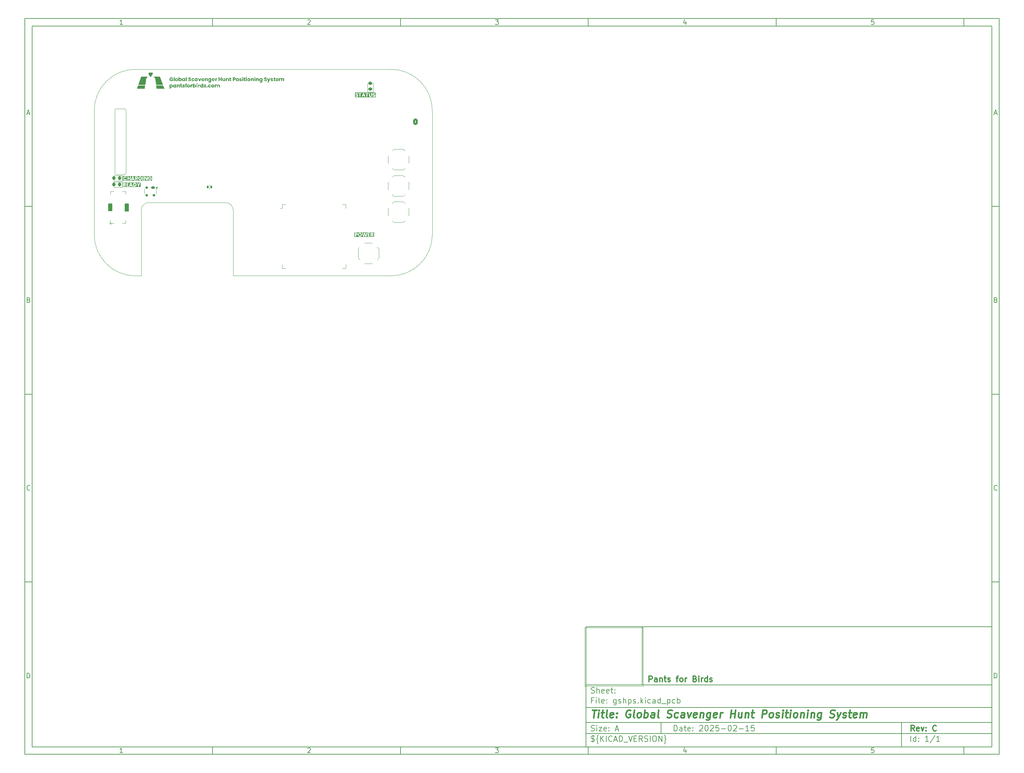
<source format=gbr>
%TF.GenerationSoftware,KiCad,Pcbnew,8.0.6+1*%
%TF.CreationDate,2025-02-16T06:00:45+00:00*%
%TF.ProjectId,gshps,67736870-732e-46b6-9963-61645f706362,C*%
%TF.SameCoordinates,Original*%
%TF.FileFunction,Legend,Top*%
%TF.FilePolarity,Positive*%
%FSLAX45Y45*%
G04 Gerber Fmt 4.5, Leading zero omitted, Abs format (unit mm)*
G04 Created by KiCad (PCBNEW 8.0.6+1) date 2025-02-16 06:00:45*
%MOMM*%
%LPD*%
G01*
G04 APERTURE LIST*
G04 Aperture macros list*
%AMRoundRect*
0 Rectangle with rounded corners*
0 $1 Rounding radius*
0 $2 $3 $4 $5 $6 $7 $8 $9 X,Y pos of 4 corners*
0 Add a 4 corners polygon primitive as box body*
4,1,4,$2,$3,$4,$5,$6,$7,$8,$9,$2,$3,0*
0 Add four circle primitives for the rounded corners*
1,1,$1+$1,$2,$3*
1,1,$1+$1,$4,$5*
1,1,$1+$1,$6,$7*
1,1,$1+$1,$8,$9*
0 Add four rect primitives between the rounded corners*
20,1,$1+$1,$2,$3,$4,$5,0*
20,1,$1+$1,$4,$5,$6,$7,0*
20,1,$1+$1,$6,$7,$8,$9,0*
20,1,$1+$1,$8,$9,$2,$3,0*%
G04 Aperture macros list end*
%ADD10C,0.100000*%
%ADD11C,0.150000*%
%ADD12C,0.300000*%
%ADD13C,0.400000*%
%TA.AperFunction,Profile*%
%ADD14C,0.100000*%
%TD*%
%ADD15C,0.200000*%
%ADD16C,0.120000*%
%ADD17RoundRect,0.140000X-0.140000X-0.170000X0.140000X-0.170000X0.140000X0.170000X-0.140000X0.170000X0*%
%ADD18R,1.700000X1.000000*%
%ADD19C,5.000000*%
%ADD20C,0.660000*%
%ADD21O,0.580000X1.000000*%
%ADD22R,0.850000X0.300000*%
%ADD23C,1.100000*%
%ADD24RoundRect,0.218750X0.218750X0.256250X-0.218750X0.256250X-0.218750X-0.256250X0.218750X-0.256250X0*%
%ADD25RoundRect,0.175000X-0.325000X0.175000X-0.325000X-0.175000X0.325000X-0.175000X0.325000X0.175000X0*%
%ADD26RoundRect,0.150000X-0.150000X0.200000X-0.150000X-0.200000X0.150000X-0.200000X0.150000X0.200000X0*%
%ADD27RoundRect,0.218750X0.256250X-0.218750X0.256250X0.218750X-0.256250X0.218750X-0.256250X-0.218750X0*%
%ADD28R,1.000000X1.700000*%
%ADD29R,2.000000X1.000000*%
%ADD30RoundRect,0.250000X0.350000X0.625000X-0.350000X0.625000X-0.350000X-0.625000X0.350000X-0.625000X0*%
%ADD31O,1.200000X1.750000*%
G04 APERTURE END LIST*
D10*
X15905782Y-17215462D02*
X15905782Y-18774098D01*
X17464418Y-18774098D01*
X17464418Y-17215462D01*
X15905782Y-17215462D01*
D11*
X15940000Y-17190000D02*
X26740000Y-17190000D01*
X26740000Y-20390000D01*
X15940000Y-20390000D01*
X15940000Y-17190000D01*
D10*
D11*
X1000000Y-1000000D02*
X26940000Y-1000000D01*
X26940000Y-20590000D01*
X1000000Y-20590000D01*
X1000000Y-1000000D01*
D10*
D11*
X1200000Y-1200000D02*
X26740000Y-1200000D01*
X26740000Y-20390000D01*
X1200000Y-20390000D01*
X1200000Y-1200000D01*
D10*
D11*
X6000000Y-1200000D02*
X6000000Y-1000000D01*
D10*
D11*
X11000000Y-1200000D02*
X11000000Y-1000000D01*
D10*
D11*
X16000000Y-1200000D02*
X16000000Y-1000000D01*
D10*
D11*
X21000000Y-1200000D02*
X21000000Y-1000000D01*
D10*
D11*
X26000000Y-1200000D02*
X26000000Y-1000000D01*
D10*
D11*
X3608916Y-1159360D02*
X3534630Y-1159360D01*
X3571773Y-1159360D02*
X3571773Y-1029360D01*
X3571773Y-1029360D02*
X3559392Y-1047932D01*
X3559392Y-1047932D02*
X3547011Y-1060313D01*
X3547011Y-1060313D02*
X3534630Y-1066503D01*
D10*
D11*
X8534630Y-1041741D02*
X8540821Y-1035551D01*
X8540821Y-1035551D02*
X8553202Y-1029360D01*
X8553202Y-1029360D02*
X8584154Y-1029360D01*
X8584154Y-1029360D02*
X8596535Y-1035551D01*
X8596535Y-1035551D02*
X8602726Y-1041741D01*
X8602726Y-1041741D02*
X8608916Y-1054122D01*
X8608916Y-1054122D02*
X8608916Y-1066503D01*
X8608916Y-1066503D02*
X8602726Y-1085075D01*
X8602726Y-1085075D02*
X8528440Y-1159360D01*
X8528440Y-1159360D02*
X8608916Y-1159360D01*
D10*
D11*
X13528440Y-1029360D02*
X13608916Y-1029360D01*
X13608916Y-1029360D02*
X13565583Y-1078884D01*
X13565583Y-1078884D02*
X13584154Y-1078884D01*
X13584154Y-1078884D02*
X13596535Y-1085075D01*
X13596535Y-1085075D02*
X13602725Y-1091265D01*
X13602725Y-1091265D02*
X13608916Y-1103646D01*
X13608916Y-1103646D02*
X13608916Y-1134599D01*
X13608916Y-1134599D02*
X13602725Y-1146980D01*
X13602725Y-1146980D02*
X13596535Y-1153170D01*
X13596535Y-1153170D02*
X13584154Y-1159360D01*
X13584154Y-1159360D02*
X13547011Y-1159360D01*
X13547011Y-1159360D02*
X13534630Y-1153170D01*
X13534630Y-1153170D02*
X13528440Y-1146980D01*
D10*
D11*
X18596535Y-1072694D02*
X18596535Y-1159360D01*
X18565583Y-1023170D02*
X18534630Y-1116027D01*
X18534630Y-1116027D02*
X18615106Y-1116027D01*
D10*
D11*
X23602725Y-1029360D02*
X23540821Y-1029360D01*
X23540821Y-1029360D02*
X23534630Y-1091265D01*
X23534630Y-1091265D02*
X23540821Y-1085075D01*
X23540821Y-1085075D02*
X23553202Y-1078884D01*
X23553202Y-1078884D02*
X23584154Y-1078884D01*
X23584154Y-1078884D02*
X23596535Y-1085075D01*
X23596535Y-1085075D02*
X23602725Y-1091265D01*
X23602725Y-1091265D02*
X23608916Y-1103646D01*
X23608916Y-1103646D02*
X23608916Y-1134599D01*
X23608916Y-1134599D02*
X23602725Y-1146980D01*
X23602725Y-1146980D02*
X23596535Y-1153170D01*
X23596535Y-1153170D02*
X23584154Y-1159360D01*
X23584154Y-1159360D02*
X23553202Y-1159360D01*
X23553202Y-1159360D02*
X23540821Y-1153170D01*
X23540821Y-1153170D02*
X23534630Y-1146980D01*
D10*
D11*
X6000000Y-20390000D02*
X6000000Y-20590000D01*
D10*
D11*
X11000000Y-20390000D02*
X11000000Y-20590000D01*
D10*
D11*
X16000000Y-20390000D02*
X16000000Y-20590000D01*
D10*
D11*
X21000000Y-20390000D02*
X21000000Y-20590000D01*
D10*
D11*
X26000000Y-20390000D02*
X26000000Y-20590000D01*
D10*
D11*
X3608916Y-20549360D02*
X3534630Y-20549360D01*
X3571773Y-20549360D02*
X3571773Y-20419360D01*
X3571773Y-20419360D02*
X3559392Y-20437932D01*
X3559392Y-20437932D02*
X3547011Y-20450313D01*
X3547011Y-20450313D02*
X3534630Y-20456503D01*
D10*
D11*
X8534630Y-20431741D02*
X8540821Y-20425551D01*
X8540821Y-20425551D02*
X8553202Y-20419360D01*
X8553202Y-20419360D02*
X8584154Y-20419360D01*
X8584154Y-20419360D02*
X8596535Y-20425551D01*
X8596535Y-20425551D02*
X8602726Y-20431741D01*
X8602726Y-20431741D02*
X8608916Y-20444122D01*
X8608916Y-20444122D02*
X8608916Y-20456503D01*
X8608916Y-20456503D02*
X8602726Y-20475075D01*
X8602726Y-20475075D02*
X8528440Y-20549360D01*
X8528440Y-20549360D02*
X8608916Y-20549360D01*
D10*
D11*
X13528440Y-20419360D02*
X13608916Y-20419360D01*
X13608916Y-20419360D02*
X13565583Y-20468884D01*
X13565583Y-20468884D02*
X13584154Y-20468884D01*
X13584154Y-20468884D02*
X13596535Y-20475075D01*
X13596535Y-20475075D02*
X13602725Y-20481265D01*
X13602725Y-20481265D02*
X13608916Y-20493646D01*
X13608916Y-20493646D02*
X13608916Y-20524599D01*
X13608916Y-20524599D02*
X13602725Y-20536980D01*
X13602725Y-20536980D02*
X13596535Y-20543170D01*
X13596535Y-20543170D02*
X13584154Y-20549360D01*
X13584154Y-20549360D02*
X13547011Y-20549360D01*
X13547011Y-20549360D02*
X13534630Y-20543170D01*
X13534630Y-20543170D02*
X13528440Y-20536980D01*
D10*
D11*
X18596535Y-20462694D02*
X18596535Y-20549360D01*
X18565583Y-20413170D02*
X18534630Y-20506027D01*
X18534630Y-20506027D02*
X18615106Y-20506027D01*
D10*
D11*
X23602725Y-20419360D02*
X23540821Y-20419360D01*
X23540821Y-20419360D02*
X23534630Y-20481265D01*
X23534630Y-20481265D02*
X23540821Y-20475075D01*
X23540821Y-20475075D02*
X23553202Y-20468884D01*
X23553202Y-20468884D02*
X23584154Y-20468884D01*
X23584154Y-20468884D02*
X23596535Y-20475075D01*
X23596535Y-20475075D02*
X23602725Y-20481265D01*
X23602725Y-20481265D02*
X23608916Y-20493646D01*
X23608916Y-20493646D02*
X23608916Y-20524599D01*
X23608916Y-20524599D02*
X23602725Y-20536980D01*
X23602725Y-20536980D02*
X23596535Y-20543170D01*
X23596535Y-20543170D02*
X23584154Y-20549360D01*
X23584154Y-20549360D02*
X23553202Y-20549360D01*
X23553202Y-20549360D02*
X23540821Y-20543170D01*
X23540821Y-20543170D02*
X23534630Y-20536980D01*
D10*
D11*
X1000000Y-6000000D02*
X1200000Y-6000000D01*
D10*
D11*
X1000000Y-11000000D02*
X1200000Y-11000000D01*
D10*
D11*
X1000000Y-16000000D02*
X1200000Y-16000000D01*
D10*
D11*
X1069048Y-3522218D02*
X1130952Y-3522218D01*
X1056667Y-3559360D02*
X1100000Y-3429360D01*
X1100000Y-3429360D02*
X1143333Y-3559360D01*
D10*
D11*
X1109286Y-8491265D02*
X1127857Y-8497456D01*
X1127857Y-8497456D02*
X1134048Y-8503646D01*
X1134048Y-8503646D02*
X1140238Y-8516027D01*
X1140238Y-8516027D02*
X1140238Y-8534599D01*
X1140238Y-8534599D02*
X1134048Y-8546980D01*
X1134048Y-8546980D02*
X1127857Y-8553170D01*
X1127857Y-8553170D02*
X1115476Y-8559360D01*
X1115476Y-8559360D02*
X1065952Y-8559360D01*
X1065952Y-8559360D02*
X1065952Y-8429360D01*
X1065952Y-8429360D02*
X1109286Y-8429360D01*
X1109286Y-8429360D02*
X1121667Y-8435551D01*
X1121667Y-8435551D02*
X1127857Y-8441741D01*
X1127857Y-8441741D02*
X1134048Y-8454122D01*
X1134048Y-8454122D02*
X1134048Y-8466503D01*
X1134048Y-8466503D02*
X1127857Y-8478884D01*
X1127857Y-8478884D02*
X1121667Y-8485075D01*
X1121667Y-8485075D02*
X1109286Y-8491265D01*
X1109286Y-8491265D02*
X1065952Y-8491265D01*
D10*
D11*
X1140238Y-13546979D02*
X1134048Y-13553170D01*
X1134048Y-13553170D02*
X1115476Y-13559360D01*
X1115476Y-13559360D02*
X1103095Y-13559360D01*
X1103095Y-13559360D02*
X1084524Y-13553170D01*
X1084524Y-13553170D02*
X1072143Y-13540789D01*
X1072143Y-13540789D02*
X1065952Y-13528408D01*
X1065952Y-13528408D02*
X1059762Y-13503646D01*
X1059762Y-13503646D02*
X1059762Y-13485075D01*
X1059762Y-13485075D02*
X1065952Y-13460313D01*
X1065952Y-13460313D02*
X1072143Y-13447932D01*
X1072143Y-13447932D02*
X1084524Y-13435551D01*
X1084524Y-13435551D02*
X1103095Y-13429360D01*
X1103095Y-13429360D02*
X1115476Y-13429360D01*
X1115476Y-13429360D02*
X1134048Y-13435551D01*
X1134048Y-13435551D02*
X1140238Y-13441741D01*
D10*
D11*
X1065952Y-18559360D02*
X1065952Y-18429360D01*
X1065952Y-18429360D02*
X1096905Y-18429360D01*
X1096905Y-18429360D02*
X1115476Y-18435551D01*
X1115476Y-18435551D02*
X1127857Y-18447932D01*
X1127857Y-18447932D02*
X1134048Y-18460313D01*
X1134048Y-18460313D02*
X1140238Y-18485075D01*
X1140238Y-18485075D02*
X1140238Y-18503646D01*
X1140238Y-18503646D02*
X1134048Y-18528408D01*
X1134048Y-18528408D02*
X1127857Y-18540789D01*
X1127857Y-18540789D02*
X1115476Y-18553170D01*
X1115476Y-18553170D02*
X1096905Y-18559360D01*
X1096905Y-18559360D02*
X1065952Y-18559360D01*
D10*
D11*
X26940000Y-6000000D02*
X26740000Y-6000000D01*
D10*
D11*
X26940000Y-11000000D02*
X26740000Y-11000000D01*
D10*
D11*
X26940000Y-16000000D02*
X26740000Y-16000000D01*
D10*
D11*
X26809048Y-3522218D02*
X26870952Y-3522218D01*
X26796667Y-3559360D02*
X26840000Y-3429360D01*
X26840000Y-3429360D02*
X26883333Y-3559360D01*
D10*
D11*
X26849286Y-8491265D02*
X26867857Y-8497456D01*
X26867857Y-8497456D02*
X26874048Y-8503646D01*
X26874048Y-8503646D02*
X26880238Y-8516027D01*
X26880238Y-8516027D02*
X26880238Y-8534599D01*
X26880238Y-8534599D02*
X26874048Y-8546980D01*
X26874048Y-8546980D02*
X26867857Y-8553170D01*
X26867857Y-8553170D02*
X26855476Y-8559360D01*
X26855476Y-8559360D02*
X26805952Y-8559360D01*
X26805952Y-8559360D02*
X26805952Y-8429360D01*
X26805952Y-8429360D02*
X26849286Y-8429360D01*
X26849286Y-8429360D02*
X26861667Y-8435551D01*
X26861667Y-8435551D02*
X26867857Y-8441741D01*
X26867857Y-8441741D02*
X26874048Y-8454122D01*
X26874048Y-8454122D02*
X26874048Y-8466503D01*
X26874048Y-8466503D02*
X26867857Y-8478884D01*
X26867857Y-8478884D02*
X26861667Y-8485075D01*
X26861667Y-8485075D02*
X26849286Y-8491265D01*
X26849286Y-8491265D02*
X26805952Y-8491265D01*
D10*
D11*
X26880238Y-13546979D02*
X26874048Y-13553170D01*
X26874048Y-13553170D02*
X26855476Y-13559360D01*
X26855476Y-13559360D02*
X26843095Y-13559360D01*
X26843095Y-13559360D02*
X26824524Y-13553170D01*
X26824524Y-13553170D02*
X26812143Y-13540789D01*
X26812143Y-13540789D02*
X26805952Y-13528408D01*
X26805952Y-13528408D02*
X26799762Y-13503646D01*
X26799762Y-13503646D02*
X26799762Y-13485075D01*
X26799762Y-13485075D02*
X26805952Y-13460313D01*
X26805952Y-13460313D02*
X26812143Y-13447932D01*
X26812143Y-13447932D02*
X26824524Y-13435551D01*
X26824524Y-13435551D02*
X26843095Y-13429360D01*
X26843095Y-13429360D02*
X26855476Y-13429360D01*
X26855476Y-13429360D02*
X26874048Y-13435551D01*
X26874048Y-13435551D02*
X26880238Y-13441741D01*
D10*
D11*
X26805952Y-18559360D02*
X26805952Y-18429360D01*
X26805952Y-18429360D02*
X26836905Y-18429360D01*
X26836905Y-18429360D02*
X26855476Y-18435551D01*
X26855476Y-18435551D02*
X26867857Y-18447932D01*
X26867857Y-18447932D02*
X26874048Y-18460313D01*
X26874048Y-18460313D02*
X26880238Y-18485075D01*
X26880238Y-18485075D02*
X26880238Y-18503646D01*
X26880238Y-18503646D02*
X26874048Y-18528408D01*
X26874048Y-18528408D02*
X26867857Y-18540789D01*
X26867857Y-18540789D02*
X26855476Y-18553170D01*
X26855476Y-18553170D02*
X26836905Y-18559360D01*
X26836905Y-18559360D02*
X26805952Y-18559360D01*
D10*
D11*
X18285583Y-19968613D02*
X18285583Y-19818613D01*
X18285583Y-19818613D02*
X18321297Y-19818613D01*
X18321297Y-19818613D02*
X18342726Y-19825756D01*
X18342726Y-19825756D02*
X18357011Y-19840041D01*
X18357011Y-19840041D02*
X18364154Y-19854327D01*
X18364154Y-19854327D02*
X18371297Y-19882899D01*
X18371297Y-19882899D02*
X18371297Y-19904327D01*
X18371297Y-19904327D02*
X18364154Y-19932899D01*
X18364154Y-19932899D02*
X18357011Y-19947184D01*
X18357011Y-19947184D02*
X18342726Y-19961470D01*
X18342726Y-19961470D02*
X18321297Y-19968613D01*
X18321297Y-19968613D02*
X18285583Y-19968613D01*
X18499868Y-19968613D02*
X18499868Y-19890041D01*
X18499868Y-19890041D02*
X18492726Y-19875756D01*
X18492726Y-19875756D02*
X18478440Y-19868613D01*
X18478440Y-19868613D02*
X18449868Y-19868613D01*
X18449868Y-19868613D02*
X18435583Y-19875756D01*
X18499868Y-19961470D02*
X18485583Y-19968613D01*
X18485583Y-19968613D02*
X18449868Y-19968613D01*
X18449868Y-19968613D02*
X18435583Y-19961470D01*
X18435583Y-19961470D02*
X18428440Y-19947184D01*
X18428440Y-19947184D02*
X18428440Y-19932899D01*
X18428440Y-19932899D02*
X18435583Y-19918613D01*
X18435583Y-19918613D02*
X18449868Y-19911470D01*
X18449868Y-19911470D02*
X18485583Y-19911470D01*
X18485583Y-19911470D02*
X18499868Y-19904327D01*
X18549868Y-19868613D02*
X18607011Y-19868613D01*
X18571297Y-19818613D02*
X18571297Y-19947184D01*
X18571297Y-19947184D02*
X18578440Y-19961470D01*
X18578440Y-19961470D02*
X18592726Y-19968613D01*
X18592726Y-19968613D02*
X18607011Y-19968613D01*
X18714154Y-19961470D02*
X18699868Y-19968613D01*
X18699868Y-19968613D02*
X18671297Y-19968613D01*
X18671297Y-19968613D02*
X18657011Y-19961470D01*
X18657011Y-19961470D02*
X18649868Y-19947184D01*
X18649868Y-19947184D02*
X18649868Y-19890041D01*
X18649868Y-19890041D02*
X18657011Y-19875756D01*
X18657011Y-19875756D02*
X18671297Y-19868613D01*
X18671297Y-19868613D02*
X18699868Y-19868613D01*
X18699868Y-19868613D02*
X18714154Y-19875756D01*
X18714154Y-19875756D02*
X18721297Y-19890041D01*
X18721297Y-19890041D02*
X18721297Y-19904327D01*
X18721297Y-19904327D02*
X18649868Y-19918613D01*
X18785583Y-19954327D02*
X18792726Y-19961470D01*
X18792726Y-19961470D02*
X18785583Y-19968613D01*
X18785583Y-19968613D02*
X18778440Y-19961470D01*
X18778440Y-19961470D02*
X18785583Y-19954327D01*
X18785583Y-19954327D02*
X18785583Y-19968613D01*
X18785583Y-19875756D02*
X18792726Y-19882899D01*
X18792726Y-19882899D02*
X18785583Y-19890041D01*
X18785583Y-19890041D02*
X18778440Y-19882899D01*
X18778440Y-19882899D02*
X18785583Y-19875756D01*
X18785583Y-19875756D02*
X18785583Y-19890041D01*
X18964154Y-19832899D02*
X18971297Y-19825756D01*
X18971297Y-19825756D02*
X18985583Y-19818613D01*
X18985583Y-19818613D02*
X19021297Y-19818613D01*
X19021297Y-19818613D02*
X19035583Y-19825756D01*
X19035583Y-19825756D02*
X19042726Y-19832899D01*
X19042726Y-19832899D02*
X19049868Y-19847184D01*
X19049868Y-19847184D02*
X19049868Y-19861470D01*
X19049868Y-19861470D02*
X19042726Y-19882899D01*
X19042726Y-19882899D02*
X18957011Y-19968613D01*
X18957011Y-19968613D02*
X19049868Y-19968613D01*
X19142726Y-19818613D02*
X19157011Y-19818613D01*
X19157011Y-19818613D02*
X19171297Y-19825756D01*
X19171297Y-19825756D02*
X19178440Y-19832899D01*
X19178440Y-19832899D02*
X19185583Y-19847184D01*
X19185583Y-19847184D02*
X19192726Y-19875756D01*
X19192726Y-19875756D02*
X19192726Y-19911470D01*
X19192726Y-19911470D02*
X19185583Y-19940041D01*
X19185583Y-19940041D02*
X19178440Y-19954327D01*
X19178440Y-19954327D02*
X19171297Y-19961470D01*
X19171297Y-19961470D02*
X19157011Y-19968613D01*
X19157011Y-19968613D02*
X19142726Y-19968613D01*
X19142726Y-19968613D02*
X19128440Y-19961470D01*
X19128440Y-19961470D02*
X19121297Y-19954327D01*
X19121297Y-19954327D02*
X19114154Y-19940041D01*
X19114154Y-19940041D02*
X19107011Y-19911470D01*
X19107011Y-19911470D02*
X19107011Y-19875756D01*
X19107011Y-19875756D02*
X19114154Y-19847184D01*
X19114154Y-19847184D02*
X19121297Y-19832899D01*
X19121297Y-19832899D02*
X19128440Y-19825756D01*
X19128440Y-19825756D02*
X19142726Y-19818613D01*
X19249868Y-19832899D02*
X19257011Y-19825756D01*
X19257011Y-19825756D02*
X19271297Y-19818613D01*
X19271297Y-19818613D02*
X19307011Y-19818613D01*
X19307011Y-19818613D02*
X19321297Y-19825756D01*
X19321297Y-19825756D02*
X19328440Y-19832899D01*
X19328440Y-19832899D02*
X19335583Y-19847184D01*
X19335583Y-19847184D02*
X19335583Y-19861470D01*
X19335583Y-19861470D02*
X19328440Y-19882899D01*
X19328440Y-19882899D02*
X19242725Y-19968613D01*
X19242725Y-19968613D02*
X19335583Y-19968613D01*
X19471297Y-19818613D02*
X19399868Y-19818613D01*
X19399868Y-19818613D02*
X19392725Y-19890041D01*
X19392725Y-19890041D02*
X19399868Y-19882899D01*
X19399868Y-19882899D02*
X19414154Y-19875756D01*
X19414154Y-19875756D02*
X19449868Y-19875756D01*
X19449868Y-19875756D02*
X19464154Y-19882899D01*
X19464154Y-19882899D02*
X19471297Y-19890041D01*
X19471297Y-19890041D02*
X19478440Y-19904327D01*
X19478440Y-19904327D02*
X19478440Y-19940041D01*
X19478440Y-19940041D02*
X19471297Y-19954327D01*
X19471297Y-19954327D02*
X19464154Y-19961470D01*
X19464154Y-19961470D02*
X19449868Y-19968613D01*
X19449868Y-19968613D02*
X19414154Y-19968613D01*
X19414154Y-19968613D02*
X19399868Y-19961470D01*
X19399868Y-19961470D02*
X19392725Y-19954327D01*
X19542725Y-19911470D02*
X19657011Y-19911470D01*
X19757011Y-19818613D02*
X19771297Y-19818613D01*
X19771297Y-19818613D02*
X19785583Y-19825756D01*
X19785583Y-19825756D02*
X19792725Y-19832899D01*
X19792725Y-19832899D02*
X19799868Y-19847184D01*
X19799868Y-19847184D02*
X19807011Y-19875756D01*
X19807011Y-19875756D02*
X19807011Y-19911470D01*
X19807011Y-19911470D02*
X19799868Y-19940041D01*
X19799868Y-19940041D02*
X19792725Y-19954327D01*
X19792725Y-19954327D02*
X19785583Y-19961470D01*
X19785583Y-19961470D02*
X19771297Y-19968613D01*
X19771297Y-19968613D02*
X19757011Y-19968613D01*
X19757011Y-19968613D02*
X19742725Y-19961470D01*
X19742725Y-19961470D02*
X19735583Y-19954327D01*
X19735583Y-19954327D02*
X19728440Y-19940041D01*
X19728440Y-19940041D02*
X19721297Y-19911470D01*
X19721297Y-19911470D02*
X19721297Y-19875756D01*
X19721297Y-19875756D02*
X19728440Y-19847184D01*
X19728440Y-19847184D02*
X19735583Y-19832899D01*
X19735583Y-19832899D02*
X19742725Y-19825756D01*
X19742725Y-19825756D02*
X19757011Y-19818613D01*
X19864154Y-19832899D02*
X19871297Y-19825756D01*
X19871297Y-19825756D02*
X19885583Y-19818613D01*
X19885583Y-19818613D02*
X19921297Y-19818613D01*
X19921297Y-19818613D02*
X19935583Y-19825756D01*
X19935583Y-19825756D02*
X19942725Y-19832899D01*
X19942725Y-19832899D02*
X19949868Y-19847184D01*
X19949868Y-19847184D02*
X19949868Y-19861470D01*
X19949868Y-19861470D02*
X19942725Y-19882899D01*
X19942725Y-19882899D02*
X19857011Y-19968613D01*
X19857011Y-19968613D02*
X19949868Y-19968613D01*
X20014154Y-19911470D02*
X20128440Y-19911470D01*
X20278440Y-19968613D02*
X20192725Y-19968613D01*
X20235582Y-19968613D02*
X20235582Y-19818613D01*
X20235582Y-19818613D02*
X20221297Y-19840041D01*
X20221297Y-19840041D02*
X20207011Y-19854327D01*
X20207011Y-19854327D02*
X20192725Y-19861470D01*
X20414154Y-19818613D02*
X20342725Y-19818613D01*
X20342725Y-19818613D02*
X20335582Y-19890041D01*
X20335582Y-19890041D02*
X20342725Y-19882899D01*
X20342725Y-19882899D02*
X20357011Y-19875756D01*
X20357011Y-19875756D02*
X20392725Y-19875756D01*
X20392725Y-19875756D02*
X20407011Y-19882899D01*
X20407011Y-19882899D02*
X20414154Y-19890041D01*
X20414154Y-19890041D02*
X20421297Y-19904327D01*
X20421297Y-19904327D02*
X20421297Y-19940041D01*
X20421297Y-19940041D02*
X20414154Y-19954327D01*
X20414154Y-19954327D02*
X20407011Y-19961470D01*
X20407011Y-19961470D02*
X20392725Y-19968613D01*
X20392725Y-19968613D02*
X20357011Y-19968613D01*
X20357011Y-19968613D02*
X20342725Y-19961470D01*
X20342725Y-19961470D02*
X20335582Y-19954327D01*
D10*
D11*
X15940000Y-20040000D02*
X26740000Y-20040000D01*
D10*
D11*
X16078440Y-20241470D02*
X16099868Y-20248613D01*
X16099868Y-20248613D02*
X16135583Y-20248613D01*
X16135583Y-20248613D02*
X16149868Y-20241470D01*
X16149868Y-20241470D02*
X16157011Y-20234327D01*
X16157011Y-20234327D02*
X16164154Y-20220041D01*
X16164154Y-20220041D02*
X16164154Y-20205756D01*
X16164154Y-20205756D02*
X16157011Y-20191470D01*
X16157011Y-20191470D02*
X16149868Y-20184327D01*
X16149868Y-20184327D02*
X16135583Y-20177184D01*
X16135583Y-20177184D02*
X16107011Y-20170041D01*
X16107011Y-20170041D02*
X16092725Y-20162899D01*
X16092725Y-20162899D02*
X16085583Y-20155756D01*
X16085583Y-20155756D02*
X16078440Y-20141470D01*
X16078440Y-20141470D02*
X16078440Y-20127184D01*
X16078440Y-20127184D02*
X16085583Y-20112899D01*
X16085583Y-20112899D02*
X16092725Y-20105756D01*
X16092725Y-20105756D02*
X16107011Y-20098613D01*
X16107011Y-20098613D02*
X16142725Y-20098613D01*
X16142725Y-20098613D02*
X16164154Y-20105756D01*
X16121297Y-20077184D02*
X16121297Y-20270041D01*
X16271297Y-20305756D02*
X16264154Y-20305756D01*
X16264154Y-20305756D02*
X16249868Y-20298613D01*
X16249868Y-20298613D02*
X16242725Y-20284327D01*
X16242725Y-20284327D02*
X16242725Y-20212899D01*
X16242725Y-20212899D02*
X16235583Y-20198613D01*
X16235583Y-20198613D02*
X16221297Y-20191470D01*
X16221297Y-20191470D02*
X16235583Y-20184327D01*
X16235583Y-20184327D02*
X16242725Y-20170041D01*
X16242725Y-20170041D02*
X16242725Y-20098613D01*
X16242725Y-20098613D02*
X16249868Y-20084327D01*
X16249868Y-20084327D02*
X16264154Y-20077184D01*
X16264154Y-20077184D02*
X16271297Y-20077184D01*
X16328440Y-20248613D02*
X16328440Y-20098613D01*
X16414154Y-20248613D02*
X16349868Y-20162899D01*
X16414154Y-20098613D02*
X16328440Y-20184327D01*
X16478440Y-20248613D02*
X16478440Y-20098613D01*
X16635583Y-20234327D02*
X16628440Y-20241470D01*
X16628440Y-20241470D02*
X16607011Y-20248613D01*
X16607011Y-20248613D02*
X16592725Y-20248613D01*
X16592725Y-20248613D02*
X16571297Y-20241470D01*
X16571297Y-20241470D02*
X16557011Y-20227184D01*
X16557011Y-20227184D02*
X16549868Y-20212899D01*
X16549868Y-20212899D02*
X16542725Y-20184327D01*
X16542725Y-20184327D02*
X16542725Y-20162899D01*
X16542725Y-20162899D02*
X16549868Y-20134327D01*
X16549868Y-20134327D02*
X16557011Y-20120041D01*
X16557011Y-20120041D02*
X16571297Y-20105756D01*
X16571297Y-20105756D02*
X16592725Y-20098613D01*
X16592725Y-20098613D02*
X16607011Y-20098613D01*
X16607011Y-20098613D02*
X16628440Y-20105756D01*
X16628440Y-20105756D02*
X16635583Y-20112899D01*
X16692725Y-20205756D02*
X16764154Y-20205756D01*
X16678440Y-20248613D02*
X16728440Y-20098613D01*
X16728440Y-20098613D02*
X16778440Y-20248613D01*
X16828440Y-20248613D02*
X16828440Y-20098613D01*
X16828440Y-20098613D02*
X16864154Y-20098613D01*
X16864154Y-20098613D02*
X16885583Y-20105756D01*
X16885583Y-20105756D02*
X16899868Y-20120041D01*
X16899868Y-20120041D02*
X16907011Y-20134327D01*
X16907011Y-20134327D02*
X16914154Y-20162899D01*
X16914154Y-20162899D02*
X16914154Y-20184327D01*
X16914154Y-20184327D02*
X16907011Y-20212899D01*
X16907011Y-20212899D02*
X16899868Y-20227184D01*
X16899868Y-20227184D02*
X16885583Y-20241470D01*
X16885583Y-20241470D02*
X16864154Y-20248613D01*
X16864154Y-20248613D02*
X16828440Y-20248613D01*
X16942726Y-20262899D02*
X17057011Y-20262899D01*
X17071297Y-20098613D02*
X17121297Y-20248613D01*
X17121297Y-20248613D02*
X17171297Y-20098613D01*
X17221297Y-20170041D02*
X17271297Y-20170041D01*
X17292725Y-20248613D02*
X17221297Y-20248613D01*
X17221297Y-20248613D02*
X17221297Y-20098613D01*
X17221297Y-20098613D02*
X17292725Y-20098613D01*
X17442725Y-20248613D02*
X17392725Y-20177184D01*
X17357011Y-20248613D02*
X17357011Y-20098613D01*
X17357011Y-20098613D02*
X17414154Y-20098613D01*
X17414154Y-20098613D02*
X17428440Y-20105756D01*
X17428440Y-20105756D02*
X17435583Y-20112899D01*
X17435583Y-20112899D02*
X17442725Y-20127184D01*
X17442725Y-20127184D02*
X17442725Y-20148613D01*
X17442725Y-20148613D02*
X17435583Y-20162899D01*
X17435583Y-20162899D02*
X17428440Y-20170041D01*
X17428440Y-20170041D02*
X17414154Y-20177184D01*
X17414154Y-20177184D02*
X17357011Y-20177184D01*
X17499868Y-20241470D02*
X17521297Y-20248613D01*
X17521297Y-20248613D02*
X17557011Y-20248613D01*
X17557011Y-20248613D02*
X17571297Y-20241470D01*
X17571297Y-20241470D02*
X17578440Y-20234327D01*
X17578440Y-20234327D02*
X17585583Y-20220041D01*
X17585583Y-20220041D02*
X17585583Y-20205756D01*
X17585583Y-20205756D02*
X17578440Y-20191470D01*
X17578440Y-20191470D02*
X17571297Y-20184327D01*
X17571297Y-20184327D02*
X17557011Y-20177184D01*
X17557011Y-20177184D02*
X17528440Y-20170041D01*
X17528440Y-20170041D02*
X17514154Y-20162899D01*
X17514154Y-20162899D02*
X17507011Y-20155756D01*
X17507011Y-20155756D02*
X17499868Y-20141470D01*
X17499868Y-20141470D02*
X17499868Y-20127184D01*
X17499868Y-20127184D02*
X17507011Y-20112899D01*
X17507011Y-20112899D02*
X17514154Y-20105756D01*
X17514154Y-20105756D02*
X17528440Y-20098613D01*
X17528440Y-20098613D02*
X17564154Y-20098613D01*
X17564154Y-20098613D02*
X17585583Y-20105756D01*
X17649868Y-20248613D02*
X17649868Y-20098613D01*
X17749868Y-20098613D02*
X17778440Y-20098613D01*
X17778440Y-20098613D02*
X17792725Y-20105756D01*
X17792725Y-20105756D02*
X17807011Y-20120041D01*
X17807011Y-20120041D02*
X17814154Y-20148613D01*
X17814154Y-20148613D02*
X17814154Y-20198613D01*
X17814154Y-20198613D02*
X17807011Y-20227184D01*
X17807011Y-20227184D02*
X17792725Y-20241470D01*
X17792725Y-20241470D02*
X17778440Y-20248613D01*
X17778440Y-20248613D02*
X17749868Y-20248613D01*
X17749868Y-20248613D02*
X17735583Y-20241470D01*
X17735583Y-20241470D02*
X17721297Y-20227184D01*
X17721297Y-20227184D02*
X17714154Y-20198613D01*
X17714154Y-20198613D02*
X17714154Y-20148613D01*
X17714154Y-20148613D02*
X17721297Y-20120041D01*
X17721297Y-20120041D02*
X17735583Y-20105756D01*
X17735583Y-20105756D02*
X17749868Y-20098613D01*
X17878440Y-20248613D02*
X17878440Y-20098613D01*
X17878440Y-20098613D02*
X17964154Y-20248613D01*
X17964154Y-20248613D02*
X17964154Y-20098613D01*
X18021297Y-20305756D02*
X18028440Y-20305756D01*
X18028440Y-20305756D02*
X18042726Y-20298613D01*
X18042726Y-20298613D02*
X18049868Y-20284327D01*
X18049868Y-20284327D02*
X18049868Y-20212899D01*
X18049868Y-20212899D02*
X18057011Y-20198613D01*
X18057011Y-20198613D02*
X18071297Y-20191470D01*
X18071297Y-20191470D02*
X18057011Y-20184327D01*
X18057011Y-20184327D02*
X18049868Y-20170041D01*
X18049868Y-20170041D02*
X18049868Y-20098613D01*
X18049868Y-20098613D02*
X18042726Y-20084327D01*
X18042726Y-20084327D02*
X18028440Y-20077184D01*
X18028440Y-20077184D02*
X18021297Y-20077184D01*
D10*
D11*
X15940000Y-19740000D02*
X26740000Y-19740000D01*
D10*
D12*
X24681165Y-19967833D02*
X24631165Y-19896404D01*
X24595451Y-19967833D02*
X24595451Y-19817833D01*
X24595451Y-19817833D02*
X24652594Y-19817833D01*
X24652594Y-19817833D02*
X24666880Y-19824976D01*
X24666880Y-19824976D02*
X24674022Y-19832119D01*
X24674022Y-19832119D02*
X24681165Y-19846404D01*
X24681165Y-19846404D02*
X24681165Y-19867833D01*
X24681165Y-19867833D02*
X24674022Y-19882119D01*
X24674022Y-19882119D02*
X24666880Y-19889261D01*
X24666880Y-19889261D02*
X24652594Y-19896404D01*
X24652594Y-19896404D02*
X24595451Y-19896404D01*
X24802594Y-19960690D02*
X24788308Y-19967833D01*
X24788308Y-19967833D02*
X24759737Y-19967833D01*
X24759737Y-19967833D02*
X24745451Y-19960690D01*
X24745451Y-19960690D02*
X24738308Y-19946404D01*
X24738308Y-19946404D02*
X24738308Y-19889261D01*
X24738308Y-19889261D02*
X24745451Y-19874976D01*
X24745451Y-19874976D02*
X24759737Y-19867833D01*
X24759737Y-19867833D02*
X24788308Y-19867833D01*
X24788308Y-19867833D02*
X24802594Y-19874976D01*
X24802594Y-19874976D02*
X24809737Y-19889261D01*
X24809737Y-19889261D02*
X24809737Y-19903547D01*
X24809737Y-19903547D02*
X24738308Y-19917833D01*
X24859737Y-19867833D02*
X24895451Y-19967833D01*
X24895451Y-19967833D02*
X24931165Y-19867833D01*
X24988308Y-19953547D02*
X24995451Y-19960690D01*
X24995451Y-19960690D02*
X24988308Y-19967833D01*
X24988308Y-19967833D02*
X24981165Y-19960690D01*
X24981165Y-19960690D02*
X24988308Y-19953547D01*
X24988308Y-19953547D02*
X24988308Y-19967833D01*
X24988308Y-19874976D02*
X24995451Y-19882119D01*
X24995451Y-19882119D02*
X24988308Y-19889261D01*
X24988308Y-19889261D02*
X24981165Y-19882119D01*
X24981165Y-19882119D02*
X24988308Y-19874976D01*
X24988308Y-19874976D02*
X24988308Y-19889261D01*
X25259737Y-19953547D02*
X25252594Y-19960690D01*
X25252594Y-19960690D02*
X25231165Y-19967833D01*
X25231165Y-19967833D02*
X25216880Y-19967833D01*
X25216880Y-19967833D02*
X25195451Y-19960690D01*
X25195451Y-19960690D02*
X25181165Y-19946404D01*
X25181165Y-19946404D02*
X25174022Y-19932119D01*
X25174022Y-19932119D02*
X25166880Y-19903547D01*
X25166880Y-19903547D02*
X25166880Y-19882119D01*
X25166880Y-19882119D02*
X25174022Y-19853547D01*
X25174022Y-19853547D02*
X25181165Y-19839261D01*
X25181165Y-19839261D02*
X25195451Y-19824976D01*
X25195451Y-19824976D02*
X25216880Y-19817833D01*
X25216880Y-19817833D02*
X25231165Y-19817833D01*
X25231165Y-19817833D02*
X25252594Y-19824976D01*
X25252594Y-19824976D02*
X25259737Y-19832119D01*
D10*
D11*
X16078440Y-19961470D02*
X16099868Y-19968613D01*
X16099868Y-19968613D02*
X16135583Y-19968613D01*
X16135583Y-19968613D02*
X16149868Y-19961470D01*
X16149868Y-19961470D02*
X16157011Y-19954327D01*
X16157011Y-19954327D02*
X16164154Y-19940041D01*
X16164154Y-19940041D02*
X16164154Y-19925756D01*
X16164154Y-19925756D02*
X16157011Y-19911470D01*
X16157011Y-19911470D02*
X16149868Y-19904327D01*
X16149868Y-19904327D02*
X16135583Y-19897184D01*
X16135583Y-19897184D02*
X16107011Y-19890041D01*
X16107011Y-19890041D02*
X16092725Y-19882899D01*
X16092725Y-19882899D02*
X16085583Y-19875756D01*
X16085583Y-19875756D02*
X16078440Y-19861470D01*
X16078440Y-19861470D02*
X16078440Y-19847184D01*
X16078440Y-19847184D02*
X16085583Y-19832899D01*
X16085583Y-19832899D02*
X16092725Y-19825756D01*
X16092725Y-19825756D02*
X16107011Y-19818613D01*
X16107011Y-19818613D02*
X16142725Y-19818613D01*
X16142725Y-19818613D02*
X16164154Y-19825756D01*
X16228440Y-19968613D02*
X16228440Y-19868613D01*
X16228440Y-19818613D02*
X16221297Y-19825756D01*
X16221297Y-19825756D02*
X16228440Y-19832899D01*
X16228440Y-19832899D02*
X16235583Y-19825756D01*
X16235583Y-19825756D02*
X16228440Y-19818613D01*
X16228440Y-19818613D02*
X16228440Y-19832899D01*
X16285583Y-19868613D02*
X16364154Y-19868613D01*
X16364154Y-19868613D02*
X16285583Y-19968613D01*
X16285583Y-19968613D02*
X16364154Y-19968613D01*
X16478440Y-19961470D02*
X16464154Y-19968613D01*
X16464154Y-19968613D02*
X16435583Y-19968613D01*
X16435583Y-19968613D02*
X16421297Y-19961470D01*
X16421297Y-19961470D02*
X16414154Y-19947184D01*
X16414154Y-19947184D02*
X16414154Y-19890041D01*
X16414154Y-19890041D02*
X16421297Y-19875756D01*
X16421297Y-19875756D02*
X16435583Y-19868613D01*
X16435583Y-19868613D02*
X16464154Y-19868613D01*
X16464154Y-19868613D02*
X16478440Y-19875756D01*
X16478440Y-19875756D02*
X16485583Y-19890041D01*
X16485583Y-19890041D02*
X16485583Y-19904327D01*
X16485583Y-19904327D02*
X16414154Y-19918613D01*
X16549868Y-19954327D02*
X16557011Y-19961470D01*
X16557011Y-19961470D02*
X16549868Y-19968613D01*
X16549868Y-19968613D02*
X16542725Y-19961470D01*
X16542725Y-19961470D02*
X16549868Y-19954327D01*
X16549868Y-19954327D02*
X16549868Y-19968613D01*
X16549868Y-19875756D02*
X16557011Y-19882899D01*
X16557011Y-19882899D02*
X16549868Y-19890041D01*
X16549868Y-19890041D02*
X16542725Y-19882899D01*
X16542725Y-19882899D02*
X16549868Y-19875756D01*
X16549868Y-19875756D02*
X16549868Y-19890041D01*
X16728440Y-19925756D02*
X16799868Y-19925756D01*
X16714154Y-19968613D02*
X16764154Y-19818613D01*
X16764154Y-19818613D02*
X16814154Y-19968613D01*
D10*
D11*
X24585583Y-20248613D02*
X24585583Y-20098613D01*
X24721297Y-20248613D02*
X24721297Y-20098613D01*
X24721297Y-20241470D02*
X24707011Y-20248613D01*
X24707011Y-20248613D02*
X24678440Y-20248613D01*
X24678440Y-20248613D02*
X24664154Y-20241470D01*
X24664154Y-20241470D02*
X24657011Y-20234327D01*
X24657011Y-20234327D02*
X24649868Y-20220041D01*
X24649868Y-20220041D02*
X24649868Y-20177184D01*
X24649868Y-20177184D02*
X24657011Y-20162899D01*
X24657011Y-20162899D02*
X24664154Y-20155756D01*
X24664154Y-20155756D02*
X24678440Y-20148613D01*
X24678440Y-20148613D02*
X24707011Y-20148613D01*
X24707011Y-20148613D02*
X24721297Y-20155756D01*
X24792725Y-20234327D02*
X24799868Y-20241470D01*
X24799868Y-20241470D02*
X24792725Y-20248613D01*
X24792725Y-20248613D02*
X24785583Y-20241470D01*
X24785583Y-20241470D02*
X24792725Y-20234327D01*
X24792725Y-20234327D02*
X24792725Y-20248613D01*
X24792725Y-20155756D02*
X24799868Y-20162899D01*
X24799868Y-20162899D02*
X24792725Y-20170041D01*
X24792725Y-20170041D02*
X24785583Y-20162899D01*
X24785583Y-20162899D02*
X24792725Y-20155756D01*
X24792725Y-20155756D02*
X24792725Y-20170041D01*
X25057011Y-20248613D02*
X24971297Y-20248613D01*
X25014154Y-20248613D02*
X25014154Y-20098613D01*
X25014154Y-20098613D02*
X24999868Y-20120041D01*
X24999868Y-20120041D02*
X24985583Y-20134327D01*
X24985583Y-20134327D02*
X24971297Y-20141470D01*
X25228440Y-20091470D02*
X25099868Y-20284327D01*
X25357011Y-20248613D02*
X25271297Y-20248613D01*
X25314154Y-20248613D02*
X25314154Y-20098613D01*
X25314154Y-20098613D02*
X25299868Y-20120041D01*
X25299868Y-20120041D02*
X25285583Y-20134327D01*
X25285583Y-20134327D02*
X25271297Y-20141470D01*
D10*
D11*
X15940000Y-19340000D02*
X26740000Y-19340000D01*
D10*
D13*
X16109173Y-19410444D02*
X16223458Y-19410444D01*
X16141316Y-19610444D02*
X16166316Y-19410444D01*
X16265125Y-19610444D02*
X16281792Y-19477110D01*
X16290125Y-19410444D02*
X16279411Y-19419968D01*
X16279411Y-19419968D02*
X16287744Y-19429491D01*
X16287744Y-19429491D02*
X16298459Y-19419968D01*
X16298459Y-19419968D02*
X16290125Y-19410444D01*
X16290125Y-19410444D02*
X16287744Y-19429491D01*
X16348459Y-19477110D02*
X16424649Y-19477110D01*
X16385363Y-19410444D02*
X16363935Y-19581872D01*
X16363935Y-19581872D02*
X16371078Y-19600920D01*
X16371078Y-19600920D02*
X16388935Y-19610444D01*
X16388935Y-19610444D02*
X16407982Y-19610444D01*
X16503220Y-19610444D02*
X16485363Y-19600920D01*
X16485363Y-19600920D02*
X16478220Y-19581872D01*
X16478220Y-19581872D02*
X16499649Y-19410444D01*
X16656792Y-19600920D02*
X16636554Y-19610444D01*
X16636554Y-19610444D02*
X16598458Y-19610444D01*
X16598458Y-19610444D02*
X16580601Y-19600920D01*
X16580601Y-19600920D02*
X16573458Y-19581872D01*
X16573458Y-19581872D02*
X16582982Y-19505682D01*
X16582982Y-19505682D02*
X16594887Y-19486634D01*
X16594887Y-19486634D02*
X16615125Y-19477110D01*
X16615125Y-19477110D02*
X16653220Y-19477110D01*
X16653220Y-19477110D02*
X16671078Y-19486634D01*
X16671078Y-19486634D02*
X16678220Y-19505682D01*
X16678220Y-19505682D02*
X16675839Y-19524730D01*
X16675839Y-19524730D02*
X16578220Y-19543777D01*
X16753220Y-19591396D02*
X16761554Y-19600920D01*
X16761554Y-19600920D02*
X16750839Y-19610444D01*
X16750839Y-19610444D02*
X16742506Y-19600920D01*
X16742506Y-19600920D02*
X16753220Y-19591396D01*
X16753220Y-19591396D02*
X16750839Y-19610444D01*
X16766316Y-19486634D02*
X16774649Y-19496158D01*
X16774649Y-19496158D02*
X16763935Y-19505682D01*
X16763935Y-19505682D02*
X16755601Y-19496158D01*
X16755601Y-19496158D02*
X16766316Y-19486634D01*
X16766316Y-19486634D02*
X16763935Y-19505682D01*
X17127030Y-19419968D02*
X17109173Y-19410444D01*
X17109173Y-19410444D02*
X17080602Y-19410444D01*
X17080602Y-19410444D02*
X17050840Y-19419968D01*
X17050840Y-19419968D02*
X17029411Y-19439015D01*
X17029411Y-19439015D02*
X17017506Y-19458063D01*
X17017506Y-19458063D02*
X17003221Y-19496158D01*
X17003221Y-19496158D02*
X16999649Y-19524730D01*
X16999649Y-19524730D02*
X17004411Y-19562825D01*
X17004411Y-19562825D02*
X17011554Y-19581872D01*
X17011554Y-19581872D02*
X17028221Y-19600920D01*
X17028221Y-19600920D02*
X17055602Y-19610444D01*
X17055602Y-19610444D02*
X17074649Y-19610444D01*
X17074649Y-19610444D02*
X17104411Y-19600920D01*
X17104411Y-19600920D02*
X17115125Y-19591396D01*
X17115125Y-19591396D02*
X17123459Y-19524730D01*
X17123459Y-19524730D02*
X17085363Y-19524730D01*
X17227030Y-19610444D02*
X17209173Y-19600920D01*
X17209173Y-19600920D02*
X17202030Y-19581872D01*
X17202030Y-19581872D02*
X17223459Y-19410444D01*
X17331792Y-19610444D02*
X17313935Y-19600920D01*
X17313935Y-19600920D02*
X17305602Y-19591396D01*
X17305602Y-19591396D02*
X17298459Y-19572349D01*
X17298459Y-19572349D02*
X17305602Y-19515206D01*
X17305602Y-19515206D02*
X17317506Y-19496158D01*
X17317506Y-19496158D02*
X17328221Y-19486634D01*
X17328221Y-19486634D02*
X17348459Y-19477110D01*
X17348459Y-19477110D02*
X17377030Y-19477110D01*
X17377030Y-19477110D02*
X17394887Y-19486634D01*
X17394887Y-19486634D02*
X17403221Y-19496158D01*
X17403221Y-19496158D02*
X17410363Y-19515206D01*
X17410363Y-19515206D02*
X17403221Y-19572349D01*
X17403221Y-19572349D02*
X17391316Y-19591396D01*
X17391316Y-19591396D02*
X17380602Y-19600920D01*
X17380602Y-19600920D02*
X17360363Y-19610444D01*
X17360363Y-19610444D02*
X17331792Y-19610444D01*
X17484173Y-19610444D02*
X17509173Y-19410444D01*
X17499649Y-19486634D02*
X17519887Y-19477110D01*
X17519887Y-19477110D02*
X17557982Y-19477110D01*
X17557982Y-19477110D02*
X17575840Y-19486634D01*
X17575840Y-19486634D02*
X17584173Y-19496158D01*
X17584173Y-19496158D02*
X17591316Y-19515206D01*
X17591316Y-19515206D02*
X17584173Y-19572349D01*
X17584173Y-19572349D02*
X17572268Y-19591396D01*
X17572268Y-19591396D02*
X17561554Y-19600920D01*
X17561554Y-19600920D02*
X17541316Y-19610444D01*
X17541316Y-19610444D02*
X17503221Y-19610444D01*
X17503221Y-19610444D02*
X17485363Y-19600920D01*
X17750840Y-19610444D02*
X17763935Y-19505682D01*
X17763935Y-19505682D02*
X17756792Y-19486634D01*
X17756792Y-19486634D02*
X17738935Y-19477110D01*
X17738935Y-19477110D02*
X17700840Y-19477110D01*
X17700840Y-19477110D02*
X17680602Y-19486634D01*
X17752030Y-19600920D02*
X17731792Y-19610444D01*
X17731792Y-19610444D02*
X17684173Y-19610444D01*
X17684173Y-19610444D02*
X17666316Y-19600920D01*
X17666316Y-19600920D02*
X17659173Y-19581872D01*
X17659173Y-19581872D02*
X17661554Y-19562825D01*
X17661554Y-19562825D02*
X17673459Y-19543777D01*
X17673459Y-19543777D02*
X17693697Y-19534253D01*
X17693697Y-19534253D02*
X17741316Y-19534253D01*
X17741316Y-19534253D02*
X17761554Y-19524730D01*
X17874649Y-19610444D02*
X17856792Y-19600920D01*
X17856792Y-19600920D02*
X17849649Y-19581872D01*
X17849649Y-19581872D02*
X17871078Y-19410444D01*
X18094887Y-19600920D02*
X18122268Y-19610444D01*
X18122268Y-19610444D02*
X18169887Y-19610444D01*
X18169887Y-19610444D02*
X18190125Y-19600920D01*
X18190125Y-19600920D02*
X18200840Y-19591396D01*
X18200840Y-19591396D02*
X18212744Y-19572349D01*
X18212744Y-19572349D02*
X18215125Y-19553301D01*
X18215125Y-19553301D02*
X18207983Y-19534253D01*
X18207983Y-19534253D02*
X18199649Y-19524730D01*
X18199649Y-19524730D02*
X18181792Y-19515206D01*
X18181792Y-19515206D02*
X18144887Y-19505682D01*
X18144887Y-19505682D02*
X18127030Y-19496158D01*
X18127030Y-19496158D02*
X18118697Y-19486634D01*
X18118697Y-19486634D02*
X18111554Y-19467587D01*
X18111554Y-19467587D02*
X18113935Y-19448539D01*
X18113935Y-19448539D02*
X18125840Y-19429491D01*
X18125840Y-19429491D02*
X18136554Y-19419968D01*
X18136554Y-19419968D02*
X18156792Y-19410444D01*
X18156792Y-19410444D02*
X18204411Y-19410444D01*
X18204411Y-19410444D02*
X18231792Y-19419968D01*
X18380602Y-19600920D02*
X18360364Y-19610444D01*
X18360364Y-19610444D02*
X18322268Y-19610444D01*
X18322268Y-19610444D02*
X18304411Y-19600920D01*
X18304411Y-19600920D02*
X18296078Y-19591396D01*
X18296078Y-19591396D02*
X18288935Y-19572349D01*
X18288935Y-19572349D02*
X18296078Y-19515206D01*
X18296078Y-19515206D02*
X18307983Y-19496158D01*
X18307983Y-19496158D02*
X18318697Y-19486634D01*
X18318697Y-19486634D02*
X18338935Y-19477110D01*
X18338935Y-19477110D02*
X18377030Y-19477110D01*
X18377030Y-19477110D02*
X18394887Y-19486634D01*
X18550840Y-19610444D02*
X18563935Y-19505682D01*
X18563935Y-19505682D02*
X18556792Y-19486634D01*
X18556792Y-19486634D02*
X18538935Y-19477110D01*
X18538935Y-19477110D02*
X18500840Y-19477110D01*
X18500840Y-19477110D02*
X18480602Y-19486634D01*
X18552030Y-19600920D02*
X18531792Y-19610444D01*
X18531792Y-19610444D02*
X18484173Y-19610444D01*
X18484173Y-19610444D02*
X18466316Y-19600920D01*
X18466316Y-19600920D02*
X18459173Y-19581872D01*
X18459173Y-19581872D02*
X18461554Y-19562825D01*
X18461554Y-19562825D02*
X18473459Y-19543777D01*
X18473459Y-19543777D02*
X18493697Y-19534253D01*
X18493697Y-19534253D02*
X18541316Y-19534253D01*
X18541316Y-19534253D02*
X18561554Y-19524730D01*
X18643697Y-19477110D02*
X18674649Y-19610444D01*
X18674649Y-19610444D02*
X18738935Y-19477110D01*
X18875840Y-19600920D02*
X18855602Y-19610444D01*
X18855602Y-19610444D02*
X18817506Y-19610444D01*
X18817506Y-19610444D02*
X18799649Y-19600920D01*
X18799649Y-19600920D02*
X18792506Y-19581872D01*
X18792506Y-19581872D02*
X18802030Y-19505682D01*
X18802030Y-19505682D02*
X18813935Y-19486634D01*
X18813935Y-19486634D02*
X18834173Y-19477110D01*
X18834173Y-19477110D02*
X18872268Y-19477110D01*
X18872268Y-19477110D02*
X18890126Y-19486634D01*
X18890126Y-19486634D02*
X18897268Y-19505682D01*
X18897268Y-19505682D02*
X18894887Y-19524730D01*
X18894887Y-19524730D02*
X18797268Y-19543777D01*
X18986554Y-19477110D02*
X18969887Y-19610444D01*
X18984173Y-19496158D02*
X18994887Y-19486634D01*
X18994887Y-19486634D02*
X19015126Y-19477110D01*
X19015126Y-19477110D02*
X19043697Y-19477110D01*
X19043697Y-19477110D02*
X19061554Y-19486634D01*
X19061554Y-19486634D02*
X19068697Y-19505682D01*
X19068697Y-19505682D02*
X19055602Y-19610444D01*
X19253221Y-19477110D02*
X19232983Y-19639015D01*
X19232983Y-19639015D02*
X19221078Y-19658063D01*
X19221078Y-19658063D02*
X19210364Y-19667587D01*
X19210364Y-19667587D02*
X19190126Y-19677110D01*
X19190126Y-19677110D02*
X19161554Y-19677110D01*
X19161554Y-19677110D02*
X19143697Y-19667587D01*
X19237745Y-19600920D02*
X19217507Y-19610444D01*
X19217507Y-19610444D02*
X19179411Y-19610444D01*
X19179411Y-19610444D02*
X19161554Y-19600920D01*
X19161554Y-19600920D02*
X19153221Y-19591396D01*
X19153221Y-19591396D02*
X19146078Y-19572349D01*
X19146078Y-19572349D02*
X19153221Y-19515206D01*
X19153221Y-19515206D02*
X19165126Y-19496158D01*
X19165126Y-19496158D02*
X19175840Y-19486634D01*
X19175840Y-19486634D02*
X19196078Y-19477110D01*
X19196078Y-19477110D02*
X19234173Y-19477110D01*
X19234173Y-19477110D02*
X19252030Y-19486634D01*
X19409173Y-19600920D02*
X19388935Y-19610444D01*
X19388935Y-19610444D02*
X19350840Y-19610444D01*
X19350840Y-19610444D02*
X19332983Y-19600920D01*
X19332983Y-19600920D02*
X19325840Y-19581872D01*
X19325840Y-19581872D02*
X19335364Y-19505682D01*
X19335364Y-19505682D02*
X19347268Y-19486634D01*
X19347268Y-19486634D02*
X19367507Y-19477110D01*
X19367507Y-19477110D02*
X19405602Y-19477110D01*
X19405602Y-19477110D02*
X19423459Y-19486634D01*
X19423459Y-19486634D02*
X19430602Y-19505682D01*
X19430602Y-19505682D02*
X19428221Y-19524730D01*
X19428221Y-19524730D02*
X19330602Y-19543777D01*
X19503221Y-19610444D02*
X19519888Y-19477110D01*
X19515126Y-19515206D02*
X19527030Y-19496158D01*
X19527030Y-19496158D02*
X19537745Y-19486634D01*
X19537745Y-19486634D02*
X19557983Y-19477110D01*
X19557983Y-19477110D02*
X19577030Y-19477110D01*
X19779411Y-19610444D02*
X19804411Y-19410444D01*
X19792507Y-19505682D02*
X19906792Y-19505682D01*
X19893697Y-19610444D02*
X19918697Y-19410444D01*
X20091316Y-19477110D02*
X20074649Y-19610444D01*
X20005602Y-19477110D02*
X19992507Y-19581872D01*
X19992507Y-19581872D02*
X19999649Y-19600920D01*
X19999649Y-19600920D02*
X20017507Y-19610444D01*
X20017507Y-19610444D02*
X20046078Y-19610444D01*
X20046078Y-19610444D02*
X20066316Y-19600920D01*
X20066316Y-19600920D02*
X20077030Y-19591396D01*
X20186554Y-19477110D02*
X20169888Y-19610444D01*
X20184173Y-19496158D02*
X20194888Y-19486634D01*
X20194888Y-19486634D02*
X20215126Y-19477110D01*
X20215126Y-19477110D02*
X20243697Y-19477110D01*
X20243697Y-19477110D02*
X20261554Y-19486634D01*
X20261554Y-19486634D02*
X20268697Y-19505682D01*
X20268697Y-19505682D02*
X20255602Y-19610444D01*
X20338935Y-19477110D02*
X20415126Y-19477110D01*
X20375840Y-19410444D02*
X20354411Y-19581872D01*
X20354411Y-19581872D02*
X20361554Y-19600920D01*
X20361554Y-19600920D02*
X20379411Y-19610444D01*
X20379411Y-19610444D02*
X20398459Y-19610444D01*
X20617507Y-19610444D02*
X20642507Y-19410444D01*
X20642507Y-19410444D02*
X20718697Y-19410444D01*
X20718697Y-19410444D02*
X20736554Y-19419968D01*
X20736554Y-19419968D02*
X20744888Y-19429491D01*
X20744888Y-19429491D02*
X20752030Y-19448539D01*
X20752030Y-19448539D02*
X20748459Y-19477110D01*
X20748459Y-19477110D02*
X20736554Y-19496158D01*
X20736554Y-19496158D02*
X20725840Y-19505682D01*
X20725840Y-19505682D02*
X20705602Y-19515206D01*
X20705602Y-19515206D02*
X20629411Y-19515206D01*
X20846078Y-19610444D02*
X20828221Y-19600920D01*
X20828221Y-19600920D02*
X20819888Y-19591396D01*
X20819888Y-19591396D02*
X20812745Y-19572349D01*
X20812745Y-19572349D02*
X20819888Y-19515206D01*
X20819888Y-19515206D02*
X20831792Y-19496158D01*
X20831792Y-19496158D02*
X20842507Y-19486634D01*
X20842507Y-19486634D02*
X20862745Y-19477110D01*
X20862745Y-19477110D02*
X20891316Y-19477110D01*
X20891316Y-19477110D02*
X20909173Y-19486634D01*
X20909173Y-19486634D02*
X20917507Y-19496158D01*
X20917507Y-19496158D02*
X20924650Y-19515206D01*
X20924650Y-19515206D02*
X20917507Y-19572349D01*
X20917507Y-19572349D02*
X20905602Y-19591396D01*
X20905602Y-19591396D02*
X20894888Y-19600920D01*
X20894888Y-19600920D02*
X20874650Y-19610444D01*
X20874650Y-19610444D02*
X20846078Y-19610444D01*
X20990126Y-19600920D02*
X21007983Y-19610444D01*
X21007983Y-19610444D02*
X21046078Y-19610444D01*
X21046078Y-19610444D02*
X21066316Y-19600920D01*
X21066316Y-19600920D02*
X21078221Y-19581872D01*
X21078221Y-19581872D02*
X21079411Y-19572349D01*
X21079411Y-19572349D02*
X21072269Y-19553301D01*
X21072269Y-19553301D02*
X21054411Y-19543777D01*
X21054411Y-19543777D02*
X21025840Y-19543777D01*
X21025840Y-19543777D02*
X21007983Y-19534253D01*
X21007983Y-19534253D02*
X21000840Y-19515206D01*
X21000840Y-19515206D02*
X21002031Y-19505682D01*
X21002031Y-19505682D02*
X21013935Y-19486634D01*
X21013935Y-19486634D02*
X21034173Y-19477110D01*
X21034173Y-19477110D02*
X21062745Y-19477110D01*
X21062745Y-19477110D02*
X21080602Y-19486634D01*
X21160364Y-19610444D02*
X21177031Y-19477110D01*
X21185364Y-19410444D02*
X21174650Y-19419968D01*
X21174650Y-19419968D02*
X21182983Y-19429491D01*
X21182983Y-19429491D02*
X21193697Y-19419968D01*
X21193697Y-19419968D02*
X21185364Y-19410444D01*
X21185364Y-19410444D02*
X21182983Y-19429491D01*
X21243697Y-19477110D02*
X21319888Y-19477110D01*
X21280602Y-19410444D02*
X21259173Y-19581872D01*
X21259173Y-19581872D02*
X21266316Y-19600920D01*
X21266316Y-19600920D02*
X21284173Y-19610444D01*
X21284173Y-19610444D02*
X21303221Y-19610444D01*
X21369888Y-19610444D02*
X21386554Y-19477110D01*
X21394888Y-19410444D02*
X21384173Y-19419968D01*
X21384173Y-19419968D02*
X21392507Y-19429491D01*
X21392507Y-19429491D02*
X21403221Y-19419968D01*
X21403221Y-19419968D02*
X21394888Y-19410444D01*
X21394888Y-19410444D02*
X21392507Y-19429491D01*
X21493697Y-19610444D02*
X21475840Y-19600920D01*
X21475840Y-19600920D02*
X21467507Y-19591396D01*
X21467507Y-19591396D02*
X21460364Y-19572349D01*
X21460364Y-19572349D02*
X21467507Y-19515206D01*
X21467507Y-19515206D02*
X21479411Y-19496158D01*
X21479411Y-19496158D02*
X21490126Y-19486634D01*
X21490126Y-19486634D02*
X21510364Y-19477110D01*
X21510364Y-19477110D02*
X21538935Y-19477110D01*
X21538935Y-19477110D02*
X21556792Y-19486634D01*
X21556792Y-19486634D02*
X21565126Y-19496158D01*
X21565126Y-19496158D02*
X21572269Y-19515206D01*
X21572269Y-19515206D02*
X21565126Y-19572349D01*
X21565126Y-19572349D02*
X21553221Y-19591396D01*
X21553221Y-19591396D02*
X21542507Y-19600920D01*
X21542507Y-19600920D02*
X21522269Y-19610444D01*
X21522269Y-19610444D02*
X21493697Y-19610444D01*
X21662745Y-19477110D02*
X21646078Y-19610444D01*
X21660364Y-19496158D02*
X21671078Y-19486634D01*
X21671078Y-19486634D02*
X21691316Y-19477110D01*
X21691316Y-19477110D02*
X21719888Y-19477110D01*
X21719888Y-19477110D02*
X21737745Y-19486634D01*
X21737745Y-19486634D02*
X21744888Y-19505682D01*
X21744888Y-19505682D02*
X21731792Y-19610444D01*
X21827031Y-19610444D02*
X21843697Y-19477110D01*
X21852031Y-19410444D02*
X21841316Y-19419968D01*
X21841316Y-19419968D02*
X21849650Y-19429491D01*
X21849650Y-19429491D02*
X21860364Y-19419968D01*
X21860364Y-19419968D02*
X21852031Y-19410444D01*
X21852031Y-19410444D02*
X21849650Y-19429491D01*
X21938935Y-19477110D02*
X21922269Y-19610444D01*
X21936554Y-19496158D02*
X21947269Y-19486634D01*
X21947269Y-19486634D02*
X21967507Y-19477110D01*
X21967507Y-19477110D02*
X21996078Y-19477110D01*
X21996078Y-19477110D02*
X22013935Y-19486634D01*
X22013935Y-19486634D02*
X22021078Y-19505682D01*
X22021078Y-19505682D02*
X22007983Y-19610444D01*
X22205602Y-19477110D02*
X22185364Y-19639015D01*
X22185364Y-19639015D02*
X22173459Y-19658063D01*
X22173459Y-19658063D02*
X22162745Y-19667587D01*
X22162745Y-19667587D02*
X22142507Y-19677110D01*
X22142507Y-19677110D02*
X22113935Y-19677110D01*
X22113935Y-19677110D02*
X22096078Y-19667587D01*
X22190126Y-19600920D02*
X22169888Y-19610444D01*
X22169888Y-19610444D02*
X22131793Y-19610444D01*
X22131793Y-19610444D02*
X22113935Y-19600920D01*
X22113935Y-19600920D02*
X22105602Y-19591396D01*
X22105602Y-19591396D02*
X22098459Y-19572349D01*
X22098459Y-19572349D02*
X22105602Y-19515206D01*
X22105602Y-19515206D02*
X22117507Y-19496158D01*
X22117507Y-19496158D02*
X22128221Y-19486634D01*
X22128221Y-19486634D02*
X22148459Y-19477110D01*
X22148459Y-19477110D02*
X22186554Y-19477110D01*
X22186554Y-19477110D02*
X22204412Y-19486634D01*
X22428221Y-19600920D02*
X22455602Y-19610444D01*
X22455602Y-19610444D02*
X22503221Y-19610444D01*
X22503221Y-19610444D02*
X22523459Y-19600920D01*
X22523459Y-19600920D02*
X22534173Y-19591396D01*
X22534173Y-19591396D02*
X22546078Y-19572349D01*
X22546078Y-19572349D02*
X22548459Y-19553301D01*
X22548459Y-19553301D02*
X22541316Y-19534253D01*
X22541316Y-19534253D02*
X22532983Y-19524730D01*
X22532983Y-19524730D02*
X22515126Y-19515206D01*
X22515126Y-19515206D02*
X22478221Y-19505682D01*
X22478221Y-19505682D02*
X22460364Y-19496158D01*
X22460364Y-19496158D02*
X22452031Y-19486634D01*
X22452031Y-19486634D02*
X22444888Y-19467587D01*
X22444888Y-19467587D02*
X22447269Y-19448539D01*
X22447269Y-19448539D02*
X22459173Y-19429491D01*
X22459173Y-19429491D02*
X22469888Y-19419968D01*
X22469888Y-19419968D02*
X22490126Y-19410444D01*
X22490126Y-19410444D02*
X22537745Y-19410444D01*
X22537745Y-19410444D02*
X22565126Y-19419968D01*
X22624650Y-19477110D02*
X22655602Y-19610444D01*
X22719888Y-19477110D02*
X22655602Y-19610444D01*
X22655602Y-19610444D02*
X22630602Y-19658063D01*
X22630602Y-19658063D02*
X22619888Y-19667587D01*
X22619888Y-19667587D02*
X22599650Y-19677110D01*
X22771078Y-19600920D02*
X22788935Y-19610444D01*
X22788935Y-19610444D02*
X22827031Y-19610444D01*
X22827031Y-19610444D02*
X22847269Y-19600920D01*
X22847269Y-19600920D02*
X22859173Y-19581872D01*
X22859173Y-19581872D02*
X22860364Y-19572349D01*
X22860364Y-19572349D02*
X22853221Y-19553301D01*
X22853221Y-19553301D02*
X22835364Y-19543777D01*
X22835364Y-19543777D02*
X22806793Y-19543777D01*
X22806793Y-19543777D02*
X22788935Y-19534253D01*
X22788935Y-19534253D02*
X22781793Y-19515206D01*
X22781793Y-19515206D02*
X22782983Y-19505682D01*
X22782983Y-19505682D02*
X22794888Y-19486634D01*
X22794888Y-19486634D02*
X22815126Y-19477110D01*
X22815126Y-19477110D02*
X22843697Y-19477110D01*
X22843697Y-19477110D02*
X22861554Y-19486634D01*
X22929412Y-19477110D02*
X23005602Y-19477110D01*
X22966316Y-19410444D02*
X22944888Y-19581872D01*
X22944888Y-19581872D02*
X22952031Y-19600920D01*
X22952031Y-19600920D02*
X22969888Y-19610444D01*
X22969888Y-19610444D02*
X22988935Y-19610444D01*
X23132983Y-19600920D02*
X23112745Y-19610444D01*
X23112745Y-19610444D02*
X23074650Y-19610444D01*
X23074650Y-19610444D02*
X23056793Y-19600920D01*
X23056793Y-19600920D02*
X23049650Y-19581872D01*
X23049650Y-19581872D02*
X23059174Y-19505682D01*
X23059174Y-19505682D02*
X23071078Y-19486634D01*
X23071078Y-19486634D02*
X23091316Y-19477110D01*
X23091316Y-19477110D02*
X23129412Y-19477110D01*
X23129412Y-19477110D02*
X23147269Y-19486634D01*
X23147269Y-19486634D02*
X23154412Y-19505682D01*
X23154412Y-19505682D02*
X23152031Y-19524730D01*
X23152031Y-19524730D02*
X23054412Y-19543777D01*
X23227031Y-19610444D02*
X23243697Y-19477110D01*
X23241316Y-19496158D02*
X23252031Y-19486634D01*
X23252031Y-19486634D02*
X23272269Y-19477110D01*
X23272269Y-19477110D02*
X23300840Y-19477110D01*
X23300840Y-19477110D02*
X23318697Y-19486634D01*
X23318697Y-19486634D02*
X23325840Y-19505682D01*
X23325840Y-19505682D02*
X23312745Y-19610444D01*
X23325840Y-19505682D02*
X23337745Y-19486634D01*
X23337745Y-19486634D02*
X23357983Y-19477110D01*
X23357983Y-19477110D02*
X23386554Y-19477110D01*
X23386554Y-19477110D02*
X23404412Y-19486634D01*
X23404412Y-19486634D02*
X23411554Y-19505682D01*
X23411554Y-19505682D02*
X23398459Y-19610444D01*
D10*
D11*
X16135583Y-19150041D02*
X16085583Y-19150041D01*
X16085583Y-19228613D02*
X16085583Y-19078613D01*
X16085583Y-19078613D02*
X16157011Y-19078613D01*
X16214154Y-19228613D02*
X16214154Y-19128613D01*
X16214154Y-19078613D02*
X16207011Y-19085756D01*
X16207011Y-19085756D02*
X16214154Y-19092899D01*
X16214154Y-19092899D02*
X16221297Y-19085756D01*
X16221297Y-19085756D02*
X16214154Y-19078613D01*
X16214154Y-19078613D02*
X16214154Y-19092899D01*
X16307011Y-19228613D02*
X16292725Y-19221470D01*
X16292725Y-19221470D02*
X16285583Y-19207184D01*
X16285583Y-19207184D02*
X16285583Y-19078613D01*
X16421297Y-19221470D02*
X16407011Y-19228613D01*
X16407011Y-19228613D02*
X16378440Y-19228613D01*
X16378440Y-19228613D02*
X16364154Y-19221470D01*
X16364154Y-19221470D02*
X16357011Y-19207184D01*
X16357011Y-19207184D02*
X16357011Y-19150041D01*
X16357011Y-19150041D02*
X16364154Y-19135756D01*
X16364154Y-19135756D02*
X16378440Y-19128613D01*
X16378440Y-19128613D02*
X16407011Y-19128613D01*
X16407011Y-19128613D02*
X16421297Y-19135756D01*
X16421297Y-19135756D02*
X16428440Y-19150041D01*
X16428440Y-19150041D02*
X16428440Y-19164327D01*
X16428440Y-19164327D02*
X16357011Y-19178613D01*
X16492725Y-19214327D02*
X16499868Y-19221470D01*
X16499868Y-19221470D02*
X16492725Y-19228613D01*
X16492725Y-19228613D02*
X16485583Y-19221470D01*
X16485583Y-19221470D02*
X16492725Y-19214327D01*
X16492725Y-19214327D02*
X16492725Y-19228613D01*
X16492725Y-19135756D02*
X16499868Y-19142899D01*
X16499868Y-19142899D02*
X16492725Y-19150041D01*
X16492725Y-19150041D02*
X16485583Y-19142899D01*
X16485583Y-19142899D02*
X16492725Y-19135756D01*
X16492725Y-19135756D02*
X16492725Y-19150041D01*
X16742725Y-19128613D02*
X16742725Y-19250041D01*
X16742725Y-19250041D02*
X16735583Y-19264327D01*
X16735583Y-19264327D02*
X16728440Y-19271470D01*
X16728440Y-19271470D02*
X16714154Y-19278613D01*
X16714154Y-19278613D02*
X16692725Y-19278613D01*
X16692725Y-19278613D02*
X16678440Y-19271470D01*
X16742725Y-19221470D02*
X16728440Y-19228613D01*
X16728440Y-19228613D02*
X16699868Y-19228613D01*
X16699868Y-19228613D02*
X16685583Y-19221470D01*
X16685583Y-19221470D02*
X16678440Y-19214327D01*
X16678440Y-19214327D02*
X16671297Y-19200041D01*
X16671297Y-19200041D02*
X16671297Y-19157184D01*
X16671297Y-19157184D02*
X16678440Y-19142899D01*
X16678440Y-19142899D02*
X16685583Y-19135756D01*
X16685583Y-19135756D02*
X16699868Y-19128613D01*
X16699868Y-19128613D02*
X16728440Y-19128613D01*
X16728440Y-19128613D02*
X16742725Y-19135756D01*
X16807011Y-19221470D02*
X16821297Y-19228613D01*
X16821297Y-19228613D02*
X16849868Y-19228613D01*
X16849868Y-19228613D02*
X16864154Y-19221470D01*
X16864154Y-19221470D02*
X16871297Y-19207184D01*
X16871297Y-19207184D02*
X16871297Y-19200041D01*
X16871297Y-19200041D02*
X16864154Y-19185756D01*
X16864154Y-19185756D02*
X16849868Y-19178613D01*
X16849868Y-19178613D02*
X16828440Y-19178613D01*
X16828440Y-19178613D02*
X16814154Y-19171470D01*
X16814154Y-19171470D02*
X16807011Y-19157184D01*
X16807011Y-19157184D02*
X16807011Y-19150041D01*
X16807011Y-19150041D02*
X16814154Y-19135756D01*
X16814154Y-19135756D02*
X16828440Y-19128613D01*
X16828440Y-19128613D02*
X16849868Y-19128613D01*
X16849868Y-19128613D02*
X16864154Y-19135756D01*
X16935583Y-19228613D02*
X16935583Y-19078613D01*
X16999868Y-19228613D02*
X16999868Y-19150041D01*
X16999868Y-19150041D02*
X16992726Y-19135756D01*
X16992726Y-19135756D02*
X16978440Y-19128613D01*
X16978440Y-19128613D02*
X16957011Y-19128613D01*
X16957011Y-19128613D02*
X16942726Y-19135756D01*
X16942726Y-19135756D02*
X16935583Y-19142899D01*
X17071297Y-19128613D02*
X17071297Y-19278613D01*
X17071297Y-19135756D02*
X17085583Y-19128613D01*
X17085583Y-19128613D02*
X17114154Y-19128613D01*
X17114154Y-19128613D02*
X17128440Y-19135756D01*
X17128440Y-19135756D02*
X17135583Y-19142899D01*
X17135583Y-19142899D02*
X17142726Y-19157184D01*
X17142726Y-19157184D02*
X17142726Y-19200041D01*
X17142726Y-19200041D02*
X17135583Y-19214327D01*
X17135583Y-19214327D02*
X17128440Y-19221470D01*
X17128440Y-19221470D02*
X17114154Y-19228613D01*
X17114154Y-19228613D02*
X17085583Y-19228613D01*
X17085583Y-19228613D02*
X17071297Y-19221470D01*
X17199868Y-19221470D02*
X17214154Y-19228613D01*
X17214154Y-19228613D02*
X17242726Y-19228613D01*
X17242726Y-19228613D02*
X17257011Y-19221470D01*
X17257011Y-19221470D02*
X17264154Y-19207184D01*
X17264154Y-19207184D02*
X17264154Y-19200041D01*
X17264154Y-19200041D02*
X17257011Y-19185756D01*
X17257011Y-19185756D02*
X17242726Y-19178613D01*
X17242726Y-19178613D02*
X17221297Y-19178613D01*
X17221297Y-19178613D02*
X17207011Y-19171470D01*
X17207011Y-19171470D02*
X17199868Y-19157184D01*
X17199868Y-19157184D02*
X17199868Y-19150041D01*
X17199868Y-19150041D02*
X17207011Y-19135756D01*
X17207011Y-19135756D02*
X17221297Y-19128613D01*
X17221297Y-19128613D02*
X17242726Y-19128613D01*
X17242726Y-19128613D02*
X17257011Y-19135756D01*
X17328440Y-19214327D02*
X17335583Y-19221470D01*
X17335583Y-19221470D02*
X17328440Y-19228613D01*
X17328440Y-19228613D02*
X17321297Y-19221470D01*
X17321297Y-19221470D02*
X17328440Y-19214327D01*
X17328440Y-19214327D02*
X17328440Y-19228613D01*
X17399868Y-19228613D02*
X17399868Y-19078613D01*
X17414154Y-19171470D02*
X17457011Y-19228613D01*
X17457011Y-19128613D02*
X17399868Y-19185756D01*
X17521297Y-19228613D02*
X17521297Y-19128613D01*
X17521297Y-19078613D02*
X17514154Y-19085756D01*
X17514154Y-19085756D02*
X17521297Y-19092899D01*
X17521297Y-19092899D02*
X17528440Y-19085756D01*
X17528440Y-19085756D02*
X17521297Y-19078613D01*
X17521297Y-19078613D02*
X17521297Y-19092899D01*
X17657011Y-19221470D02*
X17642726Y-19228613D01*
X17642726Y-19228613D02*
X17614154Y-19228613D01*
X17614154Y-19228613D02*
X17599869Y-19221470D01*
X17599869Y-19221470D02*
X17592726Y-19214327D01*
X17592726Y-19214327D02*
X17585583Y-19200041D01*
X17585583Y-19200041D02*
X17585583Y-19157184D01*
X17585583Y-19157184D02*
X17592726Y-19142899D01*
X17592726Y-19142899D02*
X17599869Y-19135756D01*
X17599869Y-19135756D02*
X17614154Y-19128613D01*
X17614154Y-19128613D02*
X17642726Y-19128613D01*
X17642726Y-19128613D02*
X17657011Y-19135756D01*
X17785583Y-19228613D02*
X17785583Y-19150041D01*
X17785583Y-19150041D02*
X17778440Y-19135756D01*
X17778440Y-19135756D02*
X17764154Y-19128613D01*
X17764154Y-19128613D02*
X17735583Y-19128613D01*
X17735583Y-19128613D02*
X17721297Y-19135756D01*
X17785583Y-19221470D02*
X17771297Y-19228613D01*
X17771297Y-19228613D02*
X17735583Y-19228613D01*
X17735583Y-19228613D02*
X17721297Y-19221470D01*
X17721297Y-19221470D02*
X17714154Y-19207184D01*
X17714154Y-19207184D02*
X17714154Y-19192899D01*
X17714154Y-19192899D02*
X17721297Y-19178613D01*
X17721297Y-19178613D02*
X17735583Y-19171470D01*
X17735583Y-19171470D02*
X17771297Y-19171470D01*
X17771297Y-19171470D02*
X17785583Y-19164327D01*
X17921297Y-19228613D02*
X17921297Y-19078613D01*
X17921297Y-19221470D02*
X17907011Y-19228613D01*
X17907011Y-19228613D02*
X17878440Y-19228613D01*
X17878440Y-19228613D02*
X17864154Y-19221470D01*
X17864154Y-19221470D02*
X17857011Y-19214327D01*
X17857011Y-19214327D02*
X17849869Y-19200041D01*
X17849869Y-19200041D02*
X17849869Y-19157184D01*
X17849869Y-19157184D02*
X17857011Y-19142899D01*
X17857011Y-19142899D02*
X17864154Y-19135756D01*
X17864154Y-19135756D02*
X17878440Y-19128613D01*
X17878440Y-19128613D02*
X17907011Y-19128613D01*
X17907011Y-19128613D02*
X17921297Y-19135756D01*
X17957011Y-19242899D02*
X18071297Y-19242899D01*
X18107011Y-19128613D02*
X18107011Y-19278613D01*
X18107011Y-19135756D02*
X18121297Y-19128613D01*
X18121297Y-19128613D02*
X18149869Y-19128613D01*
X18149869Y-19128613D02*
X18164154Y-19135756D01*
X18164154Y-19135756D02*
X18171297Y-19142899D01*
X18171297Y-19142899D02*
X18178440Y-19157184D01*
X18178440Y-19157184D02*
X18178440Y-19200041D01*
X18178440Y-19200041D02*
X18171297Y-19214327D01*
X18171297Y-19214327D02*
X18164154Y-19221470D01*
X18164154Y-19221470D02*
X18149869Y-19228613D01*
X18149869Y-19228613D02*
X18121297Y-19228613D01*
X18121297Y-19228613D02*
X18107011Y-19221470D01*
X18307011Y-19221470D02*
X18292726Y-19228613D01*
X18292726Y-19228613D02*
X18264154Y-19228613D01*
X18264154Y-19228613D02*
X18249869Y-19221470D01*
X18249869Y-19221470D02*
X18242726Y-19214327D01*
X18242726Y-19214327D02*
X18235583Y-19200041D01*
X18235583Y-19200041D02*
X18235583Y-19157184D01*
X18235583Y-19157184D02*
X18242726Y-19142899D01*
X18242726Y-19142899D02*
X18249869Y-19135756D01*
X18249869Y-19135756D02*
X18264154Y-19128613D01*
X18264154Y-19128613D02*
X18292726Y-19128613D01*
X18292726Y-19128613D02*
X18307011Y-19135756D01*
X18371297Y-19228613D02*
X18371297Y-19078613D01*
X18371297Y-19135756D02*
X18385583Y-19128613D01*
X18385583Y-19128613D02*
X18414154Y-19128613D01*
X18414154Y-19128613D02*
X18428440Y-19135756D01*
X18428440Y-19135756D02*
X18435583Y-19142899D01*
X18435583Y-19142899D02*
X18442726Y-19157184D01*
X18442726Y-19157184D02*
X18442726Y-19200041D01*
X18442726Y-19200041D02*
X18435583Y-19214327D01*
X18435583Y-19214327D02*
X18428440Y-19221470D01*
X18428440Y-19221470D02*
X18414154Y-19228613D01*
X18414154Y-19228613D02*
X18385583Y-19228613D01*
X18385583Y-19228613D02*
X18371297Y-19221470D01*
D10*
D11*
X15940000Y-18740000D02*
X26740000Y-18740000D01*
D10*
D11*
X16078440Y-18951470D02*
X16099868Y-18958613D01*
X16099868Y-18958613D02*
X16135583Y-18958613D01*
X16135583Y-18958613D02*
X16149868Y-18951470D01*
X16149868Y-18951470D02*
X16157011Y-18944327D01*
X16157011Y-18944327D02*
X16164154Y-18930041D01*
X16164154Y-18930041D02*
X16164154Y-18915756D01*
X16164154Y-18915756D02*
X16157011Y-18901470D01*
X16157011Y-18901470D02*
X16149868Y-18894327D01*
X16149868Y-18894327D02*
X16135583Y-18887184D01*
X16135583Y-18887184D02*
X16107011Y-18880041D01*
X16107011Y-18880041D02*
X16092725Y-18872899D01*
X16092725Y-18872899D02*
X16085583Y-18865756D01*
X16085583Y-18865756D02*
X16078440Y-18851470D01*
X16078440Y-18851470D02*
X16078440Y-18837184D01*
X16078440Y-18837184D02*
X16085583Y-18822899D01*
X16085583Y-18822899D02*
X16092725Y-18815756D01*
X16092725Y-18815756D02*
X16107011Y-18808613D01*
X16107011Y-18808613D02*
X16142725Y-18808613D01*
X16142725Y-18808613D02*
X16164154Y-18815756D01*
X16228440Y-18958613D02*
X16228440Y-18808613D01*
X16292725Y-18958613D02*
X16292725Y-18880041D01*
X16292725Y-18880041D02*
X16285583Y-18865756D01*
X16285583Y-18865756D02*
X16271297Y-18858613D01*
X16271297Y-18858613D02*
X16249868Y-18858613D01*
X16249868Y-18858613D02*
X16235583Y-18865756D01*
X16235583Y-18865756D02*
X16228440Y-18872899D01*
X16421297Y-18951470D02*
X16407011Y-18958613D01*
X16407011Y-18958613D02*
X16378440Y-18958613D01*
X16378440Y-18958613D02*
X16364154Y-18951470D01*
X16364154Y-18951470D02*
X16357011Y-18937184D01*
X16357011Y-18937184D02*
X16357011Y-18880041D01*
X16357011Y-18880041D02*
X16364154Y-18865756D01*
X16364154Y-18865756D02*
X16378440Y-18858613D01*
X16378440Y-18858613D02*
X16407011Y-18858613D01*
X16407011Y-18858613D02*
X16421297Y-18865756D01*
X16421297Y-18865756D02*
X16428440Y-18880041D01*
X16428440Y-18880041D02*
X16428440Y-18894327D01*
X16428440Y-18894327D02*
X16357011Y-18908613D01*
X16549868Y-18951470D02*
X16535583Y-18958613D01*
X16535583Y-18958613D02*
X16507011Y-18958613D01*
X16507011Y-18958613D02*
X16492725Y-18951470D01*
X16492725Y-18951470D02*
X16485583Y-18937184D01*
X16485583Y-18937184D02*
X16485583Y-18880041D01*
X16485583Y-18880041D02*
X16492725Y-18865756D01*
X16492725Y-18865756D02*
X16507011Y-18858613D01*
X16507011Y-18858613D02*
X16535583Y-18858613D01*
X16535583Y-18858613D02*
X16549868Y-18865756D01*
X16549868Y-18865756D02*
X16557011Y-18880041D01*
X16557011Y-18880041D02*
X16557011Y-18894327D01*
X16557011Y-18894327D02*
X16485583Y-18908613D01*
X16599868Y-18858613D02*
X16657011Y-18858613D01*
X16621297Y-18808613D02*
X16621297Y-18937184D01*
X16621297Y-18937184D02*
X16628440Y-18951470D01*
X16628440Y-18951470D02*
X16642725Y-18958613D01*
X16642725Y-18958613D02*
X16657011Y-18958613D01*
X16707011Y-18944327D02*
X16714154Y-18951470D01*
X16714154Y-18951470D02*
X16707011Y-18958613D01*
X16707011Y-18958613D02*
X16699868Y-18951470D01*
X16699868Y-18951470D02*
X16707011Y-18944327D01*
X16707011Y-18944327D02*
X16707011Y-18958613D01*
X16707011Y-18865756D02*
X16714154Y-18872899D01*
X16714154Y-18872899D02*
X16707011Y-18880041D01*
X16707011Y-18880041D02*
X16699868Y-18872899D01*
X16699868Y-18872899D02*
X16707011Y-18865756D01*
X16707011Y-18865756D02*
X16707011Y-18880041D01*
D10*
D12*
X17619451Y-18657813D02*
X17619451Y-18507813D01*
X17619451Y-18507813D02*
X17676594Y-18507813D01*
X17676594Y-18507813D02*
X17690880Y-18514956D01*
X17690880Y-18514956D02*
X17698023Y-18522099D01*
X17698023Y-18522099D02*
X17705165Y-18536384D01*
X17705165Y-18536384D02*
X17705165Y-18557813D01*
X17705165Y-18557813D02*
X17698023Y-18572099D01*
X17698023Y-18572099D02*
X17690880Y-18579241D01*
X17690880Y-18579241D02*
X17676594Y-18586384D01*
X17676594Y-18586384D02*
X17619451Y-18586384D01*
X17833737Y-18657813D02*
X17833737Y-18579241D01*
X17833737Y-18579241D02*
X17826594Y-18564956D01*
X17826594Y-18564956D02*
X17812308Y-18557813D01*
X17812308Y-18557813D02*
X17783737Y-18557813D01*
X17783737Y-18557813D02*
X17769451Y-18564956D01*
X17833737Y-18650670D02*
X17819451Y-18657813D01*
X17819451Y-18657813D02*
X17783737Y-18657813D01*
X17783737Y-18657813D02*
X17769451Y-18650670D01*
X17769451Y-18650670D02*
X17762308Y-18636384D01*
X17762308Y-18636384D02*
X17762308Y-18622099D01*
X17762308Y-18622099D02*
X17769451Y-18607813D01*
X17769451Y-18607813D02*
X17783737Y-18600670D01*
X17783737Y-18600670D02*
X17819451Y-18600670D01*
X17819451Y-18600670D02*
X17833737Y-18593527D01*
X17905165Y-18557813D02*
X17905165Y-18657813D01*
X17905165Y-18572099D02*
X17912308Y-18564956D01*
X17912308Y-18564956D02*
X17926594Y-18557813D01*
X17926594Y-18557813D02*
X17948023Y-18557813D01*
X17948023Y-18557813D02*
X17962308Y-18564956D01*
X17962308Y-18564956D02*
X17969451Y-18579241D01*
X17969451Y-18579241D02*
X17969451Y-18657813D01*
X18019451Y-18557813D02*
X18076594Y-18557813D01*
X18040880Y-18507813D02*
X18040880Y-18636384D01*
X18040880Y-18636384D02*
X18048023Y-18650670D01*
X18048023Y-18650670D02*
X18062308Y-18657813D01*
X18062308Y-18657813D02*
X18076594Y-18657813D01*
X18119451Y-18650670D02*
X18133737Y-18657813D01*
X18133737Y-18657813D02*
X18162308Y-18657813D01*
X18162308Y-18657813D02*
X18176594Y-18650670D01*
X18176594Y-18650670D02*
X18183737Y-18636384D01*
X18183737Y-18636384D02*
X18183737Y-18629241D01*
X18183737Y-18629241D02*
X18176594Y-18614956D01*
X18176594Y-18614956D02*
X18162308Y-18607813D01*
X18162308Y-18607813D02*
X18140880Y-18607813D01*
X18140880Y-18607813D02*
X18126594Y-18600670D01*
X18126594Y-18600670D02*
X18119451Y-18586384D01*
X18119451Y-18586384D02*
X18119451Y-18579241D01*
X18119451Y-18579241D02*
X18126594Y-18564956D01*
X18126594Y-18564956D02*
X18140880Y-18557813D01*
X18140880Y-18557813D02*
X18162308Y-18557813D01*
X18162308Y-18557813D02*
X18176594Y-18564956D01*
X18340880Y-18557813D02*
X18398023Y-18557813D01*
X18362308Y-18657813D02*
X18362308Y-18529241D01*
X18362308Y-18529241D02*
X18369451Y-18514956D01*
X18369451Y-18514956D02*
X18383737Y-18507813D01*
X18383737Y-18507813D02*
X18398023Y-18507813D01*
X18469451Y-18657813D02*
X18455165Y-18650670D01*
X18455165Y-18650670D02*
X18448023Y-18643527D01*
X18448023Y-18643527D02*
X18440880Y-18629241D01*
X18440880Y-18629241D02*
X18440880Y-18586384D01*
X18440880Y-18586384D02*
X18448023Y-18572099D01*
X18448023Y-18572099D02*
X18455165Y-18564956D01*
X18455165Y-18564956D02*
X18469451Y-18557813D01*
X18469451Y-18557813D02*
X18490880Y-18557813D01*
X18490880Y-18557813D02*
X18505165Y-18564956D01*
X18505165Y-18564956D02*
X18512308Y-18572099D01*
X18512308Y-18572099D02*
X18519451Y-18586384D01*
X18519451Y-18586384D02*
X18519451Y-18629241D01*
X18519451Y-18629241D02*
X18512308Y-18643527D01*
X18512308Y-18643527D02*
X18505165Y-18650670D01*
X18505165Y-18650670D02*
X18490880Y-18657813D01*
X18490880Y-18657813D02*
X18469451Y-18657813D01*
X18583737Y-18657813D02*
X18583737Y-18557813D01*
X18583737Y-18586384D02*
X18590880Y-18572099D01*
X18590880Y-18572099D02*
X18598023Y-18564956D01*
X18598023Y-18564956D02*
X18612308Y-18557813D01*
X18612308Y-18557813D02*
X18626594Y-18557813D01*
X18840880Y-18579241D02*
X18862308Y-18586384D01*
X18862308Y-18586384D02*
X18869451Y-18593527D01*
X18869451Y-18593527D02*
X18876594Y-18607813D01*
X18876594Y-18607813D02*
X18876594Y-18629241D01*
X18876594Y-18629241D02*
X18869451Y-18643527D01*
X18869451Y-18643527D02*
X18862308Y-18650670D01*
X18862308Y-18650670D02*
X18848023Y-18657813D01*
X18848023Y-18657813D02*
X18790880Y-18657813D01*
X18790880Y-18657813D02*
X18790880Y-18507813D01*
X18790880Y-18507813D02*
X18840880Y-18507813D01*
X18840880Y-18507813D02*
X18855165Y-18514956D01*
X18855165Y-18514956D02*
X18862308Y-18522099D01*
X18862308Y-18522099D02*
X18869451Y-18536384D01*
X18869451Y-18536384D02*
X18869451Y-18550670D01*
X18869451Y-18550670D02*
X18862308Y-18564956D01*
X18862308Y-18564956D02*
X18855165Y-18572099D01*
X18855165Y-18572099D02*
X18840880Y-18579241D01*
X18840880Y-18579241D02*
X18790880Y-18579241D01*
X18940880Y-18657813D02*
X18940880Y-18557813D01*
X18940880Y-18507813D02*
X18933737Y-18514956D01*
X18933737Y-18514956D02*
X18940880Y-18522099D01*
X18940880Y-18522099D02*
X18948023Y-18514956D01*
X18948023Y-18514956D02*
X18940880Y-18507813D01*
X18940880Y-18507813D02*
X18940880Y-18522099D01*
X19012308Y-18657813D02*
X19012308Y-18557813D01*
X19012308Y-18586384D02*
X19019451Y-18572099D01*
X19019451Y-18572099D02*
X19026594Y-18564956D01*
X19026594Y-18564956D02*
X19040880Y-18557813D01*
X19040880Y-18557813D02*
X19055165Y-18557813D01*
X19169451Y-18657813D02*
X19169451Y-18507813D01*
X19169451Y-18650670D02*
X19155165Y-18657813D01*
X19155165Y-18657813D02*
X19126594Y-18657813D01*
X19126594Y-18657813D02*
X19112308Y-18650670D01*
X19112308Y-18650670D02*
X19105165Y-18643527D01*
X19105165Y-18643527D02*
X19098023Y-18629241D01*
X19098023Y-18629241D02*
X19098023Y-18586384D01*
X19098023Y-18586384D02*
X19105165Y-18572099D01*
X19105165Y-18572099D02*
X19112308Y-18564956D01*
X19112308Y-18564956D02*
X19126594Y-18557813D01*
X19126594Y-18557813D02*
X19155165Y-18557813D01*
X19155165Y-18557813D02*
X19169451Y-18564956D01*
X19233737Y-18650670D02*
X19248023Y-18657813D01*
X19248023Y-18657813D02*
X19276594Y-18657813D01*
X19276594Y-18657813D02*
X19290880Y-18650670D01*
X19290880Y-18650670D02*
X19298023Y-18636384D01*
X19298023Y-18636384D02*
X19298023Y-18629241D01*
X19298023Y-18629241D02*
X19290880Y-18614956D01*
X19290880Y-18614956D02*
X19276594Y-18607813D01*
X19276594Y-18607813D02*
X19255165Y-18607813D01*
X19255165Y-18607813D02*
X19240880Y-18600670D01*
X19240880Y-18600670D02*
X19233737Y-18586384D01*
X19233737Y-18586384D02*
X19233737Y-18579241D01*
X19233737Y-18579241D02*
X19240880Y-18564956D01*
X19240880Y-18564956D02*
X19255165Y-18557813D01*
X19255165Y-18557813D02*
X19276594Y-18557813D01*
X19276594Y-18557813D02*
X19290880Y-18564956D01*
D10*
D11*
X17940000Y-19740000D02*
X17940000Y-20040000D01*
D10*
D11*
X24340000Y-19740000D02*
X24340000Y-20390000D01*
D10*
D11*
X17441100Y-17199780D02*
X17441100Y-18739780D01*
D14*
X4300000Y-5900000D02*
X6350000Y-5900000D01*
X10750000Y-2350000D02*
G75*
G02*
X11850000Y-3450000I0J-1100000D01*
G01*
X11850000Y-6750000D02*
G75*
G02*
X10750000Y-7850000I-1100000J0D01*
G01*
X3700000Y-5100000D02*
X3700000Y-3450000D01*
X3450000Y-3400000D02*
X3650000Y-3400000D01*
X3950000Y-7850000D02*
G75*
G02*
X2850000Y-6750000I0J1100000D01*
G01*
X4100000Y-7850000D02*
X4100000Y-6100000D01*
X3400000Y-3450000D02*
X3400000Y-5100000D01*
X3450000Y-5150000D02*
X3650000Y-5150000D01*
X3650000Y-3400000D02*
G75*
G02*
X3700000Y-3450000I0J-50000D01*
G01*
X3700000Y-5100000D02*
G75*
G02*
X3650000Y-5150000I-50000J0D01*
G01*
X4100000Y-6100000D02*
G75*
G02*
X4300000Y-5900000I200000J0D01*
G01*
X10750000Y-7850000D02*
X6550000Y-7850000D01*
X3950000Y-2350000D02*
X10750000Y-2350000D01*
X3400000Y-3450000D02*
G75*
G02*
X3450000Y-3400000I50000J0D01*
G01*
X4100000Y-7850000D02*
X3950000Y-7850000D01*
X3450000Y-5150000D02*
G75*
G02*
X3400000Y-5100000I0J50000D01*
G01*
X2850000Y-6750000D02*
X2850000Y-3450000D01*
X6550000Y-7850000D02*
X6550000Y-6100000D01*
X2850000Y-3450000D02*
G75*
G02*
X3950000Y-2350000I1100000J0D01*
G01*
X6350000Y-5900000D02*
G75*
G02*
X6550000Y-6100000I0J-200000D01*
G01*
X11850000Y-3450000D02*
X11850000Y-6750000D01*
D11*
X3670000Y-5935000D02*
X3760000Y-5935000D01*
X3760000Y-6125000D01*
X3670000Y-6125000D01*
X3670000Y-5935000D01*
G36*
X3670000Y-5935000D02*
G01*
X3760000Y-5935000D01*
X3760000Y-6125000D01*
X3670000Y-6125000D01*
X3670000Y-5935000D01*
G37*
X3230000Y-5930000D02*
X3320000Y-5930000D01*
X3320000Y-6120000D01*
X3230000Y-6120000D01*
X3230000Y-5930000D01*
G36*
X3230000Y-5930000D02*
G01*
X3320000Y-5930000D01*
X3320000Y-6120000D01*
X3230000Y-6120000D01*
X3230000Y-5930000D01*
G37*
D10*
X4350000Y-2450000D02*
X4362700Y-2437300D01*
X4388100Y-2437300D01*
X4400800Y-2450000D01*
X4400800Y-2475400D01*
X4350000Y-2551600D01*
X4299200Y-2475400D01*
X4299200Y-2450000D01*
X4311900Y-2437300D01*
X4324600Y-2437300D01*
X4337300Y-2437300D01*
X4350000Y-2450000D01*
G36*
X4350000Y-2450000D02*
G01*
X4362700Y-2437300D01*
X4388100Y-2437300D01*
X4400800Y-2450000D01*
X4400800Y-2475400D01*
X4350000Y-2551600D01*
X4299200Y-2475400D01*
X4299200Y-2450000D01*
X4311900Y-2437300D01*
X4324600Y-2437300D01*
X4337300Y-2437300D01*
X4350000Y-2450000D01*
G37*
D15*
G36*
X3658914Y-5394845D02*
G01*
X3663942Y-5395524D01*
X3668350Y-5397944D01*
X3670699Y-5401351D01*
X3671622Y-5406419D01*
X3670996Y-5410903D01*
X3668350Y-5415212D01*
X3668142Y-5415401D01*
X3663624Y-5417701D01*
X3658507Y-5418290D01*
X3643730Y-5418290D01*
X3643730Y-5394842D01*
X3658507Y-5394842D01*
X3658914Y-5394845D01*
G37*
G36*
X3840663Y-5437047D02*
G01*
X3816434Y-5437047D01*
X3828475Y-5400558D01*
X3840663Y-5437047D01*
G37*
G36*
X3926784Y-5394872D02*
G01*
X3932232Y-5395443D01*
X3937108Y-5396741D01*
X3941979Y-5399115D01*
X3946102Y-5402438D01*
X3947860Y-5404426D01*
X3950672Y-5408969D01*
X3952363Y-5413565D01*
X3953337Y-5418741D01*
X3953601Y-5423639D01*
X3953571Y-5425318D01*
X3953008Y-5430816D01*
X3951726Y-5435722D01*
X3949383Y-5440606D01*
X3946102Y-5444717D01*
X3945142Y-5445616D01*
X3940832Y-5448632D01*
X3935774Y-5450720D01*
X3930734Y-5451786D01*
X3925122Y-5452142D01*
X3913862Y-5452142D01*
X3913862Y-5394842D01*
X3925122Y-5394842D01*
X3926784Y-5394872D01*
G37*
G36*
X4085710Y-5484111D02*
G01*
X3608268Y-5484111D01*
X3608268Y-5418290D01*
X3619379Y-5418290D01*
X3619379Y-5473000D01*
X3643730Y-5473000D01*
X3643730Y-5435484D01*
X3649445Y-5435484D01*
X3669815Y-5473000D01*
X3696828Y-5473000D01*
X3710628Y-5473000D01*
X3770809Y-5473000D01*
X3779211Y-5473000D01*
X3804271Y-5473000D01*
X3810132Y-5455805D01*
X3846818Y-5455805D01*
X3852704Y-5473000D01*
X3878056Y-5473000D01*
X3870584Y-5452142D01*
X3889511Y-5452142D01*
X3889511Y-5473000D01*
X3926392Y-5473000D01*
X3928301Y-5472976D01*
X3933855Y-5472612D01*
X3939150Y-5471813D01*
X3944186Y-5470577D01*
X3948962Y-5468905D01*
X3953479Y-5466796D01*
X3956326Y-5465161D01*
X3960907Y-5461920D01*
X3964975Y-5458198D01*
X3968532Y-5453994D01*
X3971577Y-5449308D01*
X3971969Y-5448600D01*
X3974366Y-5443463D01*
X3975935Y-5438813D01*
X3977055Y-5433935D01*
X3977728Y-5428827D01*
X3977952Y-5423492D01*
X3977946Y-5422579D01*
X3977647Y-5417245D01*
X3976900Y-5412154D01*
X3975704Y-5407304D01*
X3974061Y-5402696D01*
X3971577Y-5397627D01*
X3969901Y-5394902D01*
X3966571Y-5390511D01*
X3962736Y-5386599D01*
X3958396Y-5383166D01*
X3953552Y-5380212D01*
X3952083Y-5379458D01*
X3947495Y-5377487D01*
X3942631Y-5375955D01*
X3937493Y-5374860D01*
X3932080Y-5374203D01*
X3926392Y-5373984D01*
X3889511Y-5373984D01*
X3889511Y-5452142D01*
X3870584Y-5452142D01*
X3842495Y-5373740D01*
X3982202Y-5373740D01*
X4016225Y-5440198D01*
X4016225Y-5473000D01*
X4040576Y-5473000D01*
X4040576Y-5440198D01*
X4074599Y-5373740D01*
X4047732Y-5373740D01*
X4028608Y-5415310D01*
X4009361Y-5373740D01*
X3982202Y-5373740D01*
X3842495Y-5373740D01*
X3814773Y-5373740D01*
X3792092Y-5437047D01*
X3779211Y-5473000D01*
X3770809Y-5473000D01*
X3770809Y-5454242D01*
X3734979Y-5454242D01*
X3734979Y-5432358D01*
X3766902Y-5432358D01*
X3766902Y-5413600D01*
X3734979Y-5413600D01*
X3734979Y-5393279D01*
X3770809Y-5393279D01*
X3770809Y-5374521D01*
X3710628Y-5374521D01*
X3710628Y-5473000D01*
X3696828Y-5473000D01*
X3674138Y-5433628D01*
X3677993Y-5432253D01*
X3682558Y-5429930D01*
X3686909Y-5426649D01*
X3690429Y-5422662D01*
X3692026Y-5420191D01*
X3694219Y-5415485D01*
X3695535Y-5410447D01*
X3695973Y-5405076D01*
X3695957Y-5403990D01*
X3695400Y-5398752D01*
X3694045Y-5393838D01*
X3691895Y-5389249D01*
X3691098Y-5387943D01*
X3687911Y-5383974D01*
X3683909Y-5380597D01*
X3679609Y-5378063D01*
X3674707Y-5376091D01*
X3669892Y-5374880D01*
X3664646Y-5374179D01*
X3659703Y-5373984D01*
X3619379Y-5373984D01*
X3619379Y-5418290D01*
X3608268Y-5418290D01*
X3608268Y-5362629D01*
X4085710Y-5362629D01*
X4085710Y-5484111D01*
G37*
G36*
X3892673Y-5267047D02*
G01*
X3868444Y-5267047D01*
X3880485Y-5230558D01*
X3892673Y-5267047D01*
G37*
G36*
X3981056Y-5224845D02*
G01*
X3986084Y-5225524D01*
X3990492Y-5227944D01*
X3992841Y-5231351D01*
X3993765Y-5236419D01*
X3993138Y-5240903D01*
X3990492Y-5245212D01*
X3990284Y-5245401D01*
X3985767Y-5247701D01*
X3980649Y-5248290D01*
X3965872Y-5248290D01*
X3965872Y-5224842D01*
X3980649Y-5224842D01*
X3981056Y-5224845D01*
G37*
G36*
X4389241Y-5314893D02*
G01*
X3613578Y-5314893D01*
X3613578Y-5253443D01*
X3624689Y-5253443D01*
X3624714Y-5255265D01*
X3625083Y-5260578D01*
X3625896Y-5265661D01*
X3627151Y-5270513D01*
X3628849Y-5275136D01*
X3630991Y-5279528D01*
X3632644Y-5282302D01*
X3635909Y-5286781D01*
X3639649Y-5290784D01*
X3643863Y-5294309D01*
X3648552Y-5297358D01*
X3653631Y-5299861D01*
X3658996Y-5301749D01*
X3663821Y-5302878D01*
X3668856Y-5303556D01*
X3674100Y-5303782D01*
X3678393Y-5303637D01*
X3683539Y-5303049D01*
X3683771Y-5303000D01*
X3736064Y-5303000D01*
X3760415Y-5303000D01*
X3760415Y-5262358D01*
X3797027Y-5262358D01*
X3797027Y-5303000D01*
X3821378Y-5303000D01*
X3831221Y-5303000D01*
X3856280Y-5303000D01*
X3862142Y-5285805D01*
X3898828Y-5285805D01*
X3904714Y-5303000D01*
X3930066Y-5303000D01*
X3910465Y-5248290D01*
X3941521Y-5248290D01*
X3941521Y-5303000D01*
X3965872Y-5303000D01*
X3965872Y-5265484D01*
X3971587Y-5265484D01*
X3991957Y-5303000D01*
X4018971Y-5303000D01*
X3996280Y-5263628D01*
X4000135Y-5262253D01*
X4004700Y-5259930D01*
X4009051Y-5256649D01*
X4011881Y-5253443D01*
X4028081Y-5253443D01*
X4028106Y-5255265D01*
X4028476Y-5260578D01*
X4029292Y-5265661D01*
X4030552Y-5270513D01*
X4032257Y-5275136D01*
X4034407Y-5279528D01*
X4036072Y-5282302D01*
X4039361Y-5286781D01*
X4043127Y-5290784D01*
X4047370Y-5294309D01*
X4052090Y-5297358D01*
X4053522Y-5298136D01*
X4057964Y-5300168D01*
X4062626Y-5301749D01*
X4067508Y-5302878D01*
X4072609Y-5303556D01*
X4077931Y-5303782D01*
X4079454Y-5303763D01*
X4084627Y-5303409D01*
X4087128Y-5303000D01*
X4139456Y-5303000D01*
X4163807Y-5303000D01*
X4180684Y-5303000D01*
X4205035Y-5303000D01*
X4205035Y-5242257D01*
X4244773Y-5303000D01*
X4269124Y-5303000D01*
X4269124Y-5253443D01*
X4281214Y-5253443D01*
X4281239Y-5255265D01*
X4281610Y-5260578D01*
X4282425Y-5265661D01*
X4283685Y-5270513D01*
X4285390Y-5275136D01*
X4287540Y-5279528D01*
X4289206Y-5282302D01*
X4292495Y-5286781D01*
X4296261Y-5290784D01*
X4300504Y-5294309D01*
X4305223Y-5297358D01*
X4306655Y-5298136D01*
X4311097Y-5300168D01*
X4315759Y-5301749D01*
X4320641Y-5302878D01*
X4325743Y-5303556D01*
X4331064Y-5303782D01*
X4332587Y-5303763D01*
X4337760Y-5303409D01*
X4342690Y-5302603D01*
X4348027Y-5301130D01*
X4353046Y-5299068D01*
X4357707Y-5296517D01*
X4361943Y-5293603D01*
X4365754Y-5290325D01*
X4369142Y-5286685D01*
X4371035Y-5284258D01*
X4373988Y-5279740D01*
X4376352Y-5275029D01*
X4378130Y-5270125D01*
X4378130Y-5248290D01*
X4326546Y-5248290D01*
X4326546Y-5265484D01*
X4356636Y-5265484D01*
X4356461Y-5266009D01*
X4354346Y-5270827D01*
X4351583Y-5274872D01*
X4347795Y-5278429D01*
X4343313Y-5280988D01*
X4338196Y-5282484D01*
X4332994Y-5282923D01*
X4332198Y-5282916D01*
X4326927Y-5282436D01*
X4321551Y-5280975D01*
X4316865Y-5278541D01*
X4312868Y-5275132D01*
X4311157Y-5273084D01*
X4308418Y-5268422D01*
X4306771Y-5263724D01*
X4305822Y-5258449D01*
X4305565Y-5253468D01*
X4305592Y-5251861D01*
X4306116Y-5246558D01*
X4307305Y-5241756D01*
X4309481Y-5236880D01*
X4312526Y-5232658D01*
X4316294Y-5229239D01*
X4320635Y-5226796D01*
X4325550Y-5225331D01*
X4331040Y-5224842D01*
X4333095Y-5224910D01*
X4338032Y-5225723D01*
X4342690Y-5227627D01*
X4343599Y-5228171D01*
X4347526Y-5231547D01*
X4350262Y-5235687D01*
X4376469Y-5235687D01*
X4375949Y-5233792D01*
X4374007Y-5228423D01*
X4371493Y-5223525D01*
X4368407Y-5219097D01*
X4364749Y-5215140D01*
X4360520Y-5211653D01*
X4356622Y-5209148D01*
X4351589Y-5206703D01*
X4346168Y-5204869D01*
X4341354Y-5203807D01*
X4336271Y-5203170D01*
X4330918Y-5202958D01*
X4330016Y-5202964D01*
X4324734Y-5203266D01*
X4319678Y-5204018D01*
X4314846Y-5205223D01*
X4310240Y-5206879D01*
X4305150Y-5209382D01*
X4302412Y-5211061D01*
X4297989Y-5214384D01*
X4294036Y-5218196D01*
X4290553Y-5222496D01*
X4287540Y-5227285D01*
X4286774Y-5228732D01*
X4284773Y-5233224D01*
X4283216Y-5237942D01*
X4282104Y-5242884D01*
X4281437Y-5248051D01*
X4281214Y-5253443D01*
X4269124Y-5253443D01*
X4269124Y-5204521D01*
X4244773Y-5204521D01*
X4244773Y-5265533D01*
X4205035Y-5204521D01*
X4180684Y-5204521D01*
X4180684Y-5303000D01*
X4163807Y-5303000D01*
X4163807Y-5204521D01*
X4139456Y-5204521D01*
X4139456Y-5303000D01*
X4087128Y-5303000D01*
X4089557Y-5302603D01*
X4094893Y-5301130D01*
X4099913Y-5299068D01*
X4104573Y-5296517D01*
X4108809Y-5293603D01*
X4112621Y-5290325D01*
X4116008Y-5286685D01*
X4117902Y-5284258D01*
X4120854Y-5279740D01*
X4123219Y-5275029D01*
X4124996Y-5270125D01*
X4124996Y-5248290D01*
X4073412Y-5248290D01*
X4073412Y-5265484D01*
X4103503Y-5265484D01*
X4103327Y-5266009D01*
X4101213Y-5270827D01*
X4098450Y-5274872D01*
X4094661Y-5278429D01*
X4090180Y-5280988D01*
X4085063Y-5282484D01*
X4079860Y-5282923D01*
X4079064Y-5282916D01*
X4073794Y-5282436D01*
X4068418Y-5280975D01*
X4063731Y-5278541D01*
X4059735Y-5275132D01*
X4058023Y-5273084D01*
X4055285Y-5268422D01*
X4053637Y-5263724D01*
X4052689Y-5258449D01*
X4052432Y-5253468D01*
X4052459Y-5251861D01*
X4052982Y-5246558D01*
X4054172Y-5241756D01*
X4056347Y-5236880D01*
X4059393Y-5232658D01*
X4063160Y-5229239D01*
X4067502Y-5226796D01*
X4072417Y-5225331D01*
X4077906Y-5224842D01*
X4079962Y-5224910D01*
X4084899Y-5225723D01*
X4089557Y-5227627D01*
X4090466Y-5228171D01*
X4094393Y-5231547D01*
X4097128Y-5235687D01*
X4123336Y-5235687D01*
X4122815Y-5233792D01*
X4120873Y-5228423D01*
X4118359Y-5223525D01*
X4115274Y-5219097D01*
X4111616Y-5215140D01*
X4107387Y-5211653D01*
X4103489Y-5209148D01*
X4098456Y-5206703D01*
X4093035Y-5204869D01*
X4088221Y-5203807D01*
X4083137Y-5203170D01*
X4077784Y-5202958D01*
X4076882Y-5202964D01*
X4071601Y-5203266D01*
X4066544Y-5204018D01*
X4061713Y-5205223D01*
X4057107Y-5206879D01*
X4052017Y-5209382D01*
X4049278Y-5211061D01*
X4044856Y-5214384D01*
X4040903Y-5218196D01*
X4037420Y-5222496D01*
X4034407Y-5227285D01*
X4033641Y-5228732D01*
X4031639Y-5233224D01*
X4030082Y-5237942D01*
X4028970Y-5242884D01*
X4028303Y-5248051D01*
X4028081Y-5253443D01*
X4011881Y-5253443D01*
X4012571Y-5252662D01*
X4014169Y-5250191D01*
X4016361Y-5245485D01*
X4017677Y-5240447D01*
X4018116Y-5235076D01*
X4018100Y-5233990D01*
X4017542Y-5228752D01*
X4016188Y-5223838D01*
X4014037Y-5219249D01*
X4013240Y-5217943D01*
X4010053Y-5213974D01*
X4006051Y-5210597D01*
X4001751Y-5208063D01*
X3996849Y-5206091D01*
X3992034Y-5204880D01*
X3986789Y-5204179D01*
X3981846Y-5203984D01*
X3941521Y-5203984D01*
X3941521Y-5248290D01*
X3910465Y-5248290D01*
X3894504Y-5203740D01*
X3866783Y-5203740D01*
X3844102Y-5267047D01*
X3831221Y-5303000D01*
X3821378Y-5303000D01*
X3821378Y-5204521D01*
X3797027Y-5204521D01*
X3797027Y-5243600D01*
X3760415Y-5243600D01*
X3760415Y-5204521D01*
X3736064Y-5204521D01*
X3736064Y-5303000D01*
X3683771Y-5303000D01*
X3688438Y-5302010D01*
X3693994Y-5300166D01*
X3699196Y-5297671D01*
X3704044Y-5294525D01*
X3707029Y-5292104D01*
X3711023Y-5288074D01*
X3714436Y-5283564D01*
X3717269Y-5278576D01*
X3719187Y-5274053D01*
X3720701Y-5269197D01*
X3694396Y-5269197D01*
X3693202Y-5271419D01*
X3690026Y-5275522D01*
X3686043Y-5278649D01*
X3683621Y-5279915D01*
X3678745Y-5281441D01*
X3673807Y-5281897D01*
X3669167Y-5281526D01*
X3664357Y-5280191D01*
X3659573Y-5277529D01*
X3655879Y-5274130D01*
X3655051Y-5273136D01*
X3652273Y-5268755D01*
X3650349Y-5263727D01*
X3649368Y-5258796D01*
X3649040Y-5253370D01*
X3649067Y-5251766D01*
X3649581Y-5246474D01*
X3650750Y-5241683D01*
X3652887Y-5236819D01*
X3655879Y-5232609D01*
X3659083Y-5229583D01*
X3663793Y-5226784D01*
X3668537Y-5225328D01*
X3673807Y-5224842D01*
X3676328Y-5224956D01*
X3681431Y-5225987D01*
X3686043Y-5228091D01*
X3688288Y-5229653D01*
X3691836Y-5233306D01*
X3694396Y-5237543D01*
X3720701Y-5237543D01*
X3719841Y-5234594D01*
X3718085Y-5229944D01*
X3715445Y-5224802D01*
X3712225Y-5220137D01*
X3708425Y-5215949D01*
X3704044Y-5212239D01*
X3700028Y-5209566D01*
X3694886Y-5206955D01*
X3689389Y-5204997D01*
X3684538Y-5203864D01*
X3679442Y-5203185D01*
X3674100Y-5202958D01*
X3668856Y-5203184D01*
X3663821Y-5203861D01*
X3658996Y-5204991D01*
X3653631Y-5206879D01*
X3648552Y-5209382D01*
X3645814Y-5211061D01*
X3641397Y-5214384D01*
X3637454Y-5218196D01*
X3633985Y-5222496D01*
X3630991Y-5227285D01*
X3630228Y-5228732D01*
X3628234Y-5233224D01*
X3626683Y-5237942D01*
X3625576Y-5242884D01*
X3624911Y-5248051D01*
X3624689Y-5253443D01*
X3613578Y-5253443D01*
X3613578Y-5191847D01*
X4389241Y-5191847D01*
X4389241Y-5314893D01*
G37*
G36*
X9923300Y-6724850D02*
G01*
X9928191Y-6725328D01*
X9933226Y-6726784D01*
X9937668Y-6729211D01*
X9941518Y-6732609D01*
X9942378Y-6733597D01*
X9945266Y-6737961D01*
X9947265Y-6742981D01*
X9948285Y-6747912D01*
X9948625Y-6753345D01*
X9948597Y-6754938D01*
X9948063Y-6760199D01*
X9946848Y-6764977D01*
X9944627Y-6769845D01*
X9941518Y-6774082D01*
X9941069Y-6774562D01*
X9937145Y-6777860D01*
X9932629Y-6780180D01*
X9927520Y-6781523D01*
X9922565Y-6781897D01*
X9921821Y-6781890D01*
X9916884Y-6781412D01*
X9911812Y-6779956D01*
X9907347Y-6777528D01*
X9903489Y-6774130D01*
X9902629Y-6773139D01*
X9899741Y-6768763D01*
X9897742Y-6763731D01*
X9896722Y-6758789D01*
X9896382Y-6753345D01*
X9896409Y-6751724D01*
X9896944Y-6746387D01*
X9898159Y-6741573D01*
X9900380Y-6736712D01*
X9903489Y-6732536D01*
X9903938Y-6732062D01*
X9907872Y-6728817D01*
X9912413Y-6726533D01*
X9917561Y-6725210D01*
X9922565Y-6724842D01*
X9923300Y-6724850D01*
G37*
G36*
X9827045Y-6723282D02*
G01*
X9832212Y-6723998D01*
X9836713Y-6726552D01*
X9839324Y-6730794D01*
X9840059Y-6735809D01*
X9839324Y-6740805D01*
X9836713Y-6745041D01*
X9836060Y-6745622D01*
X9831555Y-6747753D01*
X9826626Y-6748290D01*
X9813730Y-6748290D01*
X9813730Y-6723279D01*
X9826626Y-6723279D01*
X9827045Y-6723282D01*
G37*
G36*
X10249207Y-6724845D02*
G01*
X10254235Y-6725524D01*
X10258643Y-6727944D01*
X10260992Y-6731351D01*
X10261916Y-6736419D01*
X10261289Y-6740903D01*
X10258643Y-6745212D01*
X10258435Y-6745401D01*
X10253917Y-6747700D01*
X10248800Y-6748290D01*
X10234023Y-6748290D01*
X10234023Y-6724842D01*
X10248800Y-6724842D01*
X10249207Y-6724845D01*
G37*
G36*
X10298233Y-6814893D02*
G01*
X9778268Y-6814893D01*
X9778268Y-6748290D01*
X9789379Y-6748290D01*
X9789379Y-6803000D01*
X9813730Y-6803000D01*
X9813730Y-6767047D01*
X9828482Y-6767047D01*
X9833532Y-6766842D01*
X9838849Y-6766103D01*
X9843680Y-6764827D01*
X9848535Y-6762749D01*
X9849529Y-6762198D01*
X9854007Y-6759129D01*
X9857665Y-6755535D01*
X9859207Y-6753296D01*
X9872031Y-6753296D01*
X9872031Y-6753345D01*
X9872057Y-6755090D01*
X9872455Y-6760335D01*
X9873330Y-6765380D01*
X9874683Y-6770224D01*
X9876513Y-6774866D01*
X9878821Y-6779308D01*
X9881066Y-6782801D01*
X9884598Y-6787270D01*
X9888583Y-6791248D01*
X9893022Y-6794735D01*
X9897188Y-6797333D01*
X9898644Y-6798114D01*
X9903120Y-6800154D01*
X9907757Y-6801741D01*
X9912556Y-6802875D01*
X9917516Y-6803555D01*
X9922638Y-6803781D01*
X9923504Y-6803775D01*
X9928602Y-6803473D01*
X9933530Y-6802717D01*
X9938289Y-6801508D01*
X9943625Y-6799525D01*
X9948015Y-6797333D01*
X9951493Y-6795193D01*
X9955969Y-6791776D01*
X9959988Y-6787868D01*
X9963548Y-6783469D01*
X9966235Y-6779308D01*
X9967051Y-6777850D01*
X9969184Y-6773341D01*
X9970843Y-6768631D01*
X9972028Y-6763721D01*
X9972739Y-6758609D01*
X9972976Y-6753296D01*
X9972950Y-6751504D01*
X9972560Y-6746262D01*
X9971700Y-6741227D01*
X9970372Y-6736398D01*
X9968574Y-6731775D01*
X9966308Y-6727358D01*
X9964112Y-6723886D01*
X9960632Y-6719441D01*
X9956680Y-6715479D01*
X9952256Y-6712002D01*
X9948088Y-6709406D01*
X9946635Y-6708625D01*
X9942165Y-6706585D01*
X9937531Y-6704998D01*
X9935510Y-6704521D01*
X9980841Y-6704521D01*
X10005778Y-6803000D01*
X10034745Y-6803000D01*
X10050987Y-6738178D01*
X10066668Y-6803000D01*
X10095659Y-6803000D01*
X10133957Y-6803000D01*
X10194138Y-6803000D01*
X10194138Y-6784242D01*
X10158308Y-6784242D01*
X10158308Y-6762358D01*
X10190230Y-6762358D01*
X10190230Y-6748290D01*
X10209672Y-6748290D01*
X10209672Y-6803000D01*
X10234023Y-6803000D01*
X10234023Y-6765484D01*
X10239738Y-6765484D01*
X10260108Y-6803000D01*
X10287121Y-6803000D01*
X10264431Y-6763628D01*
X10268286Y-6762253D01*
X10272851Y-6759930D01*
X10277202Y-6756649D01*
X10280722Y-6752661D01*
X10282319Y-6750191D01*
X10284512Y-6745485D01*
X10285828Y-6740446D01*
X10286267Y-6735076D01*
X10286251Y-6733989D01*
X10285693Y-6728752D01*
X10284339Y-6723838D01*
X10282188Y-6719249D01*
X10281391Y-6717943D01*
X10278204Y-6713974D01*
X10274202Y-6710597D01*
X10269902Y-6708063D01*
X10265000Y-6706091D01*
X10260185Y-6704880D01*
X10254939Y-6704179D01*
X10249997Y-6703984D01*
X10209672Y-6703984D01*
X10209672Y-6748290D01*
X10190230Y-6748290D01*
X10190230Y-6743600D01*
X10158308Y-6743600D01*
X10158308Y-6723279D01*
X10194138Y-6723279D01*
X10194138Y-6704521D01*
X10133957Y-6704521D01*
X10133957Y-6803000D01*
X10095659Y-6803000D01*
X10121256Y-6704521D01*
X10095513Y-6704521D01*
X10081225Y-6776206D01*
X10064421Y-6704521D01*
X10038116Y-6704521D01*
X10020604Y-6776206D01*
X10006462Y-6704521D01*
X9980841Y-6704521D01*
X9935510Y-6704521D01*
X9932731Y-6703865D01*
X9927767Y-6703185D01*
X9922638Y-6702958D01*
X9920913Y-6702983D01*
X9915845Y-6703361D01*
X9910938Y-6704192D01*
X9906193Y-6705477D01*
X9901610Y-6707215D01*
X9897188Y-6709406D01*
X9893693Y-6711544D01*
X9889190Y-6714953D01*
X9885139Y-6718845D01*
X9881543Y-6723222D01*
X9878821Y-6727358D01*
X9877998Y-6728807D01*
X9875850Y-6733293D01*
X9874179Y-6737985D01*
X9872986Y-6742883D01*
X9872269Y-6747986D01*
X9872031Y-6753296D01*
X9859207Y-6753296D01*
X9860502Y-6751416D01*
X9860976Y-6750534D01*
X9862884Y-6745952D01*
X9864029Y-6741085D01*
X9864410Y-6735931D01*
X9864374Y-6734227D01*
X9863837Y-6729339D01*
X9862482Y-6724296D01*
X9860331Y-6719664D01*
X9859535Y-6718363D01*
X9856364Y-6714413D01*
X9852396Y-6711060D01*
X9848144Y-6708551D01*
X9843281Y-6706603D01*
X9838475Y-6705407D01*
X9833214Y-6704714D01*
X9828238Y-6704521D01*
X9789379Y-6704521D01*
X9789379Y-6748290D01*
X9778268Y-6748290D01*
X9778268Y-6691847D01*
X10298233Y-6691847D01*
X10298233Y-6814893D01*
G37*
G36*
X4923737Y-2597687D02*
G01*
X4921001Y-2593547D01*
X4917074Y-2590171D01*
X4916165Y-2589627D01*
X4911507Y-2587723D01*
X4906570Y-2586910D01*
X4904515Y-2586842D01*
X4899026Y-2587331D01*
X4894110Y-2588796D01*
X4889769Y-2591239D01*
X4886001Y-2594658D01*
X4882956Y-2598880D01*
X4880781Y-2603756D01*
X4879591Y-2608558D01*
X4879068Y-2613861D01*
X4879040Y-2615468D01*
X4879297Y-2620449D01*
X4880246Y-2625724D01*
X4881893Y-2630422D01*
X4884632Y-2635084D01*
X4886343Y-2637132D01*
X4890340Y-2640541D01*
X4895026Y-2642975D01*
X4900403Y-2644436D01*
X4905673Y-2644916D01*
X4906469Y-2644923D01*
X4911672Y-2644484D01*
X4916788Y-2642988D01*
X4921270Y-2640429D01*
X4925059Y-2636872D01*
X4927822Y-2632827D01*
X4929936Y-2628009D01*
X4930112Y-2627484D01*
X4900021Y-2627484D01*
X4900021Y-2610290D01*
X4951605Y-2610290D01*
X4951605Y-2632125D01*
X4949828Y-2637029D01*
X4947463Y-2641740D01*
X4944511Y-2646258D01*
X4942617Y-2648685D01*
X4939230Y-2652325D01*
X4935418Y-2655603D01*
X4931182Y-2658517D01*
X4926521Y-2661068D01*
X4921502Y-2663130D01*
X4916165Y-2664603D01*
X4911235Y-2665409D01*
X4906062Y-2665763D01*
X4904539Y-2665782D01*
X4899218Y-2665556D01*
X4894116Y-2664878D01*
X4889235Y-2663749D01*
X4884573Y-2662168D01*
X4880130Y-2660136D01*
X4878699Y-2659358D01*
X4873979Y-2656309D01*
X4869736Y-2652784D01*
X4865970Y-2648781D01*
X4862681Y-2644302D01*
X4861015Y-2641528D01*
X4858866Y-2637136D01*
X4857161Y-2632513D01*
X4855900Y-2627661D01*
X4855085Y-2622578D01*
X4854714Y-2617265D01*
X4854689Y-2615443D01*
X4854912Y-2610051D01*
X4855579Y-2604884D01*
X4856691Y-2599942D01*
X4858248Y-2595224D01*
X4860249Y-2590732D01*
X4861015Y-2589285D01*
X4864029Y-2584496D01*
X4867512Y-2580196D01*
X4871464Y-2576384D01*
X4875887Y-2573061D01*
X4878625Y-2571382D01*
X4883715Y-2568879D01*
X4888322Y-2567223D01*
X4893153Y-2566018D01*
X4898209Y-2565266D01*
X4903491Y-2564964D01*
X4904393Y-2564958D01*
X4909746Y-2565170D01*
X4914829Y-2565807D01*
X4919644Y-2566869D01*
X4925065Y-2568703D01*
X4930097Y-2571148D01*
X4933995Y-2573653D01*
X4938225Y-2577140D01*
X4941882Y-2581097D01*
X4944968Y-2585525D01*
X4947482Y-2590423D01*
X4949424Y-2595792D01*
X4949944Y-2597687D01*
X4923737Y-2597687D01*
G37*
G36*
X4990415Y-2560269D02*
G01*
X4990415Y-2665000D01*
X4966064Y-2665000D01*
X4966064Y-2560269D01*
X4990415Y-2560269D01*
G37*
G36*
X5046606Y-2586293D02*
G01*
X5051968Y-2587129D01*
X5057045Y-2588572D01*
X5061839Y-2590622D01*
X5062418Y-2590921D01*
X5066801Y-2593606D01*
X5070692Y-2596826D01*
X5074091Y-2600579D01*
X5076999Y-2604867D01*
X5079329Y-2609600D01*
X5080993Y-2614686D01*
X5081991Y-2620126D01*
X5082319Y-2625177D01*
X5082324Y-2625921D01*
X5082066Y-2631011D01*
X5081138Y-2636496D01*
X5079535Y-2641626D01*
X5077258Y-2646403D01*
X5076926Y-2646975D01*
X5073992Y-2651254D01*
X5070564Y-2655004D01*
X5066640Y-2658227D01*
X5062223Y-2660921D01*
X5057422Y-2663048D01*
X5052349Y-2664566D01*
X5047005Y-2665478D01*
X5042106Y-2665777D01*
X5041389Y-2665782D01*
X5036476Y-2665549D01*
X5031131Y-2664714D01*
X5026073Y-2663271D01*
X5021302Y-2661220D01*
X5020726Y-2660921D01*
X5016380Y-2658231D01*
X5012525Y-2655023D01*
X5009162Y-2651295D01*
X5006291Y-2647048D01*
X5003994Y-2642339D01*
X5002353Y-2637248D01*
X5001368Y-2631775D01*
X5001045Y-2626674D01*
X5001040Y-2625921D01*
X5025391Y-2625921D01*
X5025834Y-2631220D01*
X5027347Y-2636101D01*
X5029934Y-2639990D01*
X5034028Y-2643184D01*
X5038887Y-2644750D01*
X5041389Y-2644923D01*
X5046266Y-2644229D01*
X5050898Y-2641912D01*
X5053112Y-2639990D01*
X5056074Y-2635698D01*
X5057588Y-2630727D01*
X5057973Y-2625921D01*
X5057512Y-2620622D01*
X5055943Y-2615741D01*
X5053259Y-2611853D01*
X5049086Y-2608658D01*
X5044187Y-2607093D01*
X5041682Y-2606919D01*
X5036743Y-2607603D01*
X5032152Y-2609886D01*
X5030007Y-2611779D01*
X5027194Y-2616046D01*
X5025756Y-2621050D01*
X5025391Y-2625921D01*
X5001040Y-2625921D01*
X5001295Y-2620831D01*
X5002210Y-2615347D01*
X5003790Y-2610216D01*
X5006037Y-2605440D01*
X5006364Y-2604867D01*
X5009272Y-2600579D01*
X5012672Y-2596826D01*
X5016563Y-2593606D01*
X5020946Y-2590921D01*
X5025713Y-2588795D01*
X5030758Y-2587276D01*
X5036081Y-2586364D01*
X5040966Y-2586065D01*
X5041682Y-2586061D01*
X5046606Y-2586293D01*
G37*
G36*
X5120743Y-2598248D02*
G01*
X5123906Y-2594166D01*
X5127684Y-2591005D01*
X5130269Y-2589431D01*
X5134761Y-2587512D01*
X5139675Y-2586390D01*
X5144508Y-2586061D01*
X5149749Y-2586445D01*
X5154700Y-2587599D01*
X5159361Y-2589521D01*
X5161825Y-2590921D01*
X5165923Y-2593974D01*
X5169507Y-2597691D01*
X5172578Y-2602073D01*
X5174061Y-2604794D01*
X5176038Y-2609494D01*
X5177450Y-2614558D01*
X5178297Y-2619985D01*
X5178575Y-2625031D01*
X5178580Y-2625775D01*
X5178364Y-2630864D01*
X5177587Y-2636349D01*
X5176246Y-2641480D01*
X5174339Y-2646256D01*
X5174061Y-2646828D01*
X5171611Y-2651122D01*
X5168370Y-2655329D01*
X5164614Y-2658875D01*
X5161825Y-2660872D01*
X5157325Y-2663245D01*
X5152535Y-2664842D01*
X5147455Y-2665662D01*
X5144508Y-2665782D01*
X5139612Y-2665464D01*
X5134695Y-2664383D01*
X5130269Y-2662533D01*
X5126078Y-2659795D01*
X5122376Y-2656146D01*
X5120743Y-2653887D01*
X5120743Y-2665000D01*
X5096392Y-2665000D01*
X5096392Y-2625921D01*
X5120743Y-2625921D01*
X5121215Y-2631069D01*
X5122826Y-2635895D01*
X5125579Y-2639843D01*
X5129523Y-2642939D01*
X5134471Y-2644680D01*
X5137425Y-2644923D01*
X5142357Y-2644199D01*
X5147049Y-2641778D01*
X5149295Y-2639770D01*
X5152302Y-2635374D01*
X5153839Y-2630446D01*
X5154229Y-2625775D01*
X5153754Y-2620636D01*
X5152136Y-2615843D01*
X5149368Y-2611950D01*
X5145422Y-2608884D01*
X5140426Y-2607160D01*
X5137425Y-2606919D01*
X5132485Y-2607637D01*
X5127807Y-2610035D01*
X5125579Y-2612024D01*
X5122632Y-2616359D01*
X5121126Y-2621257D01*
X5120743Y-2625921D01*
X5096392Y-2625921D01*
X5096392Y-2560269D01*
X5120743Y-2560269D01*
X5120743Y-2598248D01*
G37*
G36*
X5224599Y-2586387D02*
G01*
X5229599Y-2587502D01*
X5234121Y-2589407D01*
X5238387Y-2592187D01*
X5242093Y-2595849D01*
X5243695Y-2598102D01*
X5243695Y-2586842D01*
X5268046Y-2586842D01*
X5268046Y-2665000D01*
X5243695Y-2665000D01*
X5243695Y-2653740D01*
X5240406Y-2657783D01*
X5236568Y-2660907D01*
X5233974Y-2662460D01*
X5229453Y-2664351D01*
X5224452Y-2665457D01*
X5219491Y-2665782D01*
X5214278Y-2665393D01*
X5209327Y-2664228D01*
X5204640Y-2662287D01*
X5202149Y-2660872D01*
X5197998Y-2657767D01*
X5194365Y-2654000D01*
X5191249Y-2649573D01*
X5189742Y-2646828D01*
X5187754Y-2642096D01*
X5186335Y-2637010D01*
X5185483Y-2631569D01*
X5185203Y-2626518D01*
X5185199Y-2625775D01*
X5209550Y-2625775D01*
X5210034Y-2630930D01*
X5211685Y-2635780D01*
X5214508Y-2639770D01*
X5218547Y-2642910D01*
X5223191Y-2644601D01*
X5226622Y-2644923D01*
X5231666Y-2644209D01*
X5236098Y-2642066D01*
X5238712Y-2639843D01*
X5241749Y-2635492D01*
X5243301Y-2630587D01*
X5243695Y-2625921D01*
X5243208Y-2620775D01*
X5241549Y-2615958D01*
X5238712Y-2612024D01*
X5234688Y-2608913D01*
X5230053Y-2607238D01*
X5226622Y-2606919D01*
X5221576Y-2607627D01*
X5217134Y-2609749D01*
X5214508Y-2611950D01*
X5211487Y-2616241D01*
X5209942Y-2621116D01*
X5209550Y-2625775D01*
X5185199Y-2625775D01*
X5185416Y-2620688D01*
X5186197Y-2615216D01*
X5187546Y-2610107D01*
X5189462Y-2605362D01*
X5189742Y-2604794D01*
X5192230Y-2600538D01*
X5195518Y-2596378D01*
X5199324Y-2592882D01*
X5202149Y-2590921D01*
X5206702Y-2588572D01*
X5211541Y-2586991D01*
X5216666Y-2586179D01*
X5219637Y-2586061D01*
X5224599Y-2586387D01*
G37*
G36*
X5310862Y-2560269D02*
G01*
X5310862Y-2665000D01*
X5286511Y-2665000D01*
X5286511Y-2560269D01*
X5310862Y-2560269D01*
G37*
G36*
X5392048Y-2665782D02*
G01*
X5386837Y-2665565D01*
X5381900Y-2664915D01*
X5376674Y-2663665D01*
X5372851Y-2662313D01*
X5368352Y-2660100D01*
X5363983Y-2657024D01*
X5360278Y-2653299D01*
X5359295Y-2652055D01*
X5356616Y-2647524D01*
X5354929Y-2642450D01*
X5354260Y-2637417D01*
X5354215Y-2635642D01*
X5379079Y-2635642D01*
X5380343Y-2640533D01*
X5382962Y-2644117D01*
X5387305Y-2646467D01*
X5391560Y-2647024D01*
X5396432Y-2646407D01*
X5400157Y-2644557D01*
X5402957Y-2640509D01*
X5403332Y-2637742D01*
X5401945Y-2632939D01*
X5400865Y-2631661D01*
X5396739Y-2628662D01*
X5394808Y-2627729D01*
X5390151Y-2625951D01*
X5385417Y-2624433D01*
X5384599Y-2624187D01*
X5379503Y-2622525D01*
X5374490Y-2620678D01*
X5369762Y-2618646D01*
X5368992Y-2618276D01*
X5364701Y-2615650D01*
X5360877Y-2612240D01*
X5358587Y-2609532D01*
X5356098Y-2605134D01*
X5354732Y-2600410D01*
X5354219Y-2594993D01*
X5354215Y-2594414D01*
X5354564Y-2589449D01*
X5355852Y-2584189D01*
X5358088Y-2579502D01*
X5361274Y-2575387D01*
X5364131Y-2572798D01*
X5368769Y-2569743D01*
X5373984Y-2567439D01*
X5378914Y-2566061D01*
X5384267Y-2565234D01*
X5390045Y-2564958D01*
X5394967Y-2565146D01*
X5400464Y-2565867D01*
X5405517Y-2567129D01*
X5410125Y-2568933D01*
X5414940Y-2571720D01*
X5416204Y-2572652D01*
X5420068Y-2576308D01*
X5422982Y-2580543D01*
X5424948Y-2585358D01*
X5425965Y-2590753D01*
X5426120Y-2594096D01*
X5401110Y-2594096D01*
X5400059Y-2589313D01*
X5397788Y-2586500D01*
X5393440Y-2584249D01*
X5389215Y-2583716D01*
X5384296Y-2584622D01*
X5381985Y-2586036D01*
X5379444Y-2590432D01*
X5379225Y-2592729D01*
X5380640Y-2597469D01*
X5383695Y-2600227D01*
X5388153Y-2602462D01*
X5392707Y-2604281D01*
X5397641Y-2605991D01*
X5402704Y-2607797D01*
X5407667Y-2609754D01*
X5412322Y-2611846D01*
X5413077Y-2612219D01*
X5417302Y-2614813D01*
X5421073Y-2618163D01*
X5423336Y-2620816D01*
X5425811Y-2625068D01*
X5427259Y-2630099D01*
X5427683Y-2635349D01*
X5427268Y-2640480D01*
X5426023Y-2645311D01*
X5423948Y-2649842D01*
X5423433Y-2650712D01*
X5420403Y-2654755D01*
X5416623Y-2658245D01*
X5412095Y-2661182D01*
X5411099Y-2661703D01*
X5406333Y-2663674D01*
X5401104Y-2665001D01*
X5396067Y-2665638D01*
X5392048Y-2665782D01*
G37*
G36*
X5437160Y-2625921D02*
G01*
X5437397Y-2620778D01*
X5438109Y-2615927D01*
X5439503Y-2610740D01*
X5441518Y-2605936D01*
X5442118Y-2604794D01*
X5444853Y-2600538D01*
X5448077Y-2596807D01*
X5451790Y-2593602D01*
X5455991Y-2590921D01*
X5460596Y-2588795D01*
X5465523Y-2587276D01*
X5470769Y-2586364D01*
X5476336Y-2586061D01*
X5481680Y-2586332D01*
X5486684Y-2587146D01*
X5492092Y-2588782D01*
X5497037Y-2591156D01*
X5500907Y-2593779D01*
X5504909Y-2597458D01*
X5508258Y-2601743D01*
X5510956Y-2606633D01*
X5512748Y-2611307D01*
X5513876Y-2615541D01*
X5488378Y-2615541D01*
X5485786Y-2610994D01*
X5481569Y-2607938D01*
X5476494Y-2606927D01*
X5475921Y-2606919D01*
X5471018Y-2607733D01*
X5466712Y-2610431D01*
X5465419Y-2611853D01*
X5463037Y-2616132D01*
X5461820Y-2621105D01*
X5461511Y-2625921D01*
X5461892Y-2631233D01*
X5463194Y-2636123D01*
X5465419Y-2640014D01*
X5469364Y-2643370D01*
X5474320Y-2644847D01*
X5475921Y-2644923D01*
X5481115Y-2644081D01*
X5485462Y-2641210D01*
X5488172Y-2636832D01*
X5488378Y-2636301D01*
X5513876Y-2636301D01*
X5512481Y-2641251D01*
X5510603Y-2645787D01*
X5507802Y-2650555D01*
X5504345Y-2654761D01*
X5500858Y-2657917D01*
X5496287Y-2660981D01*
X5491272Y-2663293D01*
X5485813Y-2664852D01*
X5480780Y-2665590D01*
X5476336Y-2665782D01*
X5471448Y-2665549D01*
X5466161Y-2664714D01*
X5461195Y-2663271D01*
X5456549Y-2661220D01*
X5455991Y-2660921D01*
X5451790Y-2658231D01*
X5448077Y-2655023D01*
X5444853Y-2651295D01*
X5442118Y-2647048D01*
X5439949Y-2642339D01*
X5438399Y-2637248D01*
X5437470Y-2631775D01*
X5437165Y-2626674D01*
X5437160Y-2625921D01*
G37*
G36*
X5561263Y-2586387D02*
G01*
X5566264Y-2587502D01*
X5570785Y-2589407D01*
X5575051Y-2592187D01*
X5578758Y-2595849D01*
X5580359Y-2598102D01*
X5580359Y-2586842D01*
X5604710Y-2586842D01*
X5604710Y-2665000D01*
X5580359Y-2665000D01*
X5580359Y-2653740D01*
X5577070Y-2657783D01*
X5573232Y-2660907D01*
X5570639Y-2662460D01*
X5566117Y-2664351D01*
X5561117Y-2665457D01*
X5556155Y-2665782D01*
X5550942Y-2665393D01*
X5545992Y-2664228D01*
X5541304Y-2662287D01*
X5538814Y-2660872D01*
X5534662Y-2657767D01*
X5531029Y-2654000D01*
X5527913Y-2649573D01*
X5526406Y-2646828D01*
X5524419Y-2642096D01*
X5522999Y-2637010D01*
X5522147Y-2631569D01*
X5521868Y-2626518D01*
X5521863Y-2625775D01*
X5546214Y-2625775D01*
X5546698Y-2630930D01*
X5548350Y-2635780D01*
X5551172Y-2639770D01*
X5555212Y-2642910D01*
X5559855Y-2644601D01*
X5563287Y-2644923D01*
X5568330Y-2644209D01*
X5572762Y-2642066D01*
X5575377Y-2639843D01*
X5578413Y-2635492D01*
X5579965Y-2630587D01*
X5580359Y-2625921D01*
X5579873Y-2620775D01*
X5578214Y-2615958D01*
X5575377Y-2612024D01*
X5571353Y-2608913D01*
X5566717Y-2607238D01*
X5563287Y-2606919D01*
X5558240Y-2607627D01*
X5553798Y-2609749D01*
X5551172Y-2611950D01*
X5548151Y-2616241D01*
X5546606Y-2621116D01*
X5546214Y-2625775D01*
X5521863Y-2625775D01*
X5522081Y-2620688D01*
X5522861Y-2615216D01*
X5524210Y-2610107D01*
X5526127Y-2605362D01*
X5526406Y-2604794D01*
X5528894Y-2600538D01*
X5532183Y-2596378D01*
X5535989Y-2592882D01*
X5538814Y-2590921D01*
X5543367Y-2588572D01*
X5548206Y-2586991D01*
X5553331Y-2586179D01*
X5556301Y-2586061D01*
X5561263Y-2586387D01*
G37*
G36*
X5657613Y-2642896D02*
G01*
X5674564Y-2586842D01*
X5700038Y-2586842D01*
X5672317Y-2665000D01*
X5642788Y-2665000D01*
X5615066Y-2586842D01*
X5640687Y-2586842D01*
X5657613Y-2642896D01*
G37*
G36*
X5750267Y-2586360D02*
G01*
X5755457Y-2587258D01*
X5760330Y-2588753D01*
X5764885Y-2590848D01*
X5769052Y-2593486D01*
X5773164Y-2597066D01*
X5776665Y-2601296D01*
X5778660Y-2604477D01*
X5780829Y-2609093D01*
X5782379Y-2614075D01*
X5783308Y-2619424D01*
X5783613Y-2624405D01*
X5783618Y-2625140D01*
X5783404Y-2630136D01*
X5783203Y-2632174D01*
X5729152Y-2632174D01*
X5730326Y-2637253D01*
X5733099Y-2641398D01*
X5733841Y-2642066D01*
X5738130Y-2644502D01*
X5743255Y-2645447D01*
X5744002Y-2645461D01*
X5749060Y-2644807D01*
X5753731Y-2642297D01*
X5756458Y-2638768D01*
X5781811Y-2638768D01*
X5780282Y-2643429D01*
X5777889Y-2648214D01*
X5775068Y-2652254D01*
X5774752Y-2652641D01*
X5771309Y-2656228D01*
X5767360Y-2659295D01*
X5762905Y-2661842D01*
X5761954Y-2662289D01*
X5756979Y-2664131D01*
X5752192Y-2665205D01*
X5747112Y-2665727D01*
X5744759Y-2665782D01*
X5739867Y-2665549D01*
X5734567Y-2664714D01*
X5729580Y-2663271D01*
X5724903Y-2661220D01*
X5724340Y-2660921D01*
X5720115Y-2658231D01*
X5716378Y-2655023D01*
X5713130Y-2651295D01*
X5710370Y-2647048D01*
X5708169Y-2642339D01*
X5706596Y-2637248D01*
X5705653Y-2631775D01*
X5705343Y-2626674D01*
X5705338Y-2625921D01*
X5705576Y-2620778D01*
X5705968Y-2618105D01*
X5729299Y-2618105D01*
X5759267Y-2618105D01*
X5758463Y-2613261D01*
X5755817Y-2609128D01*
X5755066Y-2608433D01*
X5750666Y-2605839D01*
X5745727Y-2604850D01*
X5744564Y-2604819D01*
X5739650Y-2605482D01*
X5735194Y-2607667D01*
X5734403Y-2608287D01*
X5731226Y-2612159D01*
X5729509Y-2616936D01*
X5729299Y-2618105D01*
X5705968Y-2618105D01*
X5706287Y-2615927D01*
X5707682Y-2610740D01*
X5709696Y-2605936D01*
X5710296Y-2604794D01*
X5713024Y-2600538D01*
X5716250Y-2596807D01*
X5719973Y-2593602D01*
X5724194Y-2590921D01*
X5728841Y-2588795D01*
X5733817Y-2587276D01*
X5739123Y-2586364D01*
X5744037Y-2586065D01*
X5744759Y-2586061D01*
X5750267Y-2586360D01*
G37*
G36*
X5844996Y-2586061D02*
G01*
X5849950Y-2586373D01*
X5855238Y-2587528D01*
X5859998Y-2589534D01*
X5864230Y-2592390D01*
X5866929Y-2594951D01*
X5870127Y-2599159D01*
X5872539Y-2604002D01*
X5874166Y-2609481D01*
X5874936Y-2614683D01*
X5875136Y-2619375D01*
X5875136Y-2665000D01*
X5850785Y-2665000D01*
X5850785Y-2623186D01*
X5850312Y-2618300D01*
X5848532Y-2613569D01*
X5846779Y-2611218D01*
X5842768Y-2608279D01*
X5837699Y-2606986D01*
X5836057Y-2606919D01*
X5831031Y-2607629D01*
X5826629Y-2609979D01*
X5825310Y-2611218D01*
X5822589Y-2615612D01*
X5821469Y-2620421D01*
X5821329Y-2623186D01*
X5821329Y-2665000D01*
X5796978Y-2665000D01*
X5796978Y-2586842D01*
X5821329Y-2586842D01*
X5821329Y-2597687D01*
X5824701Y-2593692D01*
X5828551Y-2590662D01*
X5831123Y-2589187D01*
X5835971Y-2587282D01*
X5840789Y-2586308D01*
X5844996Y-2586061D01*
G37*
G36*
X5924403Y-2586387D02*
G01*
X5929404Y-2587502D01*
X5933925Y-2589407D01*
X5938191Y-2592187D01*
X5941898Y-2595849D01*
X5943500Y-2598102D01*
X5943500Y-2586842D01*
X5967851Y-2586842D01*
X5967851Y-2664536D01*
X5967582Y-2669783D01*
X5966776Y-2674776D01*
X5965433Y-2679516D01*
X5963552Y-2684002D01*
X5960778Y-2688625D01*
X5957294Y-2692683D01*
X5953098Y-2696178D01*
X5950460Y-2697875D01*
X5945795Y-2700140D01*
X5940593Y-2701759D01*
X5935600Y-2702643D01*
X5930196Y-2703033D01*
X5928576Y-2703053D01*
X5923295Y-2702853D01*
X5918334Y-2702252D01*
X5912804Y-2701001D01*
X5907737Y-2699174D01*
X5903131Y-2696770D01*
X5900317Y-2694846D01*
X5896578Y-2691575D01*
X5893042Y-2687243D01*
X5890397Y-2682358D01*
X5888642Y-2676918D01*
X5887934Y-2672694D01*
X5911601Y-2672694D01*
X5913819Y-2677052D01*
X5916902Y-2679630D01*
X5921597Y-2681554D01*
X5926517Y-2682185D01*
X5927282Y-2682195D01*
X5932410Y-2681600D01*
X5937012Y-2679616D01*
X5939079Y-2677969D01*
X5941941Y-2673698D01*
X5943223Y-2668774D01*
X5943500Y-2664438D01*
X5943500Y-2653472D01*
X5940222Y-2657578D01*
X5936417Y-2660768D01*
X5933852Y-2662362D01*
X5928940Y-2664446D01*
X5923919Y-2665511D01*
X5919442Y-2665782D01*
X5914158Y-2665393D01*
X5909160Y-2664228D01*
X5904448Y-2662287D01*
X5901954Y-2660872D01*
X5897803Y-2657767D01*
X5894169Y-2654000D01*
X5891054Y-2649573D01*
X5889546Y-2646828D01*
X5887559Y-2642096D01*
X5886139Y-2637010D01*
X5885287Y-2631569D01*
X5885008Y-2626518D01*
X5885003Y-2625775D01*
X5909354Y-2625775D01*
X5909839Y-2630930D01*
X5911490Y-2635780D01*
X5914313Y-2639770D01*
X5918352Y-2642910D01*
X5922995Y-2644601D01*
X5926427Y-2644923D01*
X5931470Y-2644209D01*
X5935902Y-2642066D01*
X5938517Y-2639843D01*
X5941553Y-2635492D01*
X5943105Y-2630587D01*
X5943500Y-2625921D01*
X5943013Y-2620775D01*
X5941354Y-2615958D01*
X5938517Y-2612024D01*
X5934493Y-2608913D01*
X5929857Y-2607238D01*
X5926427Y-2606919D01*
X5921380Y-2607627D01*
X5916938Y-2609749D01*
X5914313Y-2611950D01*
X5911291Y-2616241D01*
X5909747Y-2621116D01*
X5909354Y-2625775D01*
X5885003Y-2625775D01*
X5885221Y-2620688D01*
X5886002Y-2615216D01*
X5887350Y-2610107D01*
X5889267Y-2605362D01*
X5889546Y-2604794D01*
X5892035Y-2600538D01*
X5895323Y-2596378D01*
X5899129Y-2592882D01*
X5901954Y-2590921D01*
X5906507Y-2588572D01*
X5911346Y-2586991D01*
X5916471Y-2586179D01*
X5919442Y-2586061D01*
X5924403Y-2586387D01*
G37*
G36*
X6025773Y-2586360D02*
G01*
X6030963Y-2587258D01*
X6035836Y-2588753D01*
X6040391Y-2590848D01*
X6044558Y-2593486D01*
X6048670Y-2597066D01*
X6052171Y-2601296D01*
X6054166Y-2604477D01*
X6056335Y-2609093D01*
X6057885Y-2614075D01*
X6058814Y-2619424D01*
X6059119Y-2624405D01*
X6059124Y-2625140D01*
X6058910Y-2630136D01*
X6058709Y-2632174D01*
X6004658Y-2632174D01*
X6005832Y-2637253D01*
X6008605Y-2641398D01*
X6009347Y-2642066D01*
X6013636Y-2644502D01*
X6018761Y-2645447D01*
X6019508Y-2645461D01*
X6024565Y-2644807D01*
X6029237Y-2642297D01*
X6031964Y-2638768D01*
X6057317Y-2638768D01*
X6055788Y-2643429D01*
X6053395Y-2648214D01*
X6050574Y-2652254D01*
X6050258Y-2652641D01*
X6046815Y-2656228D01*
X6042866Y-2659295D01*
X6038411Y-2661842D01*
X6037460Y-2662289D01*
X6032485Y-2664131D01*
X6027698Y-2665205D01*
X6022617Y-2665727D01*
X6020265Y-2665782D01*
X6015373Y-2665549D01*
X6010073Y-2664714D01*
X6005086Y-2663271D01*
X6000409Y-2661220D01*
X5999846Y-2660921D01*
X5995621Y-2658231D01*
X5991884Y-2655023D01*
X5988636Y-2651295D01*
X5985876Y-2647048D01*
X5983674Y-2642339D01*
X5982102Y-2637248D01*
X5981159Y-2631775D01*
X5980849Y-2626674D01*
X5980844Y-2625921D01*
X5981082Y-2620778D01*
X5981474Y-2618105D01*
X6004805Y-2618105D01*
X6034773Y-2618105D01*
X6033969Y-2613261D01*
X6031323Y-2609128D01*
X6030572Y-2608433D01*
X6026172Y-2605839D01*
X6021233Y-2604850D01*
X6020070Y-2604819D01*
X6015156Y-2605482D01*
X6010700Y-2607667D01*
X6009909Y-2608287D01*
X6006732Y-2612159D01*
X6005015Y-2616936D01*
X6004805Y-2618105D01*
X5981474Y-2618105D01*
X5981793Y-2615927D01*
X5983188Y-2610740D01*
X5985202Y-2605936D01*
X5985802Y-2604794D01*
X5988530Y-2600538D01*
X5991756Y-2596807D01*
X5995479Y-2593602D01*
X5999700Y-2590921D01*
X6004347Y-2588795D01*
X6009323Y-2587276D01*
X6014629Y-2586364D01*
X6019543Y-2586065D01*
X6020265Y-2586061D01*
X6025773Y-2586360D01*
G37*
G36*
X6096835Y-2599714D02*
G01*
X6099915Y-2595679D01*
X6103481Y-2592274D01*
X6107142Y-2589724D01*
X6111572Y-2587639D01*
X6116330Y-2586418D01*
X6120942Y-2586061D01*
X6120942Y-2611071D01*
X6114445Y-2611071D01*
X6109366Y-2611450D01*
X6104411Y-2612907D01*
X6101232Y-2614955D01*
X6098385Y-2619058D01*
X6097110Y-2624040D01*
X6096835Y-2628535D01*
X6096835Y-2665000D01*
X6072484Y-2665000D01*
X6072484Y-2586842D01*
X6096835Y-2586842D01*
X6096835Y-2599714D01*
G37*
G36*
X6247289Y-2566521D02*
G01*
X6247289Y-2665000D01*
X6222938Y-2665000D01*
X6222938Y-2624358D01*
X6186326Y-2624358D01*
X6186326Y-2665000D01*
X6161975Y-2665000D01*
X6161975Y-2566521D01*
X6186326Y-2566521D01*
X6186326Y-2605600D01*
X6222938Y-2605600D01*
X6222938Y-2566521D01*
X6247289Y-2566521D01*
G37*
G36*
X6340858Y-2586842D02*
G01*
X6340858Y-2665000D01*
X6316507Y-2665000D01*
X6316507Y-2653863D01*
X6313123Y-2657882D01*
X6309241Y-2660976D01*
X6306640Y-2662509D01*
X6301787Y-2664503D01*
X6296569Y-2665577D01*
X6292889Y-2665782D01*
X6288013Y-2665467D01*
X6282985Y-2664378D01*
X6278367Y-2662512D01*
X6277062Y-2661800D01*
X6273088Y-2658951D01*
X6269716Y-2655410D01*
X6266944Y-2651177D01*
X6266462Y-2650248D01*
X6264478Y-2645258D01*
X6263321Y-2640327D01*
X6262759Y-2634978D01*
X6262701Y-2632467D01*
X6262701Y-2586842D01*
X6287052Y-2586842D01*
X6287052Y-2628632D01*
X6287522Y-2633534D01*
X6289291Y-2638286D01*
X6291033Y-2640649D01*
X6295035Y-2643571D01*
X6300075Y-2644856D01*
X6301706Y-2644923D01*
X6306791Y-2644218D01*
X6311212Y-2641880D01*
X6312526Y-2640649D01*
X6315248Y-2636233D01*
X6316367Y-2631406D01*
X6316507Y-2628632D01*
X6316507Y-2586842D01*
X6340858Y-2586842D01*
G37*
G36*
X6406560Y-2586061D02*
G01*
X6411513Y-2586373D01*
X6416801Y-2587528D01*
X6421561Y-2589534D01*
X6425793Y-2592390D01*
X6428493Y-2594951D01*
X6431690Y-2599159D01*
X6434103Y-2604002D01*
X6435729Y-2609481D01*
X6436499Y-2614683D01*
X6436699Y-2619375D01*
X6436699Y-2665000D01*
X6412348Y-2665000D01*
X6412348Y-2623186D01*
X6411875Y-2618300D01*
X6410095Y-2613569D01*
X6408343Y-2611218D01*
X6404331Y-2608279D01*
X6399262Y-2606986D01*
X6397620Y-2606919D01*
X6392595Y-2607629D01*
X6388192Y-2609979D01*
X6386874Y-2611218D01*
X6384152Y-2615612D01*
X6383032Y-2620421D01*
X6382892Y-2623186D01*
X6382892Y-2665000D01*
X6358541Y-2665000D01*
X6358541Y-2586842D01*
X6382892Y-2586842D01*
X6382892Y-2597687D01*
X6386264Y-2593692D01*
X6390114Y-2590662D01*
X6392687Y-2589187D01*
X6397534Y-2587282D01*
X6402352Y-2586308D01*
X6406560Y-2586061D01*
G37*
G36*
X6496587Y-2644142D02*
G01*
X6496587Y-2665000D01*
X6484131Y-2665000D01*
X6478588Y-2664701D01*
X6473606Y-2663803D01*
X6468599Y-2662045D01*
X6464325Y-2659505D01*
X6463370Y-2658747D01*
X6459781Y-2654591D01*
X6457577Y-2649845D01*
X6456410Y-2644880D01*
X6455953Y-2639159D01*
X6455945Y-2638280D01*
X6455945Y-2607701D01*
X6446567Y-2607701D01*
X6446567Y-2586842D01*
X6455945Y-2586842D01*
X6455945Y-2567303D01*
X6480296Y-2567303D01*
X6480296Y-2586842D01*
X6496587Y-2586842D01*
X6496587Y-2607701D01*
X6480296Y-2607701D01*
X6480296Y-2637816D01*
X6481821Y-2642483D01*
X6482031Y-2642676D01*
X6486823Y-2644119D01*
X6487795Y-2644142D01*
X6496587Y-2644142D01*
G37*
G36*
X6583019Y-2566714D02*
G01*
X6588280Y-2567407D01*
X6593085Y-2568603D01*
X6597948Y-2570551D01*
X6602201Y-2573060D01*
X6606169Y-2576413D01*
X6609340Y-2580363D01*
X6610136Y-2581664D01*
X6612287Y-2586296D01*
X6613641Y-2591339D01*
X6614179Y-2596227D01*
X6614215Y-2597931D01*
X6613833Y-2603085D01*
X6612688Y-2607953D01*
X6610780Y-2612534D01*
X6610307Y-2613416D01*
X6607470Y-2617535D01*
X6603812Y-2621129D01*
X6599333Y-2624198D01*
X6598339Y-2624749D01*
X6593484Y-2626827D01*
X6588653Y-2628103D01*
X6583337Y-2628842D01*
X6578287Y-2629047D01*
X6563534Y-2629047D01*
X6563534Y-2665000D01*
X6539183Y-2665000D01*
X6539183Y-2610290D01*
X6563534Y-2610290D01*
X6576430Y-2610290D01*
X6581359Y-2609753D01*
X6585865Y-2607622D01*
X6586518Y-2607041D01*
X6589129Y-2602806D01*
X6589864Y-2597809D01*
X6589129Y-2592795D01*
X6586518Y-2588552D01*
X6582016Y-2585998D01*
X6576850Y-2585282D01*
X6576430Y-2585279D01*
X6563534Y-2585279D01*
X6563534Y-2610290D01*
X6539183Y-2610290D01*
X6539183Y-2566521D01*
X6578042Y-2566521D01*
X6583019Y-2566714D01*
G37*
G36*
X6665838Y-2586293D02*
G01*
X6671200Y-2587129D01*
X6676277Y-2588572D01*
X6681071Y-2590622D01*
X6681650Y-2590921D01*
X6686033Y-2593606D01*
X6689924Y-2596826D01*
X6693324Y-2600579D01*
X6696232Y-2604867D01*
X6698561Y-2609600D01*
X6700225Y-2614686D01*
X6701223Y-2620126D01*
X6701551Y-2625177D01*
X6701556Y-2625921D01*
X6701298Y-2631011D01*
X6700370Y-2636496D01*
X6698768Y-2641626D01*
X6696490Y-2646403D01*
X6696158Y-2646975D01*
X6693224Y-2651254D01*
X6689796Y-2655004D01*
X6685873Y-2658227D01*
X6681455Y-2660921D01*
X6676654Y-2663048D01*
X6671581Y-2664566D01*
X6666237Y-2665478D01*
X6661338Y-2665777D01*
X6660621Y-2665782D01*
X6655709Y-2665549D01*
X6650363Y-2664714D01*
X6645305Y-2663271D01*
X6640534Y-2661220D01*
X6639958Y-2660921D01*
X6635612Y-2658231D01*
X6631758Y-2655023D01*
X6628395Y-2651295D01*
X6625523Y-2647048D01*
X6623226Y-2642339D01*
X6621585Y-2637248D01*
X6620600Y-2631775D01*
X6620277Y-2626674D01*
X6620272Y-2625921D01*
X6644623Y-2625921D01*
X6645067Y-2631220D01*
X6646580Y-2636101D01*
X6649166Y-2639990D01*
X6653260Y-2643184D01*
X6658120Y-2644750D01*
X6660621Y-2644923D01*
X6665498Y-2644229D01*
X6670131Y-2641912D01*
X6672345Y-2639990D01*
X6675306Y-2635698D01*
X6676821Y-2630727D01*
X6677205Y-2625921D01*
X6676745Y-2620622D01*
X6675175Y-2615741D01*
X6672491Y-2611853D01*
X6668318Y-2608658D01*
X6663420Y-2607093D01*
X6660914Y-2606919D01*
X6655975Y-2607603D01*
X6651384Y-2609886D01*
X6649239Y-2611779D01*
X6646426Y-2616046D01*
X6644988Y-2621050D01*
X6644623Y-2625921D01*
X6620272Y-2625921D01*
X6620527Y-2620831D01*
X6621442Y-2615347D01*
X6623023Y-2610216D01*
X6625269Y-2605440D01*
X6625597Y-2604867D01*
X6628505Y-2600579D01*
X6631904Y-2596826D01*
X6635795Y-2593606D01*
X6640178Y-2590921D01*
X6644945Y-2588795D01*
X6649990Y-2587276D01*
X6655313Y-2586364D01*
X6660199Y-2586065D01*
X6660914Y-2586061D01*
X6665838Y-2586293D01*
G37*
G36*
X6745422Y-2665782D02*
G01*
X6740517Y-2665566D01*
X6735332Y-2664810D01*
X6730498Y-2663508D01*
X6727470Y-2662338D01*
X6722890Y-2659935D01*
X6718948Y-2657031D01*
X6715351Y-2653259D01*
X6715063Y-2652886D01*
X6712410Y-2648585D01*
X6710698Y-2643943D01*
X6709958Y-2639428D01*
X6733161Y-2639428D01*
X6734979Y-2644119D01*
X6736947Y-2646047D01*
X6741521Y-2648168D01*
X6745276Y-2648587D01*
X6750312Y-2647840D01*
X6752236Y-2646853D01*
X6754701Y-2642483D01*
X6754703Y-2642310D01*
X6752234Y-2637922D01*
X6751235Y-2637376D01*
X6746337Y-2635560D01*
X6741418Y-2634153D01*
X6740000Y-2633786D01*
X6735064Y-2632545D01*
X6730257Y-2631137D01*
X6726102Y-2629682D01*
X6721524Y-2627316D01*
X6717535Y-2623976D01*
X6716504Y-2622844D01*
X6713910Y-2618493D01*
X6712690Y-2613519D01*
X6712498Y-2610192D01*
X6713099Y-2604964D01*
X6714901Y-2600115D01*
X6716137Y-2598004D01*
X6719369Y-2594191D01*
X6723570Y-2591030D01*
X6726908Y-2589285D01*
X6731628Y-2587585D01*
X6736873Y-2586514D01*
X6742042Y-2586089D01*
X6743859Y-2586061D01*
X6749083Y-2586311D01*
X6754631Y-2587238D01*
X6759590Y-2588847D01*
X6763959Y-2591138D01*
X6766720Y-2593193D01*
X6770452Y-2597052D01*
X6773296Y-2601497D01*
X6775252Y-2606528D01*
X6776234Y-2611412D01*
X6776319Y-2612146D01*
X6754703Y-2612146D01*
X6752904Y-2607518D01*
X6751113Y-2605673D01*
X6746573Y-2603595D01*
X6743126Y-2603255D01*
X6738240Y-2604017D01*
X6736629Y-2604867D01*
X6734382Y-2609264D01*
X6736720Y-2613628D01*
X6737924Y-2614320D01*
X6742803Y-2616091D01*
X6747592Y-2617350D01*
X6748964Y-2617666D01*
X6754027Y-2619050D01*
X6758880Y-2620562D01*
X6762983Y-2622062D01*
X6767470Y-2624474D01*
X6771443Y-2627904D01*
X6772484Y-2629072D01*
X6775141Y-2633529D01*
X6776391Y-2638617D01*
X6776587Y-2642017D01*
X6776055Y-2646943D01*
X6774277Y-2651823D01*
X6772802Y-2654253D01*
X6769492Y-2657960D01*
X6765241Y-2661022D01*
X6761884Y-2662704D01*
X6757222Y-2664327D01*
X6752122Y-2665349D01*
X6747156Y-2665755D01*
X6745422Y-2665782D01*
G37*
G36*
X6804675Y-2579027D02*
G01*
X6799661Y-2578302D01*
X6795252Y-2575917D01*
X6794490Y-2575241D01*
X6791541Y-2570985D01*
X6790562Y-2566185D01*
X6790558Y-2565837D01*
X6791422Y-2560863D01*
X6794249Y-2556503D01*
X6794490Y-2556263D01*
X6798699Y-2553528D01*
X6803528Y-2552486D01*
X6804675Y-2552453D01*
X6809619Y-2553182D01*
X6813982Y-2555582D01*
X6814738Y-2556263D01*
X6817578Y-2560264D01*
X6818679Y-2565125D01*
X6818695Y-2565837D01*
X6817826Y-2570689D01*
X6814982Y-2575001D01*
X6814738Y-2575241D01*
X6810569Y-2577958D01*
X6805433Y-2579012D01*
X6804675Y-2579027D01*
G37*
G36*
X6817132Y-2586842D02*
G01*
X6817132Y-2665000D01*
X6792781Y-2665000D01*
X6792781Y-2586842D01*
X6817132Y-2586842D01*
G37*
G36*
X6878681Y-2644142D02*
G01*
X6878681Y-2665000D01*
X6866225Y-2665000D01*
X6860681Y-2664701D01*
X6855699Y-2663803D01*
X6850692Y-2662045D01*
X6846418Y-2659505D01*
X6845464Y-2658747D01*
X6841875Y-2654591D01*
X6839670Y-2649845D01*
X6838503Y-2644880D01*
X6838046Y-2639159D01*
X6838039Y-2638280D01*
X6838039Y-2607701D01*
X6828660Y-2607701D01*
X6828660Y-2586842D01*
X6838039Y-2586842D01*
X6838039Y-2567303D01*
X6862390Y-2567303D01*
X6862390Y-2586842D01*
X6878681Y-2586842D01*
X6878681Y-2607701D01*
X6862390Y-2607701D01*
X6862390Y-2637816D01*
X6863914Y-2642483D01*
X6864124Y-2642676D01*
X6868917Y-2644119D01*
X6869888Y-2644142D01*
X6878681Y-2644142D01*
G37*
G36*
X6902666Y-2579027D02*
G01*
X6897651Y-2578302D01*
X6893243Y-2575917D01*
X6892481Y-2575241D01*
X6889531Y-2570985D01*
X6888552Y-2566185D01*
X6888548Y-2565837D01*
X6889412Y-2560863D01*
X6892239Y-2556503D01*
X6892481Y-2556263D01*
X6896689Y-2553528D01*
X6901518Y-2552486D01*
X6902666Y-2552453D01*
X6907609Y-2553182D01*
X6911972Y-2555582D01*
X6912728Y-2556263D01*
X6915568Y-2560264D01*
X6916670Y-2565125D01*
X6916685Y-2565837D01*
X6915816Y-2570689D01*
X6912972Y-2575001D01*
X6912728Y-2575241D01*
X6908559Y-2577958D01*
X6903423Y-2579012D01*
X6902666Y-2579027D01*
G37*
G36*
X6915122Y-2586842D02*
G01*
X6915122Y-2665000D01*
X6890771Y-2665000D01*
X6890771Y-2586842D01*
X6915122Y-2586842D01*
G37*
G36*
X6972217Y-2586293D02*
G01*
X6977578Y-2587129D01*
X6982656Y-2588572D01*
X6987449Y-2590622D01*
X6988029Y-2590921D01*
X6992411Y-2593606D01*
X6996302Y-2596826D01*
X6999702Y-2600579D01*
X7002610Y-2604867D01*
X7004939Y-2609600D01*
X7006603Y-2614686D01*
X7007602Y-2620126D01*
X7007929Y-2625177D01*
X7007934Y-2625921D01*
X7007676Y-2631011D01*
X7006748Y-2636496D01*
X7005146Y-2641626D01*
X7002869Y-2646403D01*
X7002537Y-2646975D01*
X6999603Y-2651254D01*
X6996174Y-2655004D01*
X6992251Y-2658227D01*
X6987833Y-2660921D01*
X6983032Y-2663048D01*
X6977960Y-2664566D01*
X6972615Y-2665478D01*
X6967716Y-2665777D01*
X6966999Y-2665782D01*
X6962087Y-2665549D01*
X6956742Y-2664714D01*
X6951684Y-2663271D01*
X6946912Y-2661220D01*
X6946336Y-2660921D01*
X6941990Y-2658231D01*
X6938136Y-2655023D01*
X6934773Y-2651295D01*
X6931902Y-2647048D01*
X6929604Y-2642339D01*
X6927963Y-2637248D01*
X6926978Y-2631775D01*
X6926655Y-2626674D01*
X6926650Y-2625921D01*
X6951001Y-2625921D01*
X6951445Y-2631220D01*
X6952958Y-2636101D01*
X6955544Y-2639990D01*
X6959638Y-2643184D01*
X6964498Y-2644750D01*
X6966999Y-2644923D01*
X6971876Y-2644229D01*
X6976509Y-2641912D01*
X6978723Y-2639990D01*
X6981685Y-2635698D01*
X6983199Y-2630727D01*
X6983583Y-2625921D01*
X6983123Y-2620622D01*
X6981553Y-2615741D01*
X6978869Y-2611853D01*
X6974696Y-2608658D01*
X6969798Y-2607093D01*
X6967292Y-2606919D01*
X6962353Y-2607603D01*
X6957762Y-2609886D01*
X6955617Y-2611779D01*
X6952804Y-2616046D01*
X6951366Y-2621050D01*
X6951001Y-2625921D01*
X6926650Y-2625921D01*
X6926905Y-2620831D01*
X6927820Y-2615347D01*
X6929401Y-2610216D01*
X6931647Y-2605440D01*
X6931975Y-2604867D01*
X6934883Y-2600579D01*
X6938282Y-2596826D01*
X6942173Y-2593606D01*
X6946556Y-2590921D01*
X6951323Y-2588795D01*
X6956369Y-2587276D01*
X6961691Y-2586364D01*
X6966577Y-2586065D01*
X6967292Y-2586061D01*
X6972217Y-2586293D01*
G37*
G36*
X7070021Y-2586061D02*
G01*
X7074974Y-2586373D01*
X7080263Y-2587528D01*
X7085023Y-2589534D01*
X7089255Y-2592390D01*
X7091954Y-2594951D01*
X7095152Y-2599159D01*
X7097564Y-2604002D01*
X7099191Y-2609481D01*
X7099960Y-2614683D01*
X7100160Y-2619375D01*
X7100160Y-2665000D01*
X7075809Y-2665000D01*
X7075809Y-2623186D01*
X7075336Y-2618300D01*
X7073556Y-2613569D01*
X7071804Y-2611218D01*
X7067792Y-2608279D01*
X7062724Y-2606986D01*
X7061082Y-2606919D01*
X7056056Y-2607629D01*
X7051653Y-2609979D01*
X7050335Y-2611218D01*
X7047613Y-2615612D01*
X7046494Y-2620421D01*
X7046354Y-2623186D01*
X7046354Y-2665000D01*
X7022003Y-2665000D01*
X7022003Y-2586842D01*
X7046354Y-2586842D01*
X7046354Y-2597687D01*
X7049726Y-2593692D01*
X7053575Y-2590662D01*
X7056148Y-2589187D01*
X7060995Y-2587282D01*
X7065813Y-2586308D01*
X7070021Y-2586061D01*
G37*
G36*
X7127271Y-2579027D02*
G01*
X7122256Y-2578302D01*
X7117848Y-2575917D01*
X7117086Y-2575241D01*
X7114137Y-2570985D01*
X7113158Y-2566185D01*
X7113154Y-2565837D01*
X7114018Y-2560863D01*
X7116845Y-2556503D01*
X7117086Y-2556263D01*
X7121295Y-2553528D01*
X7126124Y-2552486D01*
X7127271Y-2552453D01*
X7132215Y-2553182D01*
X7136578Y-2555582D01*
X7137334Y-2556263D01*
X7140174Y-2560264D01*
X7141275Y-2565125D01*
X7141291Y-2565837D01*
X7140421Y-2570689D01*
X7137578Y-2575001D01*
X7137334Y-2575241D01*
X7133165Y-2577958D01*
X7128029Y-2579012D01*
X7127271Y-2579027D01*
G37*
G36*
X7139728Y-2586842D02*
G01*
X7139728Y-2665000D01*
X7115377Y-2665000D01*
X7115377Y-2586842D01*
X7139728Y-2586842D01*
G37*
G36*
X7205527Y-2586061D02*
G01*
X7210480Y-2586373D01*
X7215769Y-2587528D01*
X7220529Y-2589534D01*
X7224760Y-2592390D01*
X7227460Y-2594951D01*
X7230657Y-2599159D01*
X7233070Y-2604002D01*
X7234697Y-2609481D01*
X7235466Y-2614683D01*
X7235666Y-2619375D01*
X7235666Y-2665000D01*
X7211315Y-2665000D01*
X7211315Y-2623186D01*
X7210842Y-2618300D01*
X7209062Y-2613569D01*
X7207310Y-2611218D01*
X7203298Y-2608279D01*
X7198230Y-2606986D01*
X7196587Y-2606919D01*
X7191562Y-2607629D01*
X7187159Y-2609979D01*
X7185841Y-2611218D01*
X7183119Y-2615612D01*
X7182000Y-2620421D01*
X7181860Y-2623186D01*
X7181860Y-2665000D01*
X7157509Y-2665000D01*
X7157509Y-2586842D01*
X7181860Y-2586842D01*
X7181860Y-2597687D01*
X7185232Y-2593692D01*
X7189081Y-2590662D01*
X7191654Y-2589187D01*
X7196501Y-2587282D01*
X7201319Y-2586308D01*
X7205527Y-2586061D01*
G37*
G36*
X7284934Y-2586387D02*
G01*
X7289934Y-2587502D01*
X7294456Y-2589407D01*
X7298721Y-2592187D01*
X7302428Y-2595849D01*
X7304030Y-2598102D01*
X7304030Y-2586842D01*
X7328381Y-2586842D01*
X7328381Y-2664536D01*
X7328112Y-2669783D01*
X7327306Y-2674776D01*
X7325963Y-2679516D01*
X7324082Y-2684002D01*
X7321309Y-2688625D01*
X7317824Y-2692683D01*
X7313629Y-2696178D01*
X7310991Y-2697875D01*
X7306326Y-2700140D01*
X7301123Y-2701759D01*
X7296131Y-2702643D01*
X7290726Y-2703033D01*
X7289107Y-2703053D01*
X7283825Y-2702853D01*
X7278864Y-2702252D01*
X7273335Y-2701001D01*
X7268267Y-2699174D01*
X7263662Y-2696770D01*
X7260848Y-2694846D01*
X7257108Y-2691575D01*
X7253573Y-2687243D01*
X7250927Y-2682358D01*
X7249173Y-2676918D01*
X7248465Y-2672694D01*
X7272132Y-2672694D01*
X7274350Y-2677052D01*
X7277432Y-2679630D01*
X7282127Y-2681554D01*
X7287047Y-2682185D01*
X7287812Y-2682195D01*
X7292940Y-2681600D01*
X7297542Y-2679616D01*
X7299609Y-2677969D01*
X7302471Y-2673698D01*
X7303754Y-2668774D01*
X7304030Y-2664438D01*
X7304030Y-2653472D01*
X7300753Y-2657578D01*
X7296948Y-2660768D01*
X7294382Y-2662362D01*
X7289471Y-2664446D01*
X7284450Y-2665511D01*
X7279972Y-2665782D01*
X7274688Y-2665393D01*
X7269690Y-2664228D01*
X7264978Y-2662287D01*
X7262484Y-2660872D01*
X7258333Y-2657767D01*
X7254700Y-2654000D01*
X7251584Y-2649573D01*
X7250077Y-2646828D01*
X7248089Y-2642096D01*
X7246669Y-2637010D01*
X7245818Y-2631569D01*
X7245538Y-2626518D01*
X7245534Y-2625775D01*
X7269885Y-2625775D01*
X7270369Y-2630930D01*
X7272020Y-2635780D01*
X7274843Y-2639770D01*
X7278882Y-2642910D01*
X7283526Y-2644601D01*
X7286957Y-2644923D01*
X7292001Y-2644209D01*
X7296432Y-2642066D01*
X7299047Y-2639843D01*
X7302084Y-2635492D01*
X7303636Y-2630587D01*
X7304030Y-2625921D01*
X7303543Y-2620775D01*
X7301884Y-2615958D01*
X7299047Y-2612024D01*
X7295023Y-2608913D01*
X7290387Y-2607238D01*
X7286957Y-2606919D01*
X7281911Y-2607627D01*
X7277468Y-2609749D01*
X7274843Y-2611950D01*
X7271822Y-2616241D01*
X7270277Y-2621116D01*
X7269885Y-2625775D01*
X7245534Y-2625775D01*
X7245751Y-2620688D01*
X7246532Y-2615216D01*
X7247881Y-2610107D01*
X7249797Y-2605362D01*
X7250077Y-2604794D01*
X7252565Y-2600538D01*
X7255853Y-2596378D01*
X7259659Y-2592882D01*
X7262484Y-2590921D01*
X7267037Y-2588572D01*
X7271876Y-2586991D01*
X7277001Y-2586179D01*
X7279972Y-2586061D01*
X7284934Y-2586387D01*
G37*
G36*
X7411155Y-2665782D02*
G01*
X7405943Y-2665565D01*
X7401007Y-2664915D01*
X7395781Y-2663665D01*
X7391957Y-2662313D01*
X7387459Y-2660100D01*
X7383090Y-2657024D01*
X7379384Y-2653299D01*
X7378402Y-2652055D01*
X7375723Y-2647524D01*
X7374036Y-2642450D01*
X7373366Y-2637417D01*
X7373322Y-2635642D01*
X7398186Y-2635642D01*
X7399449Y-2640533D01*
X7402069Y-2644117D01*
X7406412Y-2646467D01*
X7410666Y-2647024D01*
X7415539Y-2646407D01*
X7419264Y-2644557D01*
X7422064Y-2640509D01*
X7422439Y-2637742D01*
X7421051Y-2632939D01*
X7419972Y-2631661D01*
X7415845Y-2628662D01*
X7413915Y-2627729D01*
X7409257Y-2625951D01*
X7404524Y-2624433D01*
X7403705Y-2624187D01*
X7398610Y-2622525D01*
X7393596Y-2620678D01*
X7388869Y-2618646D01*
X7388098Y-2618276D01*
X7383807Y-2615650D01*
X7379983Y-2612240D01*
X7377694Y-2609532D01*
X7375204Y-2605134D01*
X7373838Y-2600410D01*
X7373326Y-2594993D01*
X7373322Y-2594414D01*
X7373670Y-2589449D01*
X7374958Y-2584189D01*
X7377195Y-2579502D01*
X7380381Y-2575387D01*
X7383238Y-2572798D01*
X7387876Y-2569743D01*
X7393091Y-2567439D01*
X7398020Y-2566061D01*
X7403374Y-2565234D01*
X7409152Y-2564958D01*
X7414073Y-2565146D01*
X7419571Y-2565867D01*
X7424624Y-2567129D01*
X7429232Y-2568933D01*
X7434046Y-2571720D01*
X7435310Y-2572652D01*
X7439174Y-2576308D01*
X7442089Y-2580543D01*
X7444055Y-2585358D01*
X7445072Y-2590753D01*
X7445227Y-2594096D01*
X7420216Y-2594096D01*
X7419165Y-2589313D01*
X7416895Y-2586500D01*
X7412547Y-2584249D01*
X7408322Y-2583716D01*
X7403402Y-2584622D01*
X7401092Y-2586036D01*
X7398550Y-2590432D01*
X7398332Y-2592729D01*
X7399746Y-2597469D01*
X7402802Y-2600227D01*
X7407260Y-2602462D01*
X7411813Y-2604281D01*
X7416748Y-2605991D01*
X7421810Y-2607797D01*
X7426773Y-2609754D01*
X7431428Y-2611846D01*
X7432184Y-2612219D01*
X7436409Y-2614813D01*
X7440180Y-2618163D01*
X7442442Y-2620816D01*
X7444918Y-2625068D01*
X7446365Y-2630099D01*
X7446790Y-2635349D01*
X7446375Y-2640480D01*
X7445130Y-2645311D01*
X7443055Y-2649842D01*
X7442540Y-2650712D01*
X7439509Y-2654755D01*
X7435730Y-2658245D01*
X7431201Y-2661182D01*
X7430206Y-2661703D01*
X7425440Y-2663674D01*
X7420211Y-2665001D01*
X7415173Y-2665638D01*
X7411155Y-2665782D01*
G37*
G36*
X7541629Y-2586842D02*
G01*
X7492610Y-2702516D01*
X7466867Y-2702516D01*
X7484770Y-2662606D01*
X7452994Y-2586842D01*
X7479738Y-2586842D01*
X7497812Y-2635886D01*
X7515715Y-2586842D01*
X7541629Y-2586842D01*
G37*
G36*
X7580733Y-2665782D02*
G01*
X7575828Y-2665566D01*
X7570642Y-2664810D01*
X7565808Y-2663508D01*
X7562781Y-2662338D01*
X7558200Y-2659935D01*
X7554259Y-2657031D01*
X7550662Y-2653259D01*
X7550373Y-2652886D01*
X7547720Y-2648585D01*
X7546008Y-2643943D01*
X7545269Y-2639428D01*
X7568472Y-2639428D01*
X7570289Y-2644119D01*
X7572257Y-2646047D01*
X7576831Y-2648168D01*
X7580586Y-2648587D01*
X7585623Y-2647840D01*
X7587547Y-2646853D01*
X7590011Y-2642483D01*
X7590014Y-2642310D01*
X7587545Y-2637922D01*
X7586546Y-2637376D01*
X7581647Y-2635560D01*
X7576729Y-2634153D01*
X7575310Y-2633786D01*
X7570375Y-2632545D01*
X7565568Y-2631137D01*
X7561413Y-2629682D01*
X7556835Y-2627316D01*
X7552846Y-2623976D01*
X7551814Y-2622844D01*
X7549221Y-2618493D01*
X7548000Y-2613519D01*
X7547809Y-2610192D01*
X7548409Y-2604964D01*
X7550211Y-2600115D01*
X7551448Y-2598004D01*
X7554680Y-2594191D01*
X7558881Y-2591030D01*
X7562219Y-2589285D01*
X7566939Y-2587585D01*
X7572183Y-2586514D01*
X7577352Y-2586089D01*
X7579169Y-2586061D01*
X7584394Y-2586311D01*
X7589941Y-2587238D01*
X7594900Y-2588847D01*
X7599270Y-2591138D01*
X7602031Y-2593193D01*
X7605763Y-2597052D01*
X7608607Y-2601497D01*
X7610562Y-2606528D01*
X7611545Y-2611412D01*
X7611629Y-2612146D01*
X7590014Y-2612146D01*
X7588214Y-2607518D01*
X7586423Y-2605673D01*
X7581884Y-2603595D01*
X7578437Y-2603255D01*
X7573550Y-2604017D01*
X7571940Y-2604867D01*
X7569693Y-2609264D01*
X7572031Y-2613628D01*
X7573234Y-2614320D01*
X7578114Y-2616091D01*
X7582903Y-2617350D01*
X7584274Y-2617666D01*
X7589337Y-2619050D01*
X7594191Y-2620562D01*
X7598294Y-2622062D01*
X7602781Y-2624474D01*
X7606754Y-2627904D01*
X7607795Y-2629072D01*
X7610451Y-2633529D01*
X7611702Y-2638617D01*
X7611898Y-2642017D01*
X7611366Y-2646943D01*
X7609587Y-2651823D01*
X7608112Y-2654253D01*
X7604802Y-2657960D01*
X7600551Y-2661022D01*
X7597195Y-2662704D01*
X7592533Y-2664327D01*
X7587433Y-2665349D01*
X7582467Y-2665755D01*
X7580733Y-2665782D01*
G37*
G36*
X7672763Y-2644142D02*
G01*
X7672763Y-2665000D01*
X7660307Y-2665000D01*
X7654764Y-2664701D01*
X7649782Y-2663803D01*
X7644775Y-2662045D01*
X7640500Y-2659505D01*
X7639546Y-2658747D01*
X7635957Y-2654591D01*
X7633753Y-2649845D01*
X7632585Y-2644880D01*
X7632129Y-2639159D01*
X7632121Y-2638280D01*
X7632121Y-2607701D01*
X7622742Y-2607701D01*
X7622742Y-2586842D01*
X7632121Y-2586842D01*
X7632121Y-2567303D01*
X7656472Y-2567303D01*
X7656472Y-2586842D01*
X7672763Y-2586842D01*
X7672763Y-2607701D01*
X7656472Y-2607701D01*
X7656472Y-2637816D01*
X7657996Y-2642483D01*
X7658206Y-2642676D01*
X7662999Y-2644119D01*
X7663971Y-2644142D01*
X7672763Y-2644142D01*
G37*
G36*
X7725214Y-2586360D02*
G01*
X7730405Y-2587258D01*
X7735277Y-2588753D01*
X7739832Y-2590848D01*
X7744000Y-2593486D01*
X7748112Y-2597066D01*
X7751613Y-2601296D01*
X7753608Y-2604477D01*
X7755777Y-2609093D01*
X7757326Y-2614075D01*
X7758256Y-2619424D01*
X7758561Y-2624405D01*
X7758566Y-2625140D01*
X7758351Y-2630136D01*
X7758151Y-2632174D01*
X7704100Y-2632174D01*
X7705274Y-2637253D01*
X7708047Y-2641398D01*
X7708789Y-2642066D01*
X7713077Y-2644502D01*
X7718203Y-2645447D01*
X7718950Y-2645461D01*
X7724007Y-2644807D01*
X7728678Y-2642297D01*
X7731406Y-2638768D01*
X7756758Y-2638768D01*
X7755230Y-2643429D01*
X7752837Y-2648214D01*
X7750016Y-2652254D01*
X7749700Y-2652641D01*
X7746257Y-2656228D01*
X7742308Y-2659295D01*
X7737853Y-2661842D01*
X7736902Y-2662289D01*
X7731927Y-2664131D01*
X7727140Y-2665205D01*
X7722059Y-2665727D01*
X7719707Y-2665782D01*
X7714814Y-2665549D01*
X7709515Y-2664714D01*
X7704527Y-2663271D01*
X7699851Y-2661220D01*
X7699288Y-2660921D01*
X7695063Y-2658231D01*
X7691326Y-2655023D01*
X7688077Y-2651295D01*
X7685317Y-2647048D01*
X7683116Y-2642339D01*
X7681544Y-2637248D01*
X7680600Y-2631775D01*
X7680291Y-2626674D01*
X7680286Y-2625921D01*
X7680523Y-2620778D01*
X7680915Y-2618105D01*
X7704246Y-2618105D01*
X7734215Y-2618105D01*
X7733411Y-2613261D01*
X7730765Y-2609128D01*
X7730014Y-2608433D01*
X7725614Y-2605839D01*
X7720674Y-2604850D01*
X7719511Y-2604819D01*
X7714597Y-2605482D01*
X7710142Y-2607667D01*
X7709351Y-2608287D01*
X7706173Y-2612159D01*
X7704457Y-2616936D01*
X7704246Y-2618105D01*
X7680915Y-2618105D01*
X7681235Y-2615927D01*
X7682630Y-2610740D01*
X7684644Y-2605936D01*
X7685244Y-2604794D01*
X7687972Y-2600538D01*
X7691198Y-2596807D01*
X7694921Y-2593602D01*
X7699142Y-2590921D01*
X7703788Y-2588795D01*
X7708765Y-2587276D01*
X7714071Y-2586364D01*
X7718984Y-2586065D01*
X7719707Y-2586061D01*
X7725214Y-2586360D01*
G37*
G36*
X7872041Y-2586061D02*
G01*
X7877300Y-2586371D01*
X7882139Y-2587301D01*
X7887255Y-2589169D01*
X7891801Y-2591881D01*
X7895244Y-2594878D01*
X7898613Y-2599064D01*
X7901155Y-2603907D01*
X7902674Y-2608580D01*
X7903586Y-2613737D01*
X7903890Y-2619375D01*
X7903890Y-2665000D01*
X7879539Y-2665000D01*
X7879539Y-2622673D01*
X7878986Y-2617512D01*
X7876943Y-2612706D01*
X7875607Y-2611047D01*
X7871617Y-2608225D01*
X7866487Y-2606984D01*
X7864811Y-2606919D01*
X7859703Y-2607600D01*
X7855293Y-2609858D01*
X7853992Y-2611047D01*
X7851320Y-2615292D01*
X7850179Y-2620405D01*
X7850084Y-2622673D01*
X7850084Y-2665000D01*
X7825733Y-2665000D01*
X7825733Y-2622673D01*
X7825180Y-2617512D01*
X7823137Y-2612706D01*
X7821800Y-2611047D01*
X7817799Y-2608225D01*
X7812675Y-2606984D01*
X7811005Y-2606919D01*
X7805896Y-2607600D01*
X7801486Y-2609858D01*
X7800185Y-2611047D01*
X7797513Y-2615292D01*
X7796372Y-2620405D01*
X7796277Y-2622673D01*
X7796277Y-2665000D01*
X7771926Y-2665000D01*
X7771926Y-2586842D01*
X7796277Y-2586842D01*
X7796277Y-2596734D01*
X7799601Y-2593080D01*
X7803658Y-2590095D01*
X7805778Y-2588943D01*
X7810394Y-2587187D01*
X7815450Y-2586241D01*
X7819065Y-2586061D01*
X7824389Y-2586433D01*
X7829342Y-2587549D01*
X7833923Y-2589410D01*
X7834794Y-2589871D01*
X7839194Y-2592857D01*
X7842890Y-2596612D01*
X7845638Y-2600691D01*
X7848775Y-2596524D01*
X7852610Y-2592923D01*
X7856703Y-2590140D01*
X7861223Y-2587989D01*
X7865991Y-2586634D01*
X7871008Y-2586077D01*
X7872041Y-2586061D01*
G37*
G36*
X4912735Y-2754445D02*
G01*
X4917686Y-2755599D01*
X4922347Y-2757521D01*
X4924812Y-2758921D01*
X4928910Y-2761974D01*
X4932494Y-2765691D01*
X4935564Y-2770073D01*
X4937048Y-2772794D01*
X4939025Y-2777494D01*
X4940437Y-2782558D01*
X4941284Y-2787985D01*
X4941562Y-2793031D01*
X4941567Y-2793775D01*
X4941350Y-2798864D01*
X4940574Y-2804349D01*
X4939232Y-2809480D01*
X4937326Y-2814256D01*
X4937048Y-2814828D01*
X4934598Y-2819122D01*
X4931356Y-2823329D01*
X4927601Y-2826875D01*
X4924812Y-2828872D01*
X4920312Y-2831245D01*
X4915522Y-2832842D01*
X4910442Y-2833662D01*
X4907495Y-2833781D01*
X4902206Y-2833386D01*
X4897357Y-2832200D01*
X4893329Y-2830435D01*
X4889094Y-2827633D01*
X4885366Y-2823976D01*
X4883730Y-2821740D01*
X4883730Y-2870516D01*
X4859379Y-2870516D01*
X4859379Y-2793921D01*
X4883730Y-2793921D01*
X4884202Y-2799069D01*
X4885813Y-2803895D01*
X4888566Y-2807843D01*
X4892510Y-2810939D01*
X4897457Y-2812680D01*
X4900412Y-2812923D01*
X4905344Y-2812198D01*
X4910036Y-2809778D01*
X4912282Y-2807770D01*
X4915288Y-2803374D01*
X4916825Y-2798446D01*
X4917216Y-2793775D01*
X4916741Y-2788636D01*
X4915122Y-2783843D01*
X4912355Y-2779950D01*
X4908409Y-2776884D01*
X4903413Y-2775160D01*
X4900412Y-2774919D01*
X4895472Y-2775637D01*
X4890794Y-2778035D01*
X4888566Y-2780024D01*
X4885619Y-2784359D01*
X4884112Y-2789257D01*
X4883730Y-2793921D01*
X4859379Y-2793921D01*
X4859379Y-2754842D01*
X4883730Y-2754842D01*
X4883730Y-2766102D01*
X4886963Y-2762075D01*
X4891068Y-2758725D01*
X4893255Y-2757407D01*
X4898109Y-2755368D01*
X4903070Y-2754325D01*
X4907495Y-2754061D01*
X4912735Y-2754445D01*
G37*
G36*
X4987586Y-2754387D02*
G01*
X4992586Y-2755502D01*
X4997107Y-2757407D01*
X5001373Y-2760187D01*
X5005080Y-2763849D01*
X5006682Y-2766102D01*
X5006682Y-2754842D01*
X5031033Y-2754842D01*
X5031033Y-2833000D01*
X5006682Y-2833000D01*
X5006682Y-2821740D01*
X5003393Y-2825783D01*
X4999555Y-2828907D01*
X4996961Y-2830460D01*
X4992439Y-2832351D01*
X4987439Y-2833457D01*
X4982477Y-2833781D01*
X4977264Y-2833393D01*
X4972314Y-2832228D01*
X4967627Y-2830286D01*
X4965136Y-2828872D01*
X4960985Y-2825767D01*
X4957351Y-2822000D01*
X4954236Y-2817573D01*
X4952729Y-2814828D01*
X4950741Y-2810096D01*
X4949321Y-2805010D01*
X4948470Y-2799569D01*
X4948190Y-2794518D01*
X4948186Y-2793775D01*
X4972537Y-2793775D01*
X4973021Y-2798930D01*
X4974672Y-2803780D01*
X4977495Y-2807770D01*
X4981534Y-2810910D01*
X4986178Y-2812601D01*
X4989609Y-2812923D01*
X4994652Y-2812209D01*
X4999084Y-2810065D01*
X5001699Y-2807843D01*
X5004735Y-2803492D01*
X5006288Y-2798587D01*
X5006682Y-2793921D01*
X5006195Y-2788775D01*
X5004536Y-2783958D01*
X5001699Y-2780024D01*
X4997675Y-2776913D01*
X4993039Y-2775238D01*
X4989609Y-2774919D01*
X4984563Y-2775627D01*
X4980120Y-2777749D01*
X4977495Y-2779950D01*
X4974473Y-2784241D01*
X4972929Y-2789116D01*
X4972537Y-2793775D01*
X4948186Y-2793775D01*
X4948403Y-2788688D01*
X4949184Y-2783216D01*
X4950533Y-2778107D01*
X4952449Y-2773362D01*
X4952729Y-2772794D01*
X4955217Y-2768538D01*
X4958505Y-2764378D01*
X4962311Y-2760882D01*
X4965136Y-2758921D01*
X4969689Y-2756572D01*
X4974528Y-2754991D01*
X4979653Y-2754179D01*
X4982624Y-2754061D01*
X4987586Y-2754387D01*
G37*
G36*
X5097516Y-2754061D02*
G01*
X5102469Y-2754373D01*
X5107757Y-2755528D01*
X5112518Y-2757534D01*
X5116749Y-2760390D01*
X5119449Y-2762951D01*
X5122646Y-2767159D01*
X5125059Y-2772002D01*
X5126686Y-2777481D01*
X5127455Y-2782683D01*
X5127655Y-2787375D01*
X5127655Y-2833000D01*
X5103304Y-2833000D01*
X5103304Y-2791186D01*
X5102831Y-2786300D01*
X5101051Y-2781569D01*
X5099299Y-2779218D01*
X5095287Y-2776279D01*
X5090219Y-2774986D01*
X5088576Y-2774919D01*
X5083551Y-2775629D01*
X5079148Y-2777979D01*
X5077830Y-2779218D01*
X5075108Y-2783612D01*
X5073989Y-2788421D01*
X5073849Y-2791186D01*
X5073849Y-2833000D01*
X5049498Y-2833000D01*
X5049498Y-2754842D01*
X5073849Y-2754842D01*
X5073849Y-2765687D01*
X5077221Y-2761692D01*
X5081070Y-2758662D01*
X5083643Y-2757187D01*
X5088490Y-2755282D01*
X5093308Y-2754308D01*
X5097516Y-2754061D01*
G37*
G36*
X5187544Y-2812142D02*
G01*
X5187544Y-2833000D01*
X5175087Y-2833000D01*
X5169544Y-2832701D01*
X5164562Y-2831803D01*
X5159555Y-2830045D01*
X5155281Y-2827504D01*
X5154327Y-2826747D01*
X5150737Y-2822590D01*
X5148533Y-2817845D01*
X5147366Y-2812880D01*
X5146909Y-2807159D01*
X5146902Y-2806280D01*
X5146902Y-2775701D01*
X5137523Y-2775701D01*
X5137523Y-2754842D01*
X5146902Y-2754842D01*
X5146902Y-2735303D01*
X5171253Y-2735303D01*
X5171253Y-2754842D01*
X5187544Y-2754842D01*
X5187544Y-2775701D01*
X5171253Y-2775701D01*
X5171253Y-2805816D01*
X5172777Y-2810483D01*
X5172987Y-2810676D01*
X5177779Y-2812119D01*
X5178751Y-2812142D01*
X5187544Y-2812142D01*
G37*
G36*
X5230335Y-2833781D02*
G01*
X5225430Y-2833566D01*
X5220245Y-2832810D01*
X5215410Y-2831508D01*
X5212383Y-2830338D01*
X5207803Y-2827935D01*
X5203861Y-2825031D01*
X5200264Y-2821258D01*
X5199976Y-2820885D01*
X5197323Y-2816584D01*
X5195611Y-2811943D01*
X5194871Y-2807428D01*
X5218074Y-2807428D01*
X5219892Y-2812118D01*
X5221860Y-2814047D01*
X5226434Y-2816168D01*
X5230188Y-2816587D01*
X5235225Y-2815840D01*
X5237149Y-2814853D01*
X5239614Y-2810483D01*
X5239616Y-2810310D01*
X5237147Y-2805922D01*
X5236148Y-2805376D01*
X5231250Y-2803560D01*
X5226331Y-2802153D01*
X5224913Y-2801786D01*
X5219977Y-2800545D01*
X5215170Y-2799137D01*
X5211015Y-2797682D01*
X5206437Y-2795316D01*
X5202448Y-2791976D01*
X5201417Y-2790844D01*
X5198823Y-2786493D01*
X5197603Y-2781519D01*
X5197411Y-2778192D01*
X5198012Y-2772964D01*
X5199813Y-2768115D01*
X5201050Y-2766004D01*
X5204282Y-2762191D01*
X5208483Y-2759030D01*
X5211821Y-2757285D01*
X5216541Y-2755585D01*
X5221786Y-2754514D01*
X5226954Y-2754089D01*
X5228772Y-2754061D01*
X5233996Y-2754311D01*
X5239544Y-2755238D01*
X5244503Y-2756847D01*
X5248872Y-2759138D01*
X5251633Y-2761193D01*
X5255365Y-2765052D01*
X5258209Y-2769497D01*
X5260165Y-2774528D01*
X5261147Y-2779412D01*
X5261232Y-2780146D01*
X5239616Y-2780146D01*
X5237816Y-2775518D01*
X5236026Y-2773673D01*
X5231486Y-2771595D01*
X5228039Y-2771255D01*
X5223153Y-2772017D01*
X5221542Y-2772867D01*
X5219295Y-2777264D01*
X5221633Y-2781628D01*
X5222837Y-2782320D01*
X5227716Y-2784091D01*
X5232505Y-2785350D01*
X5233876Y-2785666D01*
X5238940Y-2787050D01*
X5243793Y-2788562D01*
X5247896Y-2790062D01*
X5252383Y-2792474D01*
X5256356Y-2795904D01*
X5257397Y-2797072D01*
X5260054Y-2801529D01*
X5261304Y-2806617D01*
X5261500Y-2810017D01*
X5260968Y-2814943D01*
X5259190Y-2819823D01*
X5257715Y-2822253D01*
X5254405Y-2825960D01*
X5250154Y-2829022D01*
X5246797Y-2830704D01*
X5242135Y-2832327D01*
X5237035Y-2833349D01*
X5232069Y-2833754D01*
X5230335Y-2833781D01*
G37*
G36*
X5317676Y-2775701D02*
G01*
X5305171Y-2775701D01*
X5305171Y-2833000D01*
X5280820Y-2833000D01*
X5280820Y-2775701D01*
X5272345Y-2775701D01*
X5272345Y-2754842D01*
X5280820Y-2754842D01*
X5280820Y-2752522D01*
X5281110Y-2747169D01*
X5281981Y-2742321D01*
X5283730Y-2737303D01*
X5286270Y-2732972D01*
X5289075Y-2729807D01*
X5293067Y-2726772D01*
X5297798Y-2724481D01*
X5303267Y-2722937D01*
X5308542Y-2722206D01*
X5313353Y-2722016D01*
X5317261Y-2722163D01*
X5317261Y-2742874D01*
X5312184Y-2743375D01*
X5307882Y-2745488D01*
X5305618Y-2750035D01*
X5305171Y-2754842D01*
X5317676Y-2754842D01*
X5317676Y-2775701D01*
G37*
G36*
X5368323Y-2754293D02*
G01*
X5373684Y-2755129D01*
X5378762Y-2756572D01*
X5383555Y-2758622D01*
X5384135Y-2758921D01*
X5388517Y-2761606D01*
X5392408Y-2764826D01*
X5395808Y-2768579D01*
X5398716Y-2772867D01*
X5401045Y-2777600D01*
X5402709Y-2782686D01*
X5403708Y-2788126D01*
X5404035Y-2793177D01*
X5404040Y-2793921D01*
X5403782Y-2799011D01*
X5402854Y-2804496D01*
X5401252Y-2809626D01*
X5398975Y-2814403D01*
X5398643Y-2814975D01*
X5395709Y-2819254D01*
X5392280Y-2823004D01*
X5388357Y-2826227D01*
X5383939Y-2828921D01*
X5379138Y-2831047D01*
X5374066Y-2832566D01*
X5368721Y-2833478D01*
X5363822Y-2833777D01*
X5363105Y-2833781D01*
X5358193Y-2833549D01*
X5352848Y-2832714D01*
X5347790Y-2831271D01*
X5343019Y-2829220D01*
X5342442Y-2828921D01*
X5338096Y-2826231D01*
X5334242Y-2823023D01*
X5330879Y-2819295D01*
X5328008Y-2815048D01*
X5325710Y-2810339D01*
X5324069Y-2805248D01*
X5323085Y-2799775D01*
X5322762Y-2794674D01*
X5322756Y-2793921D01*
X5347107Y-2793921D01*
X5347551Y-2799220D01*
X5349064Y-2804101D01*
X5351650Y-2807989D01*
X5355744Y-2811184D01*
X5360604Y-2812750D01*
X5363105Y-2812923D01*
X5367983Y-2812229D01*
X5372615Y-2809912D01*
X5374829Y-2807989D01*
X5377791Y-2803698D01*
X5379305Y-2798727D01*
X5379689Y-2793921D01*
X5379229Y-2788622D01*
X5377659Y-2783741D01*
X5374976Y-2779853D01*
X5370803Y-2776658D01*
X5365904Y-2775093D01*
X5363398Y-2774919D01*
X5358459Y-2775603D01*
X5353868Y-2777886D01*
X5351724Y-2779779D01*
X5348911Y-2784046D01*
X5347473Y-2789050D01*
X5347107Y-2793921D01*
X5322756Y-2793921D01*
X5323011Y-2788831D01*
X5323926Y-2783347D01*
X5325507Y-2778216D01*
X5327753Y-2773440D01*
X5328081Y-2772867D01*
X5330989Y-2768579D01*
X5334389Y-2764826D01*
X5338280Y-2761606D01*
X5342662Y-2758921D01*
X5347430Y-2756795D01*
X5352475Y-2755276D01*
X5357798Y-2754364D01*
X5362683Y-2754065D01*
X5363398Y-2754061D01*
X5368323Y-2754293D01*
G37*
G36*
X5442460Y-2767714D02*
G01*
X5445540Y-2763679D01*
X5449105Y-2760274D01*
X5452767Y-2757724D01*
X5457197Y-2755639D01*
X5461955Y-2754418D01*
X5466567Y-2754061D01*
X5466567Y-2779071D01*
X5460070Y-2779071D01*
X5454991Y-2779450D01*
X5450036Y-2780907D01*
X5446856Y-2782955D01*
X5444010Y-2787058D01*
X5442735Y-2792040D01*
X5442460Y-2796534D01*
X5442460Y-2833000D01*
X5418109Y-2833000D01*
X5418109Y-2754842D01*
X5442460Y-2754842D01*
X5442460Y-2767714D01*
G37*
G36*
X5502348Y-2766248D02*
G01*
X5505511Y-2762166D01*
X5509289Y-2759005D01*
X5511874Y-2757431D01*
X5516366Y-2755512D01*
X5521280Y-2754390D01*
X5526113Y-2754061D01*
X5531354Y-2754445D01*
X5536305Y-2755599D01*
X5540966Y-2757521D01*
X5543430Y-2758921D01*
X5547528Y-2761974D01*
X5551112Y-2765691D01*
X5554183Y-2770073D01*
X5555666Y-2772794D01*
X5557643Y-2777494D01*
X5559055Y-2782558D01*
X5559903Y-2787985D01*
X5560181Y-2793031D01*
X5560185Y-2793775D01*
X5559969Y-2798864D01*
X5559192Y-2804349D01*
X5557851Y-2809480D01*
X5555944Y-2814256D01*
X5555666Y-2814828D01*
X5553216Y-2819122D01*
X5549975Y-2823329D01*
X5546219Y-2826875D01*
X5543430Y-2828872D01*
X5538930Y-2831245D01*
X5534140Y-2832842D01*
X5529060Y-2833662D01*
X5526113Y-2833781D01*
X5521217Y-2833464D01*
X5516300Y-2832382D01*
X5511874Y-2830533D01*
X5507683Y-2827794D01*
X5503981Y-2824146D01*
X5502348Y-2821887D01*
X5502348Y-2833000D01*
X5477997Y-2833000D01*
X5477997Y-2793921D01*
X5502348Y-2793921D01*
X5502820Y-2799069D01*
X5504431Y-2803895D01*
X5507184Y-2807843D01*
X5511128Y-2810939D01*
X5516076Y-2812680D01*
X5519030Y-2812923D01*
X5523962Y-2812198D01*
X5528654Y-2809778D01*
X5530900Y-2807770D01*
X5533907Y-2803374D01*
X5535444Y-2798446D01*
X5535834Y-2793775D01*
X5535359Y-2788636D01*
X5533741Y-2783843D01*
X5530973Y-2779950D01*
X5527027Y-2776884D01*
X5522031Y-2775160D01*
X5519030Y-2774919D01*
X5514090Y-2775637D01*
X5509412Y-2778035D01*
X5507184Y-2780024D01*
X5504237Y-2784359D01*
X5502731Y-2789257D01*
X5502348Y-2793921D01*
X5477997Y-2793921D01*
X5477997Y-2728269D01*
X5502348Y-2728269D01*
X5502348Y-2766248D01*
G37*
G36*
X5584047Y-2747027D02*
G01*
X5579033Y-2746302D01*
X5574624Y-2743917D01*
X5573863Y-2743241D01*
X5570913Y-2738985D01*
X5569934Y-2734185D01*
X5569930Y-2733837D01*
X5570794Y-2728863D01*
X5573621Y-2724503D01*
X5573863Y-2724263D01*
X5578071Y-2721528D01*
X5582900Y-2720486D01*
X5584047Y-2720453D01*
X5588991Y-2721182D01*
X5593354Y-2723582D01*
X5594110Y-2724263D01*
X5596950Y-2728264D01*
X5598051Y-2733125D01*
X5598067Y-2733837D01*
X5597197Y-2738689D01*
X5594354Y-2743001D01*
X5594110Y-2743241D01*
X5589941Y-2745958D01*
X5584805Y-2747012D01*
X5584047Y-2747027D01*
G37*
G36*
X5596504Y-2754842D02*
G01*
X5596504Y-2833000D01*
X5572153Y-2833000D01*
X5572153Y-2754842D01*
X5596504Y-2754842D01*
G37*
G36*
X5638636Y-2767714D02*
G01*
X5641716Y-2763679D01*
X5645281Y-2760274D01*
X5648943Y-2757724D01*
X5653372Y-2755639D01*
X5658131Y-2754418D01*
X5662742Y-2754061D01*
X5662742Y-2779071D01*
X5656246Y-2779071D01*
X5651167Y-2779450D01*
X5646211Y-2780907D01*
X5643032Y-2782955D01*
X5640186Y-2787058D01*
X5638910Y-2792040D01*
X5638636Y-2796534D01*
X5638636Y-2833000D01*
X5614285Y-2833000D01*
X5614285Y-2754842D01*
X5638636Y-2754842D01*
X5638636Y-2767714D01*
G37*
G36*
X5750768Y-2833000D02*
G01*
X5726417Y-2833000D01*
X5726417Y-2821618D01*
X5723222Y-2825740D01*
X5719429Y-2828901D01*
X5716842Y-2830460D01*
X5712321Y-2832351D01*
X5707320Y-2833457D01*
X5702359Y-2833781D01*
X5697075Y-2833393D01*
X5692077Y-2832228D01*
X5687365Y-2830286D01*
X5684871Y-2828872D01*
X5680720Y-2825767D01*
X5677086Y-2822000D01*
X5673970Y-2817573D01*
X5672463Y-2814828D01*
X5670476Y-2810096D01*
X5669056Y-2805010D01*
X5668204Y-2799569D01*
X5667925Y-2794518D01*
X5667920Y-2793775D01*
X5692271Y-2793775D01*
X5692756Y-2798930D01*
X5694407Y-2803780D01*
X5697229Y-2807770D01*
X5701269Y-2810910D01*
X5705912Y-2812601D01*
X5709344Y-2812923D01*
X5714387Y-2812209D01*
X5718819Y-2810065D01*
X5721434Y-2807843D01*
X5724470Y-2803492D01*
X5726022Y-2798587D01*
X5726417Y-2793921D01*
X5725930Y-2788775D01*
X5724271Y-2783958D01*
X5721434Y-2780024D01*
X5717410Y-2776913D01*
X5712774Y-2775238D01*
X5709344Y-2774919D01*
X5704297Y-2775627D01*
X5699855Y-2777749D01*
X5697229Y-2779950D01*
X5694208Y-2784241D01*
X5692664Y-2789116D01*
X5692271Y-2793775D01*
X5667920Y-2793775D01*
X5668138Y-2788688D01*
X5668919Y-2783216D01*
X5670267Y-2778107D01*
X5672184Y-2773362D01*
X5672463Y-2772794D01*
X5674951Y-2768538D01*
X5678240Y-2764378D01*
X5682046Y-2760882D01*
X5684871Y-2758921D01*
X5689424Y-2756572D01*
X5694263Y-2754991D01*
X5699388Y-2754179D01*
X5702359Y-2754061D01*
X5707489Y-2754442D01*
X5712302Y-2755585D01*
X5716403Y-2757285D01*
X5720799Y-2760004D01*
X5724426Y-2763362D01*
X5726417Y-2765955D01*
X5726417Y-2728269D01*
X5750768Y-2728269D01*
X5750768Y-2833000D01*
G37*
G36*
X5799030Y-2833781D02*
G01*
X5794125Y-2833566D01*
X5788940Y-2832810D01*
X5784105Y-2831508D01*
X5781078Y-2830338D01*
X5776498Y-2827935D01*
X5772556Y-2825031D01*
X5768959Y-2821258D01*
X5768671Y-2820885D01*
X5766018Y-2816584D01*
X5764306Y-2811943D01*
X5763566Y-2807428D01*
X5786769Y-2807428D01*
X5788587Y-2812118D01*
X5790555Y-2814047D01*
X5795129Y-2816168D01*
X5798883Y-2816587D01*
X5803920Y-2815840D01*
X5805844Y-2814853D01*
X5808309Y-2810483D01*
X5808311Y-2810310D01*
X5805842Y-2805922D01*
X5804843Y-2805376D01*
X5799945Y-2803560D01*
X5795026Y-2802153D01*
X5793608Y-2801786D01*
X5788672Y-2800545D01*
X5783865Y-2799137D01*
X5779710Y-2797682D01*
X5775132Y-2795316D01*
X5771143Y-2791976D01*
X5770112Y-2790844D01*
X5767518Y-2786493D01*
X5766298Y-2781519D01*
X5766106Y-2778192D01*
X5766707Y-2772964D01*
X5768508Y-2768115D01*
X5769745Y-2766004D01*
X5772977Y-2762191D01*
X5777178Y-2759030D01*
X5780516Y-2757285D01*
X5785236Y-2755585D01*
X5790481Y-2754514D01*
X5795649Y-2754089D01*
X5797467Y-2754061D01*
X5802691Y-2754311D01*
X5808239Y-2755238D01*
X5813198Y-2756847D01*
X5817567Y-2759138D01*
X5820328Y-2761193D01*
X5824060Y-2765052D01*
X5826904Y-2769497D01*
X5828860Y-2774528D01*
X5829842Y-2779412D01*
X5829927Y-2780146D01*
X5808311Y-2780146D01*
X5806511Y-2775518D01*
X5804721Y-2773673D01*
X5800181Y-2771595D01*
X5796734Y-2771255D01*
X5791848Y-2772017D01*
X5790237Y-2772867D01*
X5787990Y-2777264D01*
X5790328Y-2781628D01*
X5791532Y-2782320D01*
X5796411Y-2784091D01*
X5801200Y-2785350D01*
X5802571Y-2785666D01*
X5807635Y-2787050D01*
X5812488Y-2788562D01*
X5816591Y-2790062D01*
X5821078Y-2792474D01*
X5825051Y-2795904D01*
X5826092Y-2797072D01*
X5828749Y-2801529D01*
X5829999Y-2806617D01*
X5830195Y-2810017D01*
X5829663Y-2814943D01*
X5827885Y-2819823D01*
X5826410Y-2822253D01*
X5823100Y-2825960D01*
X5818849Y-2829022D01*
X5815492Y-2830704D01*
X5810830Y-2832327D01*
X5805730Y-2833349D01*
X5800764Y-2833754D01*
X5799030Y-2833781D01*
G37*
G36*
X5858308Y-2833781D02*
G01*
X5853293Y-2833057D01*
X5848885Y-2830672D01*
X5848123Y-2829996D01*
X5845155Y-2825770D01*
X5844166Y-2820666D01*
X5845035Y-2815698D01*
X5847644Y-2811557D01*
X5848123Y-2811067D01*
X5852331Y-2808297D01*
X5857160Y-2807242D01*
X5858308Y-2807208D01*
X5863222Y-2807946D01*
X5867585Y-2810377D01*
X5868346Y-2811067D01*
X5871186Y-2815098D01*
X5872287Y-2819956D01*
X5872303Y-2820666D01*
X5871433Y-2825477D01*
X5868589Y-2829757D01*
X5868346Y-2829996D01*
X5864170Y-2832713D01*
X5859060Y-2833767D01*
X5858308Y-2833781D01*
G37*
G36*
X5880509Y-2793921D02*
G01*
X5880747Y-2788778D01*
X5881458Y-2783927D01*
X5882853Y-2778740D01*
X5884867Y-2773936D01*
X5885467Y-2772794D01*
X5888203Y-2768538D01*
X5891427Y-2764807D01*
X5895139Y-2761602D01*
X5899340Y-2758921D01*
X5903946Y-2756795D01*
X5908872Y-2755276D01*
X5914119Y-2754364D01*
X5919686Y-2754061D01*
X5925030Y-2754332D01*
X5930033Y-2755146D01*
X5935441Y-2756782D01*
X5940386Y-2759156D01*
X5944257Y-2761779D01*
X5948258Y-2765458D01*
X5951608Y-2769743D01*
X5954305Y-2774633D01*
X5956098Y-2779307D01*
X5957226Y-2783541D01*
X5931727Y-2783541D01*
X5929136Y-2778994D01*
X5924919Y-2775938D01*
X5919843Y-2774927D01*
X5919271Y-2774919D01*
X5914368Y-2775733D01*
X5910061Y-2778431D01*
X5908768Y-2779853D01*
X5906387Y-2784132D01*
X5905169Y-2789105D01*
X5904860Y-2793921D01*
X5905242Y-2799233D01*
X5906543Y-2804123D01*
X5908768Y-2808014D01*
X5912714Y-2811370D01*
X5917669Y-2812846D01*
X5919271Y-2812923D01*
X5924465Y-2812081D01*
X5928812Y-2809210D01*
X5931521Y-2804832D01*
X5931727Y-2804301D01*
X5957226Y-2804301D01*
X5955831Y-2809251D01*
X5953953Y-2813787D01*
X5951152Y-2818555D01*
X5947694Y-2822761D01*
X5944208Y-2825917D01*
X5939637Y-2828981D01*
X5934622Y-2831293D01*
X5929162Y-2832852D01*
X5924129Y-2833589D01*
X5919686Y-2833781D01*
X5914797Y-2833549D01*
X5909510Y-2832714D01*
X5904544Y-2831271D01*
X5899899Y-2829220D01*
X5899340Y-2828921D01*
X5895139Y-2826231D01*
X5891427Y-2823023D01*
X5888203Y-2819295D01*
X5885467Y-2815048D01*
X5883298Y-2810339D01*
X5881749Y-2805248D01*
X5880819Y-2799775D01*
X5880514Y-2794674D01*
X5880509Y-2793921D01*
G37*
G36*
X6010779Y-2754293D02*
G01*
X6016140Y-2755129D01*
X6021218Y-2756572D01*
X6026012Y-2758622D01*
X6026591Y-2758921D01*
X6030974Y-2761606D01*
X6034865Y-2764826D01*
X6038264Y-2768579D01*
X6041172Y-2772867D01*
X6043502Y-2777600D01*
X6045166Y-2782686D01*
X6046164Y-2788126D01*
X6046492Y-2793177D01*
X6046497Y-2793921D01*
X6046238Y-2799011D01*
X6045311Y-2804496D01*
X6043708Y-2809626D01*
X6041431Y-2814403D01*
X6041099Y-2814975D01*
X6038165Y-2819254D01*
X6034736Y-2823004D01*
X6030813Y-2826227D01*
X6026396Y-2828921D01*
X6021595Y-2831047D01*
X6016522Y-2832566D01*
X6011178Y-2833478D01*
X6006279Y-2833777D01*
X6005562Y-2833781D01*
X6000649Y-2833549D01*
X5995304Y-2832714D01*
X5990246Y-2831271D01*
X5985475Y-2829220D01*
X5984899Y-2828921D01*
X5980553Y-2826231D01*
X5976698Y-2823023D01*
X5973335Y-2819295D01*
X5970464Y-2815048D01*
X5968167Y-2810339D01*
X5966526Y-2805248D01*
X5965541Y-2799775D01*
X5965218Y-2794674D01*
X5965213Y-2793921D01*
X5989564Y-2793921D01*
X5990007Y-2799220D01*
X5991520Y-2804101D01*
X5994107Y-2807989D01*
X5998201Y-2811184D01*
X6003060Y-2812750D01*
X6005562Y-2812923D01*
X6010439Y-2812229D01*
X6015071Y-2809912D01*
X6017285Y-2807989D01*
X6020247Y-2803698D01*
X6021761Y-2798727D01*
X6022146Y-2793921D01*
X6021685Y-2788622D01*
X6020116Y-2783741D01*
X6017432Y-2779853D01*
X6013259Y-2776658D01*
X6008360Y-2775093D01*
X6005855Y-2774919D01*
X6000916Y-2775603D01*
X5996325Y-2777886D01*
X5994180Y-2779779D01*
X5991367Y-2784046D01*
X5989929Y-2789050D01*
X5989564Y-2793921D01*
X5965213Y-2793921D01*
X5965468Y-2788831D01*
X5966383Y-2783347D01*
X5967963Y-2778216D01*
X5970210Y-2773440D01*
X5970537Y-2772867D01*
X5973445Y-2768579D01*
X5976845Y-2764826D01*
X5980736Y-2761606D01*
X5985119Y-2758921D01*
X5989886Y-2756795D01*
X5994931Y-2755276D01*
X6000254Y-2754364D01*
X6005139Y-2754065D01*
X6005855Y-2754061D01*
X6010779Y-2754293D01*
G37*
G36*
X6160680Y-2754061D02*
G01*
X6165939Y-2754371D01*
X6170778Y-2755301D01*
X6175895Y-2757169D01*
X6180441Y-2759881D01*
X6183883Y-2762878D01*
X6187252Y-2767064D01*
X6189794Y-2771907D01*
X6191314Y-2776580D01*
X6192226Y-2781737D01*
X6192530Y-2787375D01*
X6192530Y-2833000D01*
X6168179Y-2833000D01*
X6168179Y-2790673D01*
X6167626Y-2785512D01*
X6165583Y-2780706D01*
X6164246Y-2779047D01*
X6160256Y-2776225D01*
X6155126Y-2774984D01*
X6153451Y-2774919D01*
X6148342Y-2775600D01*
X6143932Y-2777858D01*
X6142631Y-2779047D01*
X6139959Y-2783292D01*
X6138818Y-2788405D01*
X6138723Y-2790673D01*
X6138723Y-2833000D01*
X6114372Y-2833000D01*
X6114372Y-2790673D01*
X6113819Y-2785512D01*
X6111776Y-2780706D01*
X6110440Y-2779047D01*
X6106438Y-2776225D01*
X6101314Y-2774984D01*
X6099644Y-2774919D01*
X6094536Y-2775600D01*
X6090125Y-2777858D01*
X6088824Y-2779047D01*
X6086153Y-2783292D01*
X6085012Y-2788405D01*
X6084916Y-2790673D01*
X6084916Y-2833000D01*
X6060565Y-2833000D01*
X6060565Y-2754842D01*
X6084916Y-2754842D01*
X6084916Y-2764734D01*
X6088240Y-2761080D01*
X6092297Y-2758095D01*
X6094417Y-2756943D01*
X6099033Y-2755187D01*
X6104089Y-2754241D01*
X6107704Y-2754061D01*
X6113029Y-2754433D01*
X6117981Y-2755549D01*
X6122562Y-2757410D01*
X6123433Y-2757871D01*
X6127833Y-2760857D01*
X6131529Y-2764612D01*
X6134278Y-2768691D01*
X6137414Y-2764524D01*
X6141249Y-2760923D01*
X6145342Y-2758140D01*
X6149862Y-2755989D01*
X6154631Y-2754634D01*
X6159647Y-2754077D01*
X6160680Y-2754061D01*
G37*
G36*
X10032519Y-3047047D02*
G01*
X10008290Y-3047047D01*
X10020331Y-3010557D01*
X10032519Y-3047047D01*
G37*
G36*
X10344244Y-3094893D02*
G01*
X9795142Y-3094893D01*
X9795142Y-3012414D01*
X9806253Y-3012414D01*
X9806257Y-3012993D01*
X9806769Y-3018410D01*
X9808135Y-3023134D01*
X9810625Y-3027532D01*
X9812914Y-3030240D01*
X9816738Y-3033650D01*
X9821029Y-3036276D01*
X9821800Y-3036646D01*
X9826527Y-3038677D01*
X9831541Y-3040525D01*
X9836636Y-3042187D01*
X9837455Y-3042433D01*
X9842188Y-3043950D01*
X9846846Y-3045728D01*
X9848776Y-3046662D01*
X9852903Y-3049661D01*
X9853982Y-3050938D01*
X9855370Y-3055742D01*
X9854995Y-3058509D01*
X9852195Y-3062557D01*
X9848470Y-3064407D01*
X9843597Y-3065024D01*
X9839343Y-3064467D01*
X9835000Y-3062117D01*
X9832380Y-3058533D01*
X9831117Y-3053642D01*
X9806253Y-3053642D01*
X9806297Y-3055417D01*
X9806967Y-3060449D01*
X9808654Y-3065524D01*
X9811333Y-3070055D01*
X9812315Y-3071299D01*
X9816021Y-3075024D01*
X9820390Y-3078100D01*
X9824888Y-3080313D01*
X9828712Y-3081665D01*
X9833938Y-3082914D01*
X9838874Y-3083565D01*
X9844086Y-3083781D01*
X9848104Y-3083638D01*
X9853142Y-3083001D01*
X9858371Y-3081674D01*
X9863137Y-3079703D01*
X9864132Y-3079182D01*
X9868661Y-3076245D01*
X9872440Y-3072755D01*
X9875471Y-3068712D01*
X9875986Y-3067842D01*
X9878061Y-3063311D01*
X9879306Y-3058480D01*
X9879721Y-3053349D01*
X9879296Y-3048099D01*
X9877849Y-3043068D01*
X9875373Y-3038816D01*
X9873111Y-3036163D01*
X9869340Y-3032813D01*
X9865115Y-3030219D01*
X9864359Y-3029846D01*
X9859704Y-3027754D01*
X9854741Y-3025797D01*
X9849679Y-3023991D01*
X9844744Y-3022281D01*
X9840191Y-3020462D01*
X9835733Y-3018227D01*
X9832677Y-3015469D01*
X9831263Y-3010728D01*
X9831481Y-3008432D01*
X9834023Y-3004036D01*
X9836333Y-3002622D01*
X9841253Y-3001716D01*
X9845478Y-3002249D01*
X9849826Y-3004500D01*
X9852096Y-3007313D01*
X9853147Y-3012096D01*
X9878158Y-3012096D01*
X9878003Y-3008753D01*
X9876986Y-3003358D01*
X9876954Y-3003279D01*
X9889197Y-3003279D01*
X9914867Y-3003279D01*
X9914867Y-3083000D01*
X9939218Y-3083000D01*
X9971068Y-3083000D01*
X9996127Y-3083000D01*
X10001989Y-3065805D01*
X10038674Y-3065805D01*
X10044560Y-3083000D01*
X10069913Y-3083000D01*
X10041351Y-3003279D01*
X10075115Y-3003279D01*
X10100785Y-3003279D01*
X10100785Y-3083000D01*
X10125136Y-3083000D01*
X10125136Y-3042871D01*
X10162554Y-3042871D01*
X10162601Y-3045322D01*
X10163076Y-3050766D01*
X10164064Y-3055825D01*
X10165563Y-3060498D01*
X10167903Y-3065366D01*
X10170829Y-3069692D01*
X10174235Y-3073438D01*
X10178120Y-3076604D01*
X10182484Y-3079190D01*
X10183064Y-3079472D01*
X10187871Y-3081409D01*
X10192983Y-3082773D01*
X10198401Y-3083562D01*
X10203391Y-3083781D01*
X10204121Y-3083777D01*
X10209104Y-3083491D01*
X10214541Y-3082621D01*
X10219704Y-3081171D01*
X10224592Y-3079141D01*
X10229112Y-3076527D01*
X10233146Y-3073352D01*
X10236696Y-3069615D01*
X10239759Y-3065317D01*
X10240768Y-3063559D01*
X10242971Y-3058521D01*
X10244321Y-3053695D01*
X10245131Y-3048478D01*
X10245401Y-3042871D01*
X10245401Y-3012414D01*
X10259665Y-3012414D01*
X10259669Y-3012993D01*
X10260182Y-3018410D01*
X10261548Y-3023134D01*
X10264037Y-3027532D01*
X10266327Y-3030240D01*
X10270151Y-3033650D01*
X10274442Y-3036276D01*
X10275213Y-3036646D01*
X10279940Y-3038677D01*
X10284953Y-3040525D01*
X10290049Y-3042187D01*
X10290867Y-3042433D01*
X10295601Y-3043950D01*
X10300258Y-3045728D01*
X10302189Y-3046662D01*
X10306315Y-3049661D01*
X10307395Y-3050938D01*
X10308782Y-3055742D01*
X10308407Y-3058509D01*
X10305607Y-3062557D01*
X10301882Y-3064407D01*
X10297010Y-3065024D01*
X10292756Y-3064467D01*
X10288412Y-3062117D01*
X10285793Y-3058533D01*
X10284529Y-3053642D01*
X10259665Y-3053642D01*
X10259710Y-3055417D01*
X10260379Y-3060449D01*
X10262066Y-3065524D01*
X10264745Y-3070055D01*
X10265728Y-3071299D01*
X10269433Y-3075024D01*
X10273802Y-3078100D01*
X10278301Y-3080313D01*
X10282125Y-3081665D01*
X10287350Y-3082914D01*
X10292287Y-3083565D01*
X10297498Y-3083781D01*
X10301517Y-3083638D01*
X10306554Y-3083001D01*
X10311784Y-3081674D01*
X10316549Y-3079703D01*
X10317545Y-3079182D01*
X10322073Y-3076245D01*
X10325853Y-3072755D01*
X10328883Y-3068712D01*
X10329398Y-3067842D01*
X10331473Y-3063311D01*
X10332718Y-3058480D01*
X10333133Y-3053349D01*
X10332709Y-3048099D01*
X10331261Y-3043068D01*
X10328786Y-3038816D01*
X10326523Y-3036163D01*
X10322752Y-3032813D01*
X10318528Y-3030219D01*
X10317772Y-3029846D01*
X10313117Y-3027754D01*
X10308154Y-3025797D01*
X10303091Y-3023991D01*
X10298157Y-3022281D01*
X10293603Y-3020462D01*
X10289145Y-3018227D01*
X10286090Y-3015469D01*
X10284676Y-3010728D01*
X10284894Y-3008432D01*
X10287435Y-3004036D01*
X10289746Y-3002622D01*
X10294665Y-3001716D01*
X10298891Y-3002249D01*
X10303238Y-3004500D01*
X10305509Y-3007313D01*
X10306560Y-3012096D01*
X10331570Y-3012096D01*
X10331415Y-3008753D01*
X10330398Y-3003358D01*
X10328433Y-2998543D01*
X10325518Y-2994307D01*
X10321654Y-2990652D01*
X10320390Y-2989720D01*
X10315576Y-2986933D01*
X10310967Y-2985129D01*
X10305914Y-2983867D01*
X10300417Y-2983146D01*
X10295495Y-2982958D01*
X10289717Y-2983234D01*
X10284364Y-2984061D01*
X10279434Y-2985439D01*
X10274219Y-2987743D01*
X10269581Y-2990798D01*
X10266725Y-2993387D01*
X10263539Y-2997502D01*
X10261302Y-3002189D01*
X10260014Y-3007449D01*
X10259665Y-3012414D01*
X10245401Y-3012414D01*
X10245401Y-2983740D01*
X10221050Y-2983740D01*
X10221050Y-3043335D01*
X10220699Y-3048027D01*
X10219314Y-3052885D01*
X10216605Y-3057086D01*
X10213809Y-3059412D01*
X10209120Y-3061329D01*
X10203856Y-3061897D01*
X10200403Y-3061667D01*
X10195377Y-3060201D01*
X10191204Y-3057086D01*
X10188756Y-3053279D01*
X10187325Y-3048508D01*
X10186905Y-3043335D01*
X10186905Y-2983740D01*
X10162554Y-2983740D01*
X10162554Y-3042871D01*
X10125136Y-3042871D01*
X10125136Y-3003279D01*
X10151710Y-3003279D01*
X10151710Y-2984521D01*
X10075115Y-2984521D01*
X10075115Y-3003279D01*
X10041351Y-3003279D01*
X10034351Y-2983740D01*
X10006629Y-2983740D01*
X9983948Y-3047047D01*
X9971068Y-3083000D01*
X9939218Y-3083000D01*
X9939218Y-3003279D01*
X9965792Y-3003279D01*
X9965792Y-2984521D01*
X9889197Y-2984521D01*
X9889197Y-3003279D01*
X9876954Y-3003279D01*
X9875020Y-2998543D01*
X9872105Y-2994307D01*
X9868241Y-2990652D01*
X9866977Y-2989720D01*
X9862163Y-2986933D01*
X9857555Y-2985129D01*
X9852502Y-2983867D01*
X9847004Y-2983146D01*
X9842083Y-2982958D01*
X9836305Y-2983234D01*
X9830951Y-2984061D01*
X9826022Y-2985439D01*
X9820807Y-2987743D01*
X9816169Y-2990798D01*
X9813312Y-2993387D01*
X9810126Y-2997502D01*
X9807889Y-3002189D01*
X9806601Y-3007449D01*
X9806253Y-3012414D01*
X9795142Y-3012414D01*
X9795142Y-2971847D01*
X10344244Y-2971847D01*
X10344244Y-3094893D01*
G37*
D16*
X5909216Y-5444000D02*
X5930784Y-5444000D01*
X5909216Y-5516000D02*
X5930784Y-5516000D01*
X10675000Y-6050000D02*
X10675000Y-6250000D01*
X10780000Y-5920000D02*
X10825000Y-5875000D01*
X10780000Y-6380000D02*
X10825000Y-6425000D01*
X10825000Y-5875000D02*
X11075000Y-5875000D01*
X10825000Y-6425000D02*
X11075000Y-6425000D01*
X11120000Y-5920000D02*
X11075000Y-5875000D01*
X11120000Y-6380000D02*
X11075000Y-6425000D01*
X11225000Y-6050000D02*
X11225000Y-6250000D01*
X3266500Y-6467000D02*
X3266500Y-6417000D01*
X3266500Y-6467000D02*
X3316500Y-6467000D01*
X3281500Y-5598000D02*
X3281500Y-5678000D01*
X3281500Y-5598000D02*
X3371500Y-5598000D01*
X3281500Y-6452000D02*
X3281500Y-6372000D01*
X3281500Y-6452000D02*
X3371500Y-6452000D01*
X3685500Y-5598000D02*
X3595500Y-5598000D01*
X3685500Y-5598000D02*
X3685500Y-5678000D01*
X3685500Y-6452000D02*
X3595500Y-6452000D01*
X3685500Y-6452000D02*
X3685500Y-6372000D01*
X10675000Y-5350000D02*
X10675000Y-5550000D01*
X10780000Y-5220000D02*
X10825000Y-5175000D01*
X10780000Y-5680000D02*
X10825000Y-5725000D01*
X10825000Y-5175000D02*
X11075000Y-5175000D01*
X10825000Y-5725000D02*
X11075000Y-5725000D01*
X11120000Y-5220000D02*
X11075000Y-5175000D01*
X11120000Y-5680000D02*
X11075000Y-5725000D01*
X11225000Y-5350000D02*
X11225000Y-5550000D01*
X10675000Y-4650000D02*
X10675000Y-4850000D01*
X10780000Y-4520000D02*
X10825000Y-4475000D01*
X10780000Y-4980000D02*
X10825000Y-5025000D01*
X10825000Y-4475000D02*
X11075000Y-4475000D01*
X10825000Y-5025000D02*
X11075000Y-5025000D01*
X11120000Y-4520000D02*
X11075000Y-4475000D01*
X11120000Y-4980000D02*
X11075000Y-5025000D01*
X11225000Y-4650000D02*
X11225000Y-4850000D01*
D10*
X4710020Y-2858750D02*
X4511900Y-2858750D01*
X4500470Y-2782550D01*
X4682080Y-2782550D01*
X4710020Y-2858750D01*
G36*
X4710020Y-2858750D02*
G01*
X4511900Y-2858750D01*
X4500470Y-2782550D01*
X4682080Y-2782550D01*
X4710020Y-2858750D01*
G37*
X4671920Y-2757150D02*
X4496660Y-2757150D01*
X4471260Y-2585700D01*
X4435700Y-2547600D01*
X4594450Y-2547600D01*
X4671920Y-2757150D01*
G36*
X4671920Y-2757150D02*
G01*
X4496660Y-2757150D01*
X4471260Y-2585700D01*
X4435700Y-2547600D01*
X4594450Y-2547600D01*
X4671920Y-2757150D01*
G37*
D16*
X3370000Y-5323500D02*
X3598500Y-5323500D01*
X3598500Y-5176500D02*
X3370000Y-5176500D01*
X3598500Y-5323500D02*
X3598500Y-5176500D01*
X4189000Y-5535000D02*
X4189000Y-5665000D01*
X4501000Y-5665000D02*
X4501000Y-5538000D01*
X4529000Y-5524000D02*
X4496000Y-5500000D01*
X4529000Y-5476000D01*
X4529000Y-5524000D01*
G36*
X4529000Y-5524000D02*
G01*
X4496000Y-5500000D01*
X4529000Y-5476000D01*
X4529000Y-5524000D01*
G37*
X10126500Y-2720000D02*
X10126500Y-2948500D01*
X10126500Y-2948500D02*
X10273500Y-2948500D01*
X10273500Y-2948500D02*
X10273500Y-2720000D01*
X3370000Y-5493500D02*
X3598500Y-5493500D01*
X3598500Y-5346500D02*
X3370000Y-5346500D01*
X3598500Y-5493500D02*
X3598500Y-5346500D01*
D10*
X4188100Y-2858750D02*
X3989980Y-2858750D01*
X4017920Y-2782550D01*
X4199530Y-2782550D01*
X4188100Y-2858750D01*
G36*
X4188100Y-2858750D02*
G01*
X3989980Y-2858750D01*
X4017920Y-2782550D01*
X4199530Y-2782550D01*
X4188100Y-2858750D01*
G37*
X4228740Y-2585700D02*
X4203340Y-2757150D01*
X4028080Y-2757150D01*
X4105550Y-2547600D01*
X4264300Y-2547600D01*
X4228740Y-2585700D01*
G36*
X4228740Y-2585700D02*
G01*
X4203340Y-2757150D01*
X4028080Y-2757150D01*
X4105550Y-2547600D01*
X4264300Y-2547600D01*
X4228740Y-2585700D01*
G37*
D16*
X9875000Y-7125000D02*
X9875000Y-7375000D01*
X9920000Y-7080000D02*
X9875000Y-7125000D01*
X9920000Y-7420000D02*
X9875000Y-7375000D01*
X10250000Y-6975000D02*
X10050000Y-6975000D01*
X10250000Y-7525000D02*
X10050000Y-7525000D01*
X10380000Y-7080000D02*
X10425000Y-7125000D01*
X10380000Y-7420000D02*
X10425000Y-7375000D01*
X10425000Y-7125000D02*
X10425000Y-7375000D01*
X7850000Y-5950000D02*
X7950000Y-5950000D01*
X7850000Y-6050000D02*
X7800000Y-6050000D01*
X7850000Y-6050000D02*
X7850000Y-5950000D01*
X7850000Y-7550000D02*
X7850000Y-7650000D01*
X7850000Y-7650000D02*
X7950000Y-7650000D01*
X9450000Y-5950000D02*
X9550000Y-5950000D01*
X9550000Y-6050000D02*
X9550000Y-5950000D01*
X9550000Y-7550000D02*
X9550000Y-7650000D01*
X9550000Y-7650000D02*
X9450000Y-7650000D01*
%LPC*%
D17*
X5872000Y-5480000D03*
X5968000Y-5480000D03*
D18*
X10635000Y-5960000D03*
X11265000Y-5960000D03*
X10635000Y-6340000D03*
X11265000Y-6340000D03*
D19*
X11200000Y-7200000D03*
D20*
X3483500Y-6400000D03*
D21*
X3483500Y-5650000D03*
D22*
X3400000Y-6300000D03*
X3400000Y-6250000D03*
X3400000Y-6200000D03*
X3400000Y-6150000D03*
X3400000Y-6100000D03*
X3400000Y-6050000D03*
X3400000Y-6000000D03*
X3400000Y-5950000D03*
X3400000Y-5900000D03*
X3400000Y-5850000D03*
X3400000Y-5800000D03*
X3400000Y-5750000D03*
X3567000Y-5750000D03*
X3567000Y-5800000D03*
X3567000Y-5850000D03*
X3567000Y-5900000D03*
X3567000Y-5950000D03*
X3567000Y-6000000D03*
X3567000Y-6050000D03*
X3567000Y-6100000D03*
X3567000Y-6150000D03*
X3567000Y-6200000D03*
X3567000Y-6250000D03*
X3567000Y-6300000D03*
D23*
X3268500Y-6265000D03*
X3698500Y-6265000D03*
X3268500Y-5785000D03*
X3698500Y-5785000D03*
D18*
X10635000Y-5260000D03*
X11265000Y-5260000D03*
X10635000Y-5640000D03*
X11265000Y-5640000D03*
X10635000Y-4560000D03*
X11265000Y-4560000D03*
X10635000Y-4940000D03*
X11265000Y-4940000D03*
D19*
X3500000Y-7200000D03*
X3500000Y-3000000D03*
D24*
X3528750Y-5250000D03*
X3371250Y-5250000D03*
D25*
X4420000Y-5500000D03*
D26*
X4250000Y-5500000D03*
X4250000Y-5700000D03*
X4440000Y-5700000D03*
D19*
X11200000Y-3000000D03*
D27*
X10200000Y-2878750D03*
X10200000Y-2721250D03*
D24*
X3528750Y-5420000D03*
X3371250Y-5420000D03*
D28*
X10340000Y-6935000D03*
X10340000Y-7565000D03*
X9960000Y-6935000D03*
X9960000Y-7565000D03*
D29*
X7920000Y-6125000D03*
X7920000Y-6275000D03*
X7920000Y-6425000D03*
X7920000Y-6575000D03*
X7920000Y-6725000D03*
X7920000Y-6875000D03*
X7920000Y-7025000D03*
X7920000Y-7175000D03*
X7920000Y-7325000D03*
X7920000Y-7475000D03*
X9480000Y-7475000D03*
X9480000Y-7325000D03*
X9480000Y-7175000D03*
X9480000Y-7025000D03*
X9480000Y-6875000D03*
X9480000Y-6725000D03*
X9480000Y-6575000D03*
X9480000Y-6425000D03*
X9480000Y-6275000D03*
X9480000Y-6125000D03*
D30*
X11400000Y-3750000D03*
D31*
X11200000Y-3750000D03*
%LPD*%
M02*

</source>
